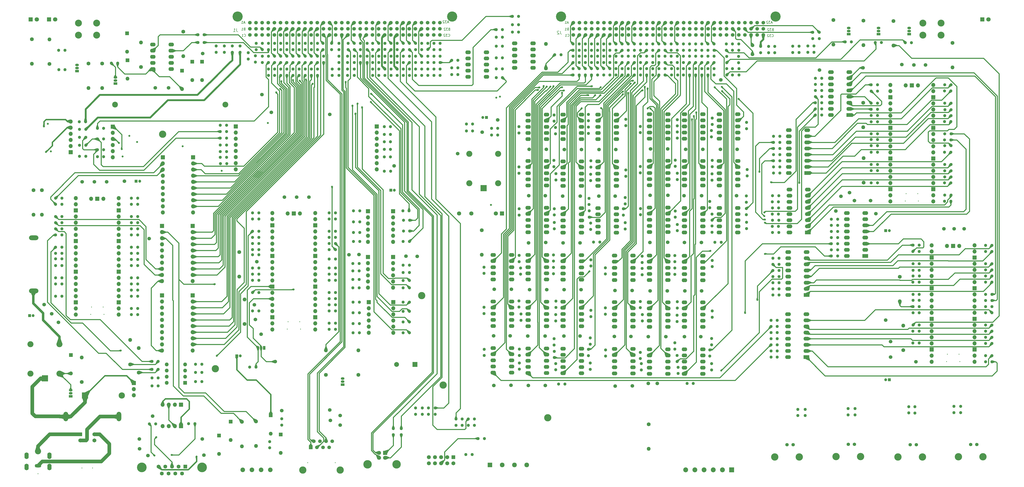
<source format=gbl>
%TF.GenerationSoftware,KiCad,Pcbnew,7.0.5*%
%TF.CreationDate,2023-08-08T11:05:51-04:00*%
%TF.ProjectId,Interconnect,496e7465-7263-46f6-9e6e-6563742e6b69,1.0*%
%TF.SameCoordinates,Original*%
%TF.FileFunction,Copper,L4,Bot*%
%TF.FilePolarity,Positive*%
%FSLAX46Y46*%
G04 Gerber Fmt 4.6, Leading zero omitted, Abs format (unit mm)*
G04 Created by KiCad (PCBNEW 7.0.5) date 2023-08-08 11:05:51*
%MOMM*%
%LPD*%
G01*
G04 APERTURE LIST*
%ADD10C,0.150000*%
%TA.AperFunction,NonConductor*%
%ADD11C,0.150000*%
%TD*%
%TA.AperFunction,ComponentPad*%
%ADD12R,1.800000X1.800000*%
%TD*%
%TA.AperFunction,ComponentPad*%
%ADD13C,1.800000*%
%TD*%
%TA.AperFunction,ComponentPad*%
%ADD14C,1.500000*%
%TD*%
%TA.AperFunction,ComponentPad*%
%ADD15C,4.200000*%
%TD*%
%TA.AperFunction,ComponentPad*%
%ADD16C,1.300000*%
%TD*%
%TA.AperFunction,ComponentPad*%
%ADD17C,1.650000*%
%TD*%
%TA.AperFunction,ComponentPad*%
%ADD18R,1.650000X1.650000*%
%TD*%
%TA.AperFunction,ComponentPad*%
%ADD19O,2.400000X2.400000*%
%TD*%
%TA.AperFunction,ComponentPad*%
%ADD20C,2.400000*%
%TD*%
%TA.AperFunction,ComponentPad*%
%ADD21O,2.400000X1.600000*%
%TD*%
%TA.AperFunction,ComponentPad*%
%ADD22R,2.400000X1.600000*%
%TD*%
%TA.AperFunction,ComponentPad*%
%ADD23O,1.600000X1.600000*%
%TD*%
%TA.AperFunction,ComponentPad*%
%ADD24C,1.600000*%
%TD*%
%TA.AperFunction,ComponentPad*%
%ADD25O,2.300000X1.600000*%
%TD*%
%TA.AperFunction,ComponentPad*%
%ADD26O,1.700000X1.700000*%
%TD*%
%TA.AperFunction,ComponentPad*%
%ADD27R,1.700000X1.700000*%
%TD*%
%TA.AperFunction,ComponentPad*%
%ADD28O,1.500000X1.050000*%
%TD*%
%TA.AperFunction,ComponentPad*%
%ADD29R,1.500000X1.050000*%
%TD*%
%TA.AperFunction,ComponentPad*%
%ADD30C,2.025000*%
%TD*%
%TA.AperFunction,ComponentPad*%
%ADD31R,2.025000X2.025000*%
%TD*%
%TA.AperFunction,ComponentPad*%
%ADD32R,1.600000X1.600000*%
%TD*%
%TA.AperFunction,ComponentPad*%
%ADD33C,3.000000*%
%TD*%
%TA.AperFunction,ComponentPad*%
%ADD34C,1.200000*%
%TD*%
%TA.AperFunction,ComponentPad*%
%ADD35R,1.200000X1.200000*%
%TD*%
%TA.AperFunction,ComponentPad*%
%ADD36R,1.500000X1.500000*%
%TD*%
%TA.AperFunction,ComponentPad*%
%ADD37O,2.500000X2.500000*%
%TD*%
%TA.AperFunction,ComponentPad*%
%ADD38R,2.500000X2.500000*%
%TD*%
%TA.AperFunction,ComponentPad*%
%ADD39C,4.000000*%
%TD*%
%TA.AperFunction,ComponentPad*%
%ADD40C,1.905000*%
%TD*%
%TA.AperFunction,ComponentPad*%
%ADD41C,3.500000*%
%TD*%
%TA.AperFunction,ComponentPad*%
%ADD42C,1.700000*%
%TD*%
%TA.AperFunction,ComponentPad*%
%ADD43O,3.900000X1.950000*%
%TD*%
%TA.AperFunction,ComponentPad*%
%ADD44C,3.015000*%
%TD*%
%TA.AperFunction,ComponentPad*%
%ADD45C,1.398000*%
%TD*%
%TA.AperFunction,ComponentPad*%
%ADD46O,2.600000X2.600000*%
%TD*%
%TA.AperFunction,ComponentPad*%
%ADD47R,2.600000X2.600000*%
%TD*%
%TA.AperFunction,ComponentPad*%
%ADD48C,2.850000*%
%TD*%
%TA.AperFunction,ComponentPad*%
%ADD49O,1.750000X2.750000*%
%TD*%
%TA.AperFunction,ComponentPad*%
%ADD50O,2.700002X1.400000*%
%TD*%
%TA.AperFunction,ComponentPad*%
%ADD51C,2.550000*%
%TD*%
%TA.AperFunction,ComponentPad*%
%ADD52C,1.950000*%
%TD*%
%TA.AperFunction,ComponentPad*%
%ADD53R,1.950000X1.950000*%
%TD*%
%TA.AperFunction,ComponentPad*%
%ADD54C,1.725000*%
%TD*%
%TA.AperFunction,ComponentPad*%
%ADD55R,1.725000X1.725000*%
%TD*%
%TA.AperFunction,ComponentPad*%
%ADD56O,1.950000X3.900000*%
%TD*%
%TA.AperFunction,ComponentPad*%
%ADD57C,2.000000*%
%TD*%
%TA.AperFunction,ComponentPad*%
%ADD58R,2.000000X2.000000*%
%TD*%
%TA.AperFunction,ComponentPad*%
%ADD59O,1.050000X1.500000*%
%TD*%
%TA.AperFunction,ComponentPad*%
%ADD60R,1.050000X1.500000*%
%TD*%
%TA.AperFunction,ViaPad*%
%ADD61C,0.800000*%
%TD*%
%TA.AperFunction,Conductor*%
%ADD62C,0.600000*%
%TD*%
%TA.AperFunction,Conductor*%
%ADD63C,0.400000*%
%TD*%
%TA.AperFunction,Conductor*%
%ADD64C,1.500000*%
%TD*%
%TA.AperFunction,Conductor*%
%ADD65C,0.800000*%
%TD*%
%TA.AperFunction,Conductor*%
%ADD66C,0.762000*%
%TD*%
%TA.AperFunction,Conductor*%
%ADD67C,1.000000*%
%TD*%
%ADD68C,0.350000*%
%ADD69O,1.000000X2.000000*%
%ADD70O,2.005555X0.800000*%
G04 APERTURE END LIST*
D10*
D11*
X226884285Y188260896D02*
X226408095Y188260896D01*
X226979523Y187975181D02*
X226646190Y188975181D01*
X226646190Y188975181D02*
X226312857Y187975181D01*
X225455714Y187975181D02*
X226027142Y187975181D01*
X225741428Y187975181D02*
X225741428Y188975181D01*
X225741428Y188975181D02*
X225836666Y188832324D01*
X225836666Y188832324D02*
X225931904Y188737086D01*
X225931904Y188737086D02*
X226027142Y188689467D01*
D10*
D11*
X311358275Y188317961D02*
X310882085Y188317961D01*
X311453513Y188032246D02*
X311120180Y189032246D01*
X311120180Y189032246D02*
X310786847Y188032246D01*
X310548751Y189032246D02*
X309929704Y189032246D01*
X309929704Y189032246D02*
X310263037Y188651294D01*
X310263037Y188651294D02*
X310120180Y188651294D01*
X310120180Y188651294D02*
X310024942Y188603675D01*
X310024942Y188603675D02*
X309977323Y188556056D01*
X309977323Y188556056D02*
X309929704Y188460818D01*
X309929704Y188460818D02*
X309929704Y188222723D01*
X309929704Y188222723D02*
X309977323Y188127485D01*
X309977323Y188127485D02*
X310024942Y188079865D01*
X310024942Y188079865D02*
X310120180Y188032246D01*
X310120180Y188032246D02*
X310405894Y188032246D01*
X310405894Y188032246D02*
X310501132Y188079865D01*
X310501132Y188079865D02*
X310548751Y188127485D01*
X309548751Y188937008D02*
X309501132Y188984627D01*
X309501132Y188984627D02*
X309405894Y189032246D01*
X309405894Y189032246D02*
X309167799Y189032246D01*
X309167799Y189032246D02*
X309072561Y188984627D01*
X309072561Y188984627D02*
X309024942Y188937008D01*
X309024942Y188937008D02*
X308977323Y188841770D01*
X308977323Y188841770D02*
X308977323Y188746532D01*
X308977323Y188746532D02*
X309024942Y188603675D01*
X309024942Y188603675D02*
X309596370Y188032246D01*
X309596370Y188032246D02*
X308977323Y188032246D01*
D10*
D11*
X226676361Y185730391D02*
X226533504Y185682772D01*
X226533504Y185682772D02*
X226485885Y185635153D01*
X226485885Y185635153D02*
X226438266Y185539915D01*
X226438266Y185539915D02*
X226438266Y185397058D01*
X226438266Y185397058D02*
X226485885Y185301820D01*
X226485885Y185301820D02*
X226533504Y185254200D01*
X226533504Y185254200D02*
X226628742Y185206581D01*
X226628742Y185206581D02*
X227009694Y185206581D01*
X227009694Y185206581D02*
X227009694Y186206581D01*
X227009694Y186206581D02*
X226676361Y186206581D01*
X226676361Y186206581D02*
X226581123Y186158962D01*
X226581123Y186158962D02*
X226533504Y186111343D01*
X226533504Y186111343D02*
X226485885Y186016105D01*
X226485885Y186016105D02*
X226485885Y185920867D01*
X226485885Y185920867D02*
X226533504Y185825629D01*
X226533504Y185825629D02*
X226581123Y185778010D01*
X226581123Y185778010D02*
X226676361Y185730391D01*
X226676361Y185730391D02*
X227009694Y185730391D01*
X225485885Y185206581D02*
X226057313Y185206581D01*
X225771599Y185206581D02*
X225771599Y186206581D01*
X225771599Y186206581D02*
X225866837Y186063724D01*
X225866837Y186063724D02*
X225962075Y185968486D01*
X225962075Y185968486D02*
X226057313Y185920867D01*
D10*
D11*
X92848485Y188292561D02*
X92372295Y188292561D01*
X92943723Y188006846D02*
X92610390Y189006846D01*
X92610390Y189006846D02*
X92277057Y188006846D01*
X91419914Y188006846D02*
X91991342Y188006846D01*
X91705628Y188006846D02*
X91705628Y189006846D01*
X91705628Y189006846D02*
X91800866Y188863989D01*
X91800866Y188863989D02*
X91896104Y188768751D01*
X91896104Y188768751D02*
X91991342Y188721132D01*
D10*
D11*
X311217057Y182564885D02*
X311264676Y182517265D01*
X311264676Y182517265D02*
X311407533Y182469646D01*
X311407533Y182469646D02*
X311502771Y182469646D01*
X311502771Y182469646D02*
X311645628Y182517265D01*
X311645628Y182517265D02*
X311740866Y182612504D01*
X311740866Y182612504D02*
X311788485Y182707742D01*
X311788485Y182707742D02*
X311836104Y182898218D01*
X311836104Y182898218D02*
X311836104Y183041075D01*
X311836104Y183041075D02*
X311788485Y183231551D01*
X311788485Y183231551D02*
X311740866Y183326789D01*
X311740866Y183326789D02*
X311645628Y183422027D01*
X311645628Y183422027D02*
X311502771Y183469646D01*
X311502771Y183469646D02*
X311407533Y183469646D01*
X311407533Y183469646D02*
X311264676Y183422027D01*
X311264676Y183422027D02*
X311217057Y183374408D01*
X310883723Y183469646D02*
X310264676Y183469646D01*
X310264676Y183469646D02*
X310598009Y183088694D01*
X310598009Y183088694D02*
X310455152Y183088694D01*
X310455152Y183088694D02*
X310359914Y183041075D01*
X310359914Y183041075D02*
X310312295Y182993456D01*
X310312295Y182993456D02*
X310264676Y182898218D01*
X310264676Y182898218D02*
X310264676Y182660123D01*
X310264676Y182660123D02*
X310312295Y182564885D01*
X310312295Y182564885D02*
X310359914Y182517265D01*
X310359914Y182517265D02*
X310455152Y182469646D01*
X310455152Y182469646D02*
X310740866Y182469646D01*
X310740866Y182469646D02*
X310836104Y182517265D01*
X310836104Y182517265D02*
X310883723Y182564885D01*
X309883723Y183374408D02*
X309836104Y183422027D01*
X309836104Y183422027D02*
X309740866Y183469646D01*
X309740866Y183469646D02*
X309502771Y183469646D01*
X309502771Y183469646D02*
X309407533Y183422027D01*
X309407533Y183422027D02*
X309359914Y183374408D01*
X309359914Y183374408D02*
X309312295Y183279170D01*
X309312295Y183279170D02*
X309312295Y183183932D01*
X309312295Y183183932D02*
X309359914Y183041075D01*
X309359914Y183041075D02*
X309931342Y182469646D01*
X309931342Y182469646D02*
X309312295Y182469646D01*
D10*
D11*
X226539866Y182685620D02*
X226587485Y182638000D01*
X226587485Y182638000D02*
X226730342Y182590381D01*
X226730342Y182590381D02*
X226825580Y182590381D01*
X226825580Y182590381D02*
X226968437Y182638000D01*
X226968437Y182638000D02*
X227063675Y182733239D01*
X227063675Y182733239D02*
X227111294Y182828477D01*
X227111294Y182828477D02*
X227158913Y183018953D01*
X227158913Y183018953D02*
X227158913Y183161810D01*
X227158913Y183161810D02*
X227111294Y183352286D01*
X227111294Y183352286D02*
X227063675Y183447524D01*
X227063675Y183447524D02*
X226968437Y183542762D01*
X226968437Y183542762D02*
X226825580Y183590381D01*
X226825580Y183590381D02*
X226730342Y183590381D01*
X226730342Y183590381D02*
X226587485Y183542762D01*
X226587485Y183542762D02*
X226539866Y183495143D01*
X225587485Y182590381D02*
X226158913Y182590381D01*
X225873199Y182590381D02*
X225873199Y183590381D01*
X225873199Y183590381D02*
X225968437Y183447524D01*
X225968437Y183447524D02*
X226063675Y183352286D01*
X226063675Y183352286D02*
X226158913Y183304667D01*
D10*
D11*
X92640561Y185762056D02*
X92497704Y185714437D01*
X92497704Y185714437D02*
X92450085Y185666818D01*
X92450085Y185666818D02*
X92402466Y185571580D01*
X92402466Y185571580D02*
X92402466Y185428723D01*
X92402466Y185428723D02*
X92450085Y185333485D01*
X92450085Y185333485D02*
X92497704Y185285865D01*
X92497704Y185285865D02*
X92592942Y185238246D01*
X92592942Y185238246D02*
X92973894Y185238246D01*
X92973894Y185238246D02*
X92973894Y186238246D01*
X92973894Y186238246D02*
X92640561Y186238246D01*
X92640561Y186238246D02*
X92545323Y186190627D01*
X92545323Y186190627D02*
X92497704Y186143008D01*
X92497704Y186143008D02*
X92450085Y186047770D01*
X92450085Y186047770D02*
X92450085Y185952532D01*
X92450085Y185952532D02*
X92497704Y185857294D01*
X92497704Y185857294D02*
X92545323Y185809675D01*
X92545323Y185809675D02*
X92640561Y185762056D01*
X92640561Y185762056D02*
X92973894Y185762056D01*
X91450085Y185238246D02*
X92021513Y185238246D01*
X91735799Y185238246D02*
X91735799Y186238246D01*
X91735799Y186238246D02*
X91831037Y186095389D01*
X91831037Y186095389D02*
X91926275Y186000151D01*
X91926275Y186000151D02*
X92021513Y185952532D01*
D10*
D11*
X92504066Y182717285D02*
X92551685Y182669665D01*
X92551685Y182669665D02*
X92694542Y182622046D01*
X92694542Y182622046D02*
X92789780Y182622046D01*
X92789780Y182622046D02*
X92932637Y182669665D01*
X92932637Y182669665D02*
X93027875Y182764904D01*
X93027875Y182764904D02*
X93075494Y182860142D01*
X93075494Y182860142D02*
X93123113Y183050618D01*
X93123113Y183050618D02*
X93123113Y183193475D01*
X93123113Y183193475D02*
X93075494Y183383951D01*
X93075494Y183383951D02*
X93027875Y183479189D01*
X93027875Y183479189D02*
X92932637Y183574427D01*
X92932637Y183574427D02*
X92789780Y183622046D01*
X92789780Y183622046D02*
X92694542Y183622046D01*
X92694542Y183622046D02*
X92551685Y183574427D01*
X92551685Y183574427D02*
X92504066Y183526808D01*
X91551685Y182622046D02*
X92123113Y182622046D01*
X91837399Y182622046D02*
X91837399Y183622046D01*
X91837399Y183622046D02*
X91932637Y183479189D01*
X91932637Y183479189D02*
X92027875Y183383951D01*
X92027875Y183383951D02*
X92123113Y183336332D01*
D10*
D11*
X223555332Y184900861D02*
X223555332Y183972289D01*
X223555332Y183972289D02*
X223617237Y183786575D01*
X223617237Y183786575D02*
X223741046Y183662765D01*
X223741046Y183662765D02*
X223926761Y183600861D01*
X223926761Y183600861D02*
X224050570Y183600861D01*
X222998189Y184777051D02*
X222936285Y184838956D01*
X222936285Y184838956D02*
X222812475Y184900861D01*
X222812475Y184900861D02*
X222502951Y184900861D01*
X222502951Y184900861D02*
X222379142Y184838956D01*
X222379142Y184838956D02*
X222317237Y184777051D01*
X222317237Y184777051D02*
X222255332Y184653242D01*
X222255332Y184653242D02*
X222255332Y184529432D01*
X222255332Y184529432D02*
X222317237Y184343718D01*
X222317237Y184343718D02*
X223060094Y183600861D01*
X223060094Y183600861D02*
X222255332Y183600861D01*
D10*
D11*
X177271675Y188495761D02*
X176795485Y188495761D01*
X177366913Y188210046D02*
X177033580Y189210046D01*
X177033580Y189210046D02*
X176700247Y188210046D01*
X176462151Y189210046D02*
X175843104Y189210046D01*
X175843104Y189210046D02*
X176176437Y188829094D01*
X176176437Y188829094D02*
X176033580Y188829094D01*
X176033580Y188829094D02*
X175938342Y188781475D01*
X175938342Y188781475D02*
X175890723Y188733856D01*
X175890723Y188733856D02*
X175843104Y188638618D01*
X175843104Y188638618D02*
X175843104Y188400523D01*
X175843104Y188400523D02*
X175890723Y188305285D01*
X175890723Y188305285D02*
X175938342Y188257665D01*
X175938342Y188257665D02*
X176033580Y188210046D01*
X176033580Y188210046D02*
X176319294Y188210046D01*
X176319294Y188210046D02*
X176414532Y188257665D01*
X176414532Y188257665D02*
X176462151Y188305285D01*
X175462151Y189114808D02*
X175414532Y189162427D01*
X175414532Y189162427D02*
X175319294Y189210046D01*
X175319294Y189210046D02*
X175081199Y189210046D01*
X175081199Y189210046D02*
X174985961Y189162427D01*
X174985961Y189162427D02*
X174938342Y189114808D01*
X174938342Y189114808D02*
X174890723Y189019570D01*
X174890723Y189019570D02*
X174890723Y188924332D01*
X174890723Y188924332D02*
X174938342Y188781475D01*
X174938342Y188781475D02*
X175509770Y188210046D01*
X175509770Y188210046D02*
X174890723Y188210046D01*
D10*
D11*
X177130457Y182742685D02*
X177178076Y182695065D01*
X177178076Y182695065D02*
X177320933Y182647446D01*
X177320933Y182647446D02*
X177416171Y182647446D01*
X177416171Y182647446D02*
X177559028Y182695065D01*
X177559028Y182695065D02*
X177654266Y182790304D01*
X177654266Y182790304D02*
X177701885Y182885542D01*
X177701885Y182885542D02*
X177749504Y183076018D01*
X177749504Y183076018D02*
X177749504Y183218875D01*
X177749504Y183218875D02*
X177701885Y183409351D01*
X177701885Y183409351D02*
X177654266Y183504589D01*
X177654266Y183504589D02*
X177559028Y183599827D01*
X177559028Y183599827D02*
X177416171Y183647446D01*
X177416171Y183647446D02*
X177320933Y183647446D01*
X177320933Y183647446D02*
X177178076Y183599827D01*
X177178076Y183599827D02*
X177130457Y183552208D01*
X176797123Y183647446D02*
X176178076Y183647446D01*
X176178076Y183647446D02*
X176511409Y183266494D01*
X176511409Y183266494D02*
X176368552Y183266494D01*
X176368552Y183266494D02*
X176273314Y183218875D01*
X176273314Y183218875D02*
X176225695Y183171256D01*
X176225695Y183171256D02*
X176178076Y183076018D01*
X176178076Y183076018D02*
X176178076Y182837923D01*
X176178076Y182837923D02*
X176225695Y182742685D01*
X176225695Y182742685D02*
X176273314Y182695065D01*
X176273314Y182695065D02*
X176368552Y182647446D01*
X176368552Y182647446D02*
X176654266Y182647446D01*
X176654266Y182647446D02*
X176749504Y182695065D01*
X176749504Y182695065D02*
X176797123Y182742685D01*
X175797123Y183552208D02*
X175749504Y183599827D01*
X175749504Y183599827D02*
X175654266Y183647446D01*
X175654266Y183647446D02*
X175416171Y183647446D01*
X175416171Y183647446D02*
X175320933Y183599827D01*
X175320933Y183599827D02*
X175273314Y183552208D01*
X175273314Y183552208D02*
X175225695Y183456970D01*
X175225695Y183456970D02*
X175225695Y183361732D01*
X175225695Y183361732D02*
X175273314Y183218875D01*
X175273314Y183218875D02*
X175844742Y182647446D01*
X175844742Y182647446D02*
X175225695Y182647446D01*
D10*
D11*
X177470152Y185685856D02*
X177327295Y185638237D01*
X177327295Y185638237D02*
X177279676Y185590618D01*
X177279676Y185590618D02*
X177232057Y185495380D01*
X177232057Y185495380D02*
X177232057Y185352523D01*
X177232057Y185352523D02*
X177279676Y185257285D01*
X177279676Y185257285D02*
X177327295Y185209665D01*
X177327295Y185209665D02*
X177422533Y185162046D01*
X177422533Y185162046D02*
X177803485Y185162046D01*
X177803485Y185162046D02*
X177803485Y186162046D01*
X177803485Y186162046D02*
X177470152Y186162046D01*
X177470152Y186162046D02*
X177374914Y186114427D01*
X177374914Y186114427D02*
X177327295Y186066808D01*
X177327295Y186066808D02*
X177279676Y185971570D01*
X177279676Y185971570D02*
X177279676Y185876332D01*
X177279676Y185876332D02*
X177327295Y185781094D01*
X177327295Y185781094D02*
X177374914Y185733475D01*
X177374914Y185733475D02*
X177470152Y185685856D01*
X177470152Y185685856D02*
X177803485Y185685856D01*
X176898723Y186162046D02*
X176279676Y186162046D01*
X176279676Y186162046D02*
X176613009Y185781094D01*
X176613009Y185781094D02*
X176470152Y185781094D01*
X176470152Y185781094D02*
X176374914Y185733475D01*
X176374914Y185733475D02*
X176327295Y185685856D01*
X176327295Y185685856D02*
X176279676Y185590618D01*
X176279676Y185590618D02*
X176279676Y185352523D01*
X176279676Y185352523D02*
X176327295Y185257285D01*
X176327295Y185257285D02*
X176374914Y185209665D01*
X176374914Y185209665D02*
X176470152Y185162046D01*
X176470152Y185162046D02*
X176755866Y185162046D01*
X176755866Y185162046D02*
X176851104Y185209665D01*
X176851104Y185209665D02*
X176898723Y185257285D01*
X175898723Y186066808D02*
X175851104Y186114427D01*
X175851104Y186114427D02*
X175755866Y186162046D01*
X175755866Y186162046D02*
X175517771Y186162046D01*
X175517771Y186162046D02*
X175422533Y186114427D01*
X175422533Y186114427D02*
X175374914Y186066808D01*
X175374914Y186066808D02*
X175327295Y185971570D01*
X175327295Y185971570D02*
X175327295Y185876332D01*
X175327295Y185876332D02*
X175374914Y185733475D01*
X175374914Y185733475D02*
X175946342Y185162046D01*
X175946342Y185162046D02*
X175327295Y185162046D01*
D10*
D11*
X311556752Y185508056D02*
X311413895Y185460437D01*
X311413895Y185460437D02*
X311366276Y185412818D01*
X311366276Y185412818D02*
X311318657Y185317580D01*
X311318657Y185317580D02*
X311318657Y185174723D01*
X311318657Y185174723D02*
X311366276Y185079485D01*
X311366276Y185079485D02*
X311413895Y185031865D01*
X311413895Y185031865D02*
X311509133Y184984246D01*
X311509133Y184984246D02*
X311890085Y184984246D01*
X311890085Y184984246D02*
X311890085Y185984246D01*
X311890085Y185984246D02*
X311556752Y185984246D01*
X311556752Y185984246D02*
X311461514Y185936627D01*
X311461514Y185936627D02*
X311413895Y185889008D01*
X311413895Y185889008D02*
X311366276Y185793770D01*
X311366276Y185793770D02*
X311366276Y185698532D01*
X311366276Y185698532D02*
X311413895Y185603294D01*
X311413895Y185603294D02*
X311461514Y185555675D01*
X311461514Y185555675D02*
X311556752Y185508056D01*
X311556752Y185508056D02*
X311890085Y185508056D01*
X310985323Y185984246D02*
X310366276Y185984246D01*
X310366276Y185984246D02*
X310699609Y185603294D01*
X310699609Y185603294D02*
X310556752Y185603294D01*
X310556752Y185603294D02*
X310461514Y185555675D01*
X310461514Y185555675D02*
X310413895Y185508056D01*
X310413895Y185508056D02*
X310366276Y185412818D01*
X310366276Y185412818D02*
X310366276Y185174723D01*
X310366276Y185174723D02*
X310413895Y185079485D01*
X310413895Y185079485D02*
X310461514Y185031865D01*
X310461514Y185031865D02*
X310556752Y184984246D01*
X310556752Y184984246D02*
X310842466Y184984246D01*
X310842466Y184984246D02*
X310937704Y185031865D01*
X310937704Y185031865D02*
X310985323Y185079485D01*
X309985323Y185889008D02*
X309937704Y185936627D01*
X309937704Y185936627D02*
X309842466Y185984246D01*
X309842466Y185984246D02*
X309604371Y185984246D01*
X309604371Y185984246D02*
X309509133Y185936627D01*
X309509133Y185936627D02*
X309461514Y185889008D01*
X309461514Y185889008D02*
X309413895Y185793770D01*
X309413895Y185793770D02*
X309413895Y185698532D01*
X309413895Y185698532D02*
X309461514Y185555675D01*
X309461514Y185555675D02*
X310032942Y184984246D01*
X310032942Y184984246D02*
X309413895Y184984246D01*
D10*
D11*
X89363332Y185946396D02*
X89363332Y185017824D01*
X89363332Y185017824D02*
X89425237Y184832110D01*
X89425237Y184832110D02*
X89549046Y184708300D01*
X89549046Y184708300D02*
X89734761Y184646396D01*
X89734761Y184646396D02*
X89858570Y184646396D01*
X88063332Y184646396D02*
X88806189Y184646396D01*
X88434761Y184646396D02*
X88434761Y185946396D01*
X88434761Y185946396D02*
X88558570Y185760681D01*
X88558570Y185760681D02*
X88682380Y185636872D01*
X88682380Y185636872D02*
X88806189Y185574967D01*
D12*
%TO.P,D37,1,K*%
%TO.N,GND*%
X398383000Y189680865D03*
D13*
%TO.P,D37,2,A*%
%TO.N,Net-(D37-A)*%
X400923000Y189680865D03*
%TD*%
D12*
%TO.P,D35,1,K*%
%TO.N,GND*%
X4042000Y189680865D03*
D13*
%TO.P,D35,2,A*%
%TO.N,Net-(D35-A)*%
X6582000Y189680865D03*
%TD*%
D14*
%TO.P,J2,A1,A1*%
%TO.N,Net-(J2-PadA1)*%
X228887800Y188334665D03*
%TO.P,J2,A2,A2*%
%TO.N,Net-(J2-PadA2)*%
X231427800Y188334665D03*
%TO.P,J2,A3,A3*%
%TO.N,Net-(J2-PadA3)*%
X233967800Y188334665D03*
%TO.P,J2,A4,A4*%
%TO.N,Net-(J2-PadA4)*%
X236507800Y188334665D03*
%TO.P,J2,A5,A5*%
%TO.N,Net-(J2-PadA5)*%
X239047800Y188334665D03*
%TO.P,J2,A6,A6*%
%TO.N,Net-(J2-PadA6)*%
X241587800Y188334665D03*
%TO.P,J2,A7,A7*%
%TO.N,Net-(J2-PadA7)*%
X244127800Y188334665D03*
%TO.P,J2,A8,A8*%
%TO.N,Net-(J2-PadA8)*%
X246667800Y188334665D03*
%TO.P,J2,A9,A9*%
%TO.N,Net-(J2-PadA9)*%
X249207800Y188334665D03*
%TO.P,J2,A10,A10*%
%TO.N,Net-(J2-PadA10)*%
X251747800Y188334665D03*
%TO.P,J2,A11,A11*%
%TO.N,Net-(J2-PadA11)*%
X254287800Y188334665D03*
%TO.P,J2,A12,A12*%
%TO.N,Net-(J2-PadA12)*%
X256827800Y188334665D03*
%TO.P,J2,A13,A13*%
%TO.N,Net-(J2-PadA13)*%
X259367800Y188334665D03*
%TO.P,J2,A14,A14*%
%TO.N,Net-(J2-PadA14)*%
X261907800Y188334665D03*
%TO.P,J2,A15,A15*%
%TO.N,Net-(J2-PadA15)*%
X264447800Y188334665D03*
%TO.P,J2,A16,A16*%
%TO.N,Net-(J2-PadA16)*%
X266987800Y188334665D03*
%TO.P,J2,A17,A17*%
%TO.N,Net-(J2-PadA17)*%
X269527800Y188334665D03*
%TO.P,J2,A18,A18*%
%TO.N,Net-(J2-PadA18)*%
X272067800Y188334665D03*
%TO.P,J2,A19,A19*%
%TO.N,Net-(J2-PadA19)*%
X274607800Y188334665D03*
%TO.P,J2,A20,A20*%
%TO.N,Net-(J2-PadA20)*%
X277147800Y188334665D03*
%TO.P,J2,A21,A21*%
%TO.N,Net-(J2-PadA21)*%
X279687800Y188334665D03*
%TO.P,J2,A22,A22*%
%TO.N,Net-(J2-PadA22)*%
X282227800Y188334665D03*
%TO.P,J2,A23,A23*%
%TO.N,Net-(J2-PadA23)*%
X284767800Y188334665D03*
%TO.P,J2,A24,A24*%
%TO.N,Net-(J2-PadA24)*%
X287307800Y188334665D03*
%TO.P,J2,A25,A25*%
%TO.N,Earth*%
X289847800Y188334665D03*
%TO.P,J2,A26,A26*%
%TO.N,Net-(J2-PadA26)*%
X292387800Y188334665D03*
%TO.P,J2,A27,A27*%
%TO.N,Net-(J2-PadA27)*%
X294927800Y188334665D03*
%TO.P,J2,A28,A28*%
%TO.N,Net-(J2-PadA28)*%
X297467800Y188334665D03*
%TO.P,J2,A29,A29*%
%TO.N,/Front_connector/SH1+*%
X300007800Y188334665D03*
%TO.P,J2,A30,A30*%
%TO.N,/Front_connector/SH1-*%
X302547800Y188334665D03*
%TO.P,J2,A31,A31*%
%TO.N,/Front_connector/SH2+*%
X305087800Y188334665D03*
%TO.P,J2,A32,A32*%
%TO.N,/Front_connector/SH2-*%
X307627800Y188334665D03*
%TO.P,J2,B1,B1*%
%TO.N,Net-(J2-PadB1)*%
X228887800Y185794665D03*
%TO.P,J2,B2,B2*%
%TO.N,Net-(J2-PadB2)*%
X231427800Y185794665D03*
%TO.P,J2,B3,B3*%
%TO.N,Net-(J2-PadB3)*%
X233967800Y185794665D03*
%TO.P,J2,B4,B4*%
%TO.N,Net-(J2-PadB4)*%
X236507800Y185794665D03*
%TO.P,J2,B5,B5*%
%TO.N,Net-(J2-PadB5)*%
X239047800Y185794665D03*
%TO.P,J2,B6,B6*%
%TO.N,Net-(J2-PadB6)*%
X241587800Y185794665D03*
%TO.P,J2,B7,B7*%
%TO.N,Net-(J2-PadB7)*%
X244127800Y185794665D03*
%TO.P,J2,B8,B8*%
%TO.N,Net-(J2-PadB8)*%
X246667800Y185794665D03*
%TO.P,J2,B9,B9*%
%TO.N,Net-(J2-PadB9)*%
X249207800Y185794665D03*
%TO.P,J2,B10,B10*%
%TO.N,Net-(J2-PadB10)*%
X251747800Y185794665D03*
%TO.P,J2,B11,B11*%
%TO.N,Net-(J2-PadB11)*%
X254287800Y185794665D03*
%TO.P,J2,B12,B12*%
%TO.N,Net-(J2-PadB12)*%
X256827800Y185794665D03*
%TO.P,J2,B13,B13*%
%TO.N,Net-(J2-PadB13)*%
X259367800Y185794665D03*
%TO.P,J2,B14,B14*%
%TO.N,Net-(J2-PadB14)*%
X261907800Y185794665D03*
%TO.P,J2,B15,B15*%
%TO.N,Net-(J2-PadB15)*%
X264447800Y185794665D03*
%TO.P,J2,B16,B16*%
%TO.N,Net-(J2-PadB16)*%
X266987800Y185794665D03*
%TO.P,J2,B17,B17*%
%TO.N,Net-(J2-PadB17)*%
X269527800Y185794665D03*
%TO.P,J2,B18,B18*%
%TO.N,Net-(J2-PadB18)*%
X272067800Y185794665D03*
%TO.P,J2,B19,B19*%
%TO.N,Net-(J2-PadB19)*%
X274607800Y185794665D03*
%TO.P,J2,B20,B20*%
%TO.N,Net-(J2-PadB20)*%
X277147800Y185794665D03*
%TO.P,J2,B21,B21*%
%TO.N,Net-(J2-PadB21)*%
X279687800Y185794665D03*
%TO.P,J2,B22,B22*%
%TO.N,Net-(J2-PadB22)*%
X282227800Y185794665D03*
%TO.P,J2,B23,B23*%
%TO.N,Net-(J2-PadB23)*%
X284767800Y185794665D03*
%TO.P,J2,B24,B24*%
%TO.N,Net-(J2-PadB24)*%
X287307800Y185794665D03*
%TO.P,J2,B25,B25*%
%TO.N,/Front_connector/1W_J2*%
X289847800Y185794665D03*
%TO.P,J2,B26,B26*%
%TO.N,Net-(J2-PadB26)*%
X292387800Y185794665D03*
%TO.P,J2,B27,B27*%
%TO.N,Net-(J2-PadB27)*%
X294927800Y185794665D03*
%TO.P,J2,B28,B28*%
%TO.N,Net-(J2-PadB28)*%
X297467800Y185794665D03*
%TO.P,J2,B29,B29*%
%TO.N,/Front_connector/IT+*%
X300007800Y185794665D03*
%TO.P,J2,B30,B30*%
%TO.N,/Front_connector/IT-*%
X302547800Y185794665D03*
%TO.P,J2,B31,B31*%
%TO.N,/Front_connector/W+*%
X305087800Y185794665D03*
%TO.P,J2,B32,B32*%
%TO.N,/Front_connector/W-*%
X307627800Y185794665D03*
%TO.P,J2,C1,C1*%
%TO.N,Net-(J2-PadC1)*%
X228887800Y183254665D03*
%TO.P,J2,C2,C2*%
%TO.N,Net-(J2-PadC2)*%
X231427800Y183254665D03*
%TO.P,J2,C3,C3*%
%TO.N,Net-(J2-PadC3)*%
X233967800Y183254665D03*
%TO.P,J2,C4,C4*%
%TO.N,Net-(J2-PadC4)*%
X236507800Y183254665D03*
%TO.P,J2,C5,C5*%
%TO.N,Net-(J2-PadC5)*%
X239047800Y183254665D03*
%TO.P,J2,C6,C6*%
%TO.N,Net-(J2-PadC6)*%
X241587800Y183254665D03*
%TO.P,J2,C7,C7*%
%TO.N,Net-(J2-PadC7)*%
X244127800Y183254665D03*
%TO.P,J2,C8,C8*%
%TO.N,Net-(J2-PadC8)*%
X246667800Y183254665D03*
%TO.P,J2,C9,C9*%
%TO.N,Net-(J2-PadC9)*%
X249207800Y183254665D03*
%TO.P,J2,C10,C10*%
%TO.N,Net-(J2-PadC10)*%
X251747800Y183254665D03*
%TO.P,J2,C11,C11*%
%TO.N,Net-(J2-PadC11)*%
X254287800Y183254665D03*
%TO.P,J2,C12,C12*%
%TO.N,Net-(J2-PadC12)*%
X256827800Y183254665D03*
%TO.P,J2,C13,C13*%
%TO.N,Net-(J2-PadC13)*%
X259367800Y183254665D03*
%TO.P,J2,C14,C14*%
%TO.N,Net-(J2-PadC14)*%
X261907800Y183254665D03*
%TO.P,J2,C15,C15*%
%TO.N,Net-(J2-PadC15)*%
X264447800Y183254665D03*
%TO.P,J2,C16,C16*%
%TO.N,Net-(J2-PadC16)*%
X266987800Y183254665D03*
%TO.P,J2,C17,C17*%
%TO.N,Net-(J2-PadC17)*%
X269527800Y183254665D03*
%TO.P,J2,C18,C18*%
%TO.N,Net-(J2-PadC18)*%
X272067800Y183254665D03*
%TO.P,J2,C19,C19*%
%TO.N,Net-(J2-PadC19)*%
X274607800Y183254665D03*
%TO.P,J2,C20,C20*%
%TO.N,Net-(J2-PadC20)*%
X277147800Y183254665D03*
%TO.P,J2,C21,C21*%
%TO.N,Net-(J2-PadC21)*%
X279687800Y183254665D03*
%TO.P,J2,C22,C22*%
%TO.N,Net-(J2-PadC22)*%
X282227800Y183254665D03*
%TO.P,J2,C23,C23*%
%TO.N,Net-(J2-PadC23)*%
X284767800Y183254665D03*
%TO.P,J2,C24,C24*%
%TO.N,Net-(J2-PadC24)*%
X287307800Y183254665D03*
%TO.P,J2,C25,C25*%
%TO.N,Net-(J2-PadC25)*%
X289847800Y183254665D03*
%TO.P,J2,C26,C26*%
%TO.N,Net-(J2-PadC26)*%
X292387800Y183254665D03*
%TO.P,J2,C27,C27*%
%TO.N,Net-(J2-PadC27)*%
X294927800Y183254665D03*
%TO.P,J2,C28,C28*%
%TO.N,Net-(J2-PadC28)*%
X297467800Y183254665D03*
%TO.P,J2,C29,C29*%
%TO.N,GND*%
X300007800Y183254665D03*
%TO.P,J2,C30,C30*%
%TO.N,Net-(J2-PadC30)*%
X302547800Y183254665D03*
%TO.P,J2,C31,C31*%
%TO.N,GND*%
X305087800Y183254665D03*
%TO.P,J2,C32,C32*%
%TO.N,Net-(J2-PadC32)*%
X307627800Y183254665D03*
D15*
%TO.P,J2,MH1,MH1*%
%TO.N,Earth*%
X223807800Y190874665D03*
%TO.P,J2,MH2,MH2*%
X312707800Y190874665D03*
%TD*%
D14*
%TO.P,J1,A1,A1*%
%TO.N,Net-(J1-PadA1)*%
X94852000Y188334665D03*
%TO.P,J1,A2,A2*%
%TO.N,Net-(J1-PadA2)*%
X97392000Y188334665D03*
%TO.P,J1,A3,A3*%
%TO.N,Net-(J1-PadA3)*%
X99932000Y188334665D03*
%TO.P,J1,A4,A4*%
%TO.N,Net-(J1-PadA4)*%
X102472000Y188334665D03*
%TO.P,J1,A5,A5*%
%TO.N,Net-(J1-PadA5)*%
X105012000Y188334665D03*
%TO.P,J1,A6,A6*%
%TO.N,Net-(J1-PadA6)*%
X107552000Y188334665D03*
%TO.P,J1,A7,A7*%
%TO.N,Net-(J1-PadA7)*%
X110092000Y188334665D03*
%TO.P,J1,A8,A8*%
%TO.N,Net-(J1-PadA8)*%
X112632000Y188334665D03*
%TO.P,J1,A9,A9*%
%TO.N,Net-(J1-PadA9)*%
X115172000Y188334665D03*
%TO.P,J1,A10,A10*%
%TO.N,Net-(J1-PadA10)*%
X117712000Y188334665D03*
%TO.P,J1,A11,A11*%
%TO.N,Net-(J1-PadA11)*%
X120252000Y188334665D03*
%TO.P,J1,A12,A12*%
%TO.N,Net-(J1-PadA12)*%
X122792000Y188334665D03*
%TO.P,J1,A13,A13*%
%TO.N,Net-(J1-PadA13)*%
X125332000Y188334665D03*
%TO.P,J1,A14,A14*%
%TO.N,Net-(J1-PadA14)*%
X127872000Y188334665D03*
%TO.P,J1,A15,A15*%
%TO.N,Net-(J1-PadA15)*%
X130412000Y188334665D03*
%TO.P,J1,A16,A16*%
%TO.N,Net-(J1-PadA16)*%
X132952000Y188334665D03*
%TO.P,J1,A17,A17*%
%TO.N,Net-(J1-PadA17)*%
X135492000Y188334665D03*
%TO.P,J1,A18,A18*%
%TO.N,Net-(J1-PadA18)*%
X138032000Y188334665D03*
%TO.P,J1,A19,A19*%
%TO.N,Net-(J1-PadA19)*%
X140572000Y188334665D03*
%TO.P,J1,A20,A20*%
%TO.N,Net-(J1-PadA20)*%
X143112000Y188334665D03*
%TO.P,J1,A21,A21*%
%TO.N,Net-(J1-PadA21)*%
X145652000Y188334665D03*
%TO.P,J1,A22,A22*%
%TO.N,Net-(J1-PadA22)*%
X148192000Y188334665D03*
%TO.P,J1,A23,A23*%
%TO.N,Net-(J1-PadA23)*%
X150732000Y188334665D03*
%TO.P,J1,A24,A24*%
%TO.N,Net-(J1-PadA24)*%
X153272000Y188334665D03*
%TO.P,J1,A25,A25*%
%TO.N,Net-(J1-PadA25)*%
X155812000Y188334665D03*
%TO.P,J1,A26,A26*%
%TO.N,Net-(J1-PadA26)*%
X158352000Y188334665D03*
%TO.P,J1,A27,A27*%
%TO.N,Net-(J1-PadA27)*%
X160892000Y188334665D03*
%TO.P,J1,A28,A28*%
%TO.N,Net-(J1-PadA28)*%
X163432000Y188334665D03*
%TO.P,J1,A29,A29*%
%TO.N,Net-(J1-PadA29)*%
X165972000Y188334665D03*
%TO.P,J1,A30,A30*%
%TO.N,Net-(J1-PadA30)*%
X168512000Y188334665D03*
%TO.P,J1,A31,A31*%
%TO.N,Net-(J1-PadA31)*%
X171052000Y188334665D03*
%TO.P,J1,A32,A32*%
%TO.N,Net-(J1-PadA32)*%
X173592000Y188334665D03*
%TO.P,J1,B1,B1*%
%TO.N,Net-(J1-PadB1)*%
X94852000Y185794665D03*
%TO.P,J1,B2,B2*%
%TO.N,Net-(J1-PadB2)*%
X97392000Y185794665D03*
%TO.P,J1,B3,B3*%
%TO.N,Net-(J1-PadB3)*%
X99932000Y185794665D03*
%TO.P,J1,B4,B4*%
%TO.N,Net-(J1-PadB4)*%
X102472000Y185794665D03*
%TO.P,J1,B5,B5*%
%TO.N,Net-(J1-PadB5)*%
X105012000Y185794665D03*
%TO.P,J1,B6,B6*%
%TO.N,Net-(J1-PadB6)*%
X107552000Y185794665D03*
%TO.P,J1,B7,B7*%
%TO.N,Net-(J1-PadB7)*%
X110092000Y185794665D03*
%TO.P,J1,B8,B8*%
%TO.N,Net-(J1-PadB8)*%
X112632000Y185794665D03*
%TO.P,J1,B9,B9*%
%TO.N,Net-(J1-PadB9)*%
X115172000Y185794665D03*
%TO.P,J1,B10,B10*%
%TO.N,Net-(J1-PadB10)*%
X117712000Y185794665D03*
%TO.P,J1,B11,B11*%
%TO.N,Net-(J1-PadB11)*%
X120252000Y185794665D03*
%TO.P,J1,B12,B12*%
%TO.N,Net-(J1-PadB12)*%
X122792000Y185794665D03*
%TO.P,J1,B13,B13*%
%TO.N,Net-(J1-PadB13)*%
X125332000Y185794665D03*
%TO.P,J1,B14,B14*%
%TO.N,Net-(J1-PadB14)*%
X127872000Y185794665D03*
%TO.P,J1,B15,B15*%
%TO.N,Net-(J1-PadB15)*%
X130412000Y185794665D03*
%TO.P,J1,B16,B16*%
%TO.N,Net-(J1-PadB16)*%
X132952000Y185794665D03*
%TO.P,J1,B17,B17*%
%TO.N,Net-(J1-PadB17)*%
X135492000Y185794665D03*
%TO.P,J1,B18,B18*%
%TO.N,Net-(J1-PadB18)*%
X138032000Y185794665D03*
%TO.P,J1,B19,B19*%
%TO.N,Net-(J1-PadB19)*%
X140572000Y185794665D03*
%TO.P,J1,B20,B20*%
%TO.N,Net-(J1-PadB20)*%
X143112000Y185794665D03*
%TO.P,J1,B21,B21*%
%TO.N,Net-(J1-PadB21)*%
X145652000Y185794665D03*
%TO.P,J1,B22,B22*%
%TO.N,Net-(J1-PadB22)*%
X148192000Y185794665D03*
%TO.P,J1,B23,B23*%
%TO.N,Net-(J1-PadB23)*%
X150732000Y185794665D03*
%TO.P,J1,B24,B24*%
%TO.N,Net-(J1-PadB24)*%
X153272000Y185794665D03*
%TO.P,J1,B25,B25*%
%TO.N,Net-(J1-PadB25)*%
X155812000Y185794665D03*
%TO.P,J1,B26,B26*%
%TO.N,Net-(J1-PadB26)*%
X158352000Y185794665D03*
%TO.P,J1,B27,B27*%
%TO.N,Net-(J1-PadB27)*%
X160892000Y185794665D03*
%TO.P,J1,B28,B28*%
%TO.N,Net-(J1-PadB28)*%
X163432000Y185794665D03*
%TO.P,J1,B29,B29*%
%TO.N,Net-(J1-PadB29)*%
X165972000Y185794665D03*
%TO.P,J1,B30,B30*%
%TO.N,Net-(J1-PadB30)*%
X168512000Y185794665D03*
%TO.P,J1,B31,B31*%
%TO.N,Net-(J1-PadB31)*%
X171052000Y185794665D03*
%TO.P,J1,B32,B32*%
%TO.N,Net-(J1-PadB32)*%
X173592000Y185794665D03*
%TO.P,J1,C1,C1*%
%TO.N,Net-(J1-PadC1)*%
X94852000Y183254665D03*
%TO.P,J1,C2,C2*%
%TO.N,Net-(J1-PadC2)*%
X97392000Y183254665D03*
%TO.P,J1,C3,C3*%
%TO.N,Net-(J1-PadC3)*%
X99932000Y183254665D03*
%TO.P,J1,C4,C4*%
%TO.N,Net-(J1-PadC4)*%
X102472000Y183254665D03*
%TO.P,J1,C5,C5*%
%TO.N,Net-(J1-PadC5)*%
X105012000Y183254665D03*
%TO.P,J1,C6,C6*%
%TO.N,Net-(J1-PadC6)*%
X107552000Y183254665D03*
%TO.P,J1,C7,C7*%
%TO.N,Net-(J1-PadC7)*%
X110092000Y183254665D03*
%TO.P,J1,C8,C8*%
%TO.N,Net-(J1-PadC8)*%
X112632000Y183254665D03*
%TO.P,J1,C9,C9*%
%TO.N,Net-(J1-PadC9)*%
X115172000Y183254665D03*
%TO.P,J1,C10,C10*%
%TO.N,Net-(J1-PadC10)*%
X117712000Y183254665D03*
%TO.P,J1,C11,C11*%
%TO.N,Net-(J1-PadC11)*%
X120252000Y183254665D03*
%TO.P,J1,C12,C12*%
%TO.N,Net-(J1-PadC12)*%
X122792000Y183254665D03*
%TO.P,J1,C13,C13*%
%TO.N,ETH_TX+*%
X125332000Y183254665D03*
%TO.P,J1,C14,C14*%
%TO.N,ETH_TX-*%
X127872000Y183254665D03*
%TO.P,J1,C15,C15*%
%TO.N,GND*%
X130412000Y183254665D03*
%TO.P,J1,C16,C16*%
%TO.N,ETH_RX+*%
X132952000Y183254665D03*
%TO.P,J1,C17,C17*%
%TO.N,ETH_RX-*%
X135492000Y183254665D03*
%TO.P,J1,C18,C18*%
%TO.N,/Front_connector/1W_J1*%
X138032000Y183254665D03*
%TO.P,J1,C19,C19*%
%TO.N,USB_D+*%
X140572000Y183254665D03*
%TO.P,J1,C20,C20*%
%TO.N,USB_D-*%
X143112000Y183254665D03*
%TO.P,J1,C21,C21*%
%TO.N,Net-(J1-PadC21)*%
X145652000Y183254665D03*
%TO.P,J1,C22,C22*%
%TO.N,Net-(J1-PadC22)*%
X148192000Y183254665D03*
%TO.P,J1,C23,C23*%
%TO.N,Net-(J1-PadC23)*%
X150732000Y183254665D03*
%TO.P,J1,C24,C24*%
%TO.N,Net-(J1-PadC24)*%
X153272000Y183254665D03*
%TO.P,J1,C25,C25*%
%TO.N,Net-(J1-PadC25)*%
X155812000Y183254665D03*
%TO.P,J1,C26,C26*%
%TO.N,Net-(J1-PadC26)*%
X158352000Y183254665D03*
%TO.P,J1,C27,C27*%
%TO.N,Net-(J1-PadC27)*%
X160892000Y183254665D03*
%TO.P,J1,C28,C28*%
%TO.N,Net-(J1-PadC28)*%
X163432000Y183254665D03*
%TO.P,J1,C29,C29*%
%TO.N,Net-(J1-PadC29)*%
X165972000Y183254665D03*
%TO.P,J1,C30,C30*%
%TO.N,Net-(J1-PadC30)*%
X168512000Y183254665D03*
%TO.P,J1,C31,C31*%
%TO.N,Net-(J1-PadC31)*%
X171052000Y183254665D03*
%TO.P,J1,C32,C32*%
%TO.N,Net-(J1-PadC32)*%
X173592000Y183254665D03*
D15*
%TO.P,J1,MH1,MH1*%
%TO.N,Earth*%
X89772000Y190874665D03*
%TO.P,J1,MH2,MH2*%
X178672000Y190874665D03*
%TD*%
D16*
%TO.P,NT150,2,2*%
%TO.N,Net-(J1-PadC12)*%
X122919000Y169136865D03*
%TO.P,NT150,1,1*%
%TO.N,PR0_2*%
X122919000Y166536865D03*
%TD*%
D17*
%TO.P,J26,10,10*%
%TO.N,Net-(J26-Pad10)*%
X169080000Y5742500D03*
%TO.P,J26,9,9*%
%TO.N,Net-(J26-Pad9)*%
X169080000Y8282500D03*
%TO.P,J26,8,8*%
%TO.N,Net-(J26-Pad8)*%
X171620000Y5742500D03*
%TO.P,J26,7,7*%
%TO.N,Net-(J26-Pad7)*%
X171620000Y8282500D03*
%TO.P,J26,6,6*%
%TO.N,Net-(J26-Pad6)*%
X174160000Y5742500D03*
%TO.P,J26,5,5*%
%TO.N,Net-(J26-Pad5)*%
X174160000Y8282500D03*
%TO.P,J26,4,4*%
%TO.N,Net-(J26-Pad4)*%
X176700000Y5742500D03*
%TO.P,J26,3,3*%
%TO.N,Net-(J26-Pad3)*%
X176700000Y8282500D03*
%TO.P,J26,2,2*%
%TO.N,Net-(J26-Pad2)*%
X179240000Y5742500D03*
D18*
%TO.P,J26,1,1*%
%TO.N,Net-(J26-Pad1)*%
X179240000Y8282500D03*
%TD*%
D16*
%TO.P,NT125,2,2*%
%TO.N,B40_L*%
X277097000Y176950865D03*
%TO.P,NT125,1,1*%
%TO.N,Net-(J2-PadA20)*%
X277097000Y179550865D03*
%TD*%
%TO.P,NT346,2,2*%
%TO.N,Net-(U3-GPIO16)*%
X372280000Y96160200D03*
%TO.P,NT346,1,1*%
%TO.N,B36_D*%
X369680000Y96160200D03*
%TD*%
%TO.P,NT523,2,2*%
%TO.N,B44_R*%
X311880000Y136213865D03*
%TO.P,NT523,1,1*%
%TO.N,Net-(U18-O5)*%
X314480000Y136213865D03*
%TD*%
%TO.P,NT144,2,2*%
%TO.N,B25_H*%
X249157000Y166663865D03*
%TO.P,NT144,1,1*%
%TO.N,Net-(J2-PadC9)*%
X249157000Y169263865D03*
%TD*%
%TO.P,NT208,2,2*%
%TO.N,Net-(J1-PadC27)*%
X161019000Y169136865D03*
%TO.P,NT208,1,1*%
%TO.N,SSR1_POS*%
X161019000Y166536865D03*
%TD*%
D14*
%TO.P,TP41,1,1*%
%TO.N,Net-(U3-VBUS)*%
X370929200Y47824000D03*
%TD*%
D16*
%TO.P,NT75,2,2*%
%TO.N,Net-(J1-PadB25)*%
X155939000Y174470865D03*
%TO.P,NT75,1,1*%
%TO.N,JTAG_TDI*%
X155939000Y171870865D03*
%TD*%
%TO.P,NT237,2,2*%
%TO.N,Net-(U1-GPIO2)*%
X127730744Y68874121D03*
%TO.P,NT237,1,1*%
%TO.N,SPI0_CLK*%
X130330744Y68874121D03*
%TD*%
%TO.P,NT246,2,2*%
%TO.N,Net-(NT246-Pad2)*%
X14401000Y80088865D03*
%TO.P,NT246,1,1*%
%TO.N,Net-(U2-ADC_VREF)*%
X17001000Y80088865D03*
%TD*%
D19*
%TO.P,R29,2*%
%TO.N,PWR_RES_L*%
X84710000Y154360000D03*
D20*
%TO.P,R29,1*%
%TO.N,PWR_RES_H*%
X38990000Y154360000D03*
%TD*%
D16*
%TO.P,NT331,2,2*%
%TO.N,Net-(U4-GPIO11)*%
X382832600Y149830400D03*
%TO.P,NT331,1,1*%
%TO.N,B41_D*%
X385432600Y149830400D03*
%TD*%
D14*
%TO.P,TP28,1,1*%
%TO.N,Net-(NT238-Pad2)*%
X97153744Y65318121D03*
%TD*%
D21*
%TO.P,U14,16,O1*%
%TO.N,Net-(U14-O1)*%
X335659000Y150071865D03*
%TO.P,U14,15,O2*%
%TO.N,Net-(U14-O2)*%
X335659000Y152611865D03*
%TO.P,U14,14,O3*%
%TO.N,Net-(U14-O3)*%
X335659000Y155151865D03*
%TO.P,U14,13,O4*%
%TO.N,Net-(U14-O4)*%
X335659000Y157691865D03*
%TO.P,U14,12,O5*%
%TO.N,Net-(U14-O5)*%
X335659000Y160231865D03*
%TO.P,U14,11,O6*%
%TO.N,Net-(U14-O6)*%
X335659000Y162771865D03*
%TO.P,U14,10,O7*%
%TO.N,Net-(U14-O7)*%
X335659000Y165311865D03*
%TO.P,U14,9,COM*%
%TO.N,VCC*%
X335659000Y167851865D03*
%TO.P,U14,8,GND*%
%TO.N,GND*%
X343279000Y167851865D03*
%TO.P,U14,7,I7*%
%TO.N,Net-(U14-I7)*%
X343279000Y165311865D03*
%TO.P,U14,6,I6*%
%TO.N,LPR1*%
X343279000Y162771865D03*
%TO.P,U14,5,I5*%
%TO.N,LPR2*%
X343279000Y160231865D03*
%TO.P,U14,4,I4*%
%TO.N,B4S_D*%
X343279000Y157691865D03*
%TO.P,U14,3,I3*%
%TO.N,B47_D*%
X343279000Y155151865D03*
%TO.P,U14,2,I2*%
%TO.N,B2S_D*%
X343279000Y152611865D03*
D22*
%TO.P,U14,1,I1*%
%TO.N,B27_D*%
X343279000Y150071865D03*
%TD*%
D16*
%TO.P,NT353,2,2*%
%TO.N,/Relay_Bank2/B23_CL*%
X235187000Y147710865D03*
%TO.P,NT353,1,1*%
%TO.N,/Relay_Bank2/BANK2_BUS_H*%
X235187000Y150310865D03*
%TD*%
%TO.P,NT147,2,2*%
%TO.N,B25_L*%
X251697000Y166663865D03*
%TO.P,NT147,1,1*%
%TO.N,Net-(J2-PadC10)*%
X251697000Y169263865D03*
%TD*%
%TO.P,NT157,2,2*%
%TO.N,Net-(J1-PadA29)*%
X166099000Y179804865D03*
%TO.P,NT157,1,1*%
%TO.N,K1_LP_NC1*%
X166099000Y177204865D03*
%TD*%
D23*
%TO.P,R35,2*%
%TO.N,S2_IO28*%
X361552000Y178885865D03*
D24*
%TO.P,R35,1*%
%TO.N,Net-(Q22-B)*%
X361552000Y189045865D03*
%TD*%
D16*
%TO.P,NT117,2,2*%
%TO.N,B36_L*%
X272015587Y176950865D03*
%TO.P,NT117,1,1*%
%TO.N,Net-(J2-PadA18)*%
X272015587Y179550865D03*
%TD*%
D25*
%TO.P,K25,10*%
%TO.N,B21_R*%
X210168000Y120835105D03*
%TO.P,K25,9*%
%TO.N,Net-(K25-Pad9)*%
X210168000Y123375105D03*
%TO.P,K25,8*%
%TO.N,/Relay_Bank2/B21_CH*%
X210168000Y125915105D03*
%TO.P,K25,7*%
%TO.N,B21_H*%
X210168000Y128455105D03*
%TO.P,K25,6*%
%TO.N,N/C*%
X210168000Y130995105D03*
%TO.P,K25,5*%
X217788000Y130995105D03*
%TO.P,K25,4*%
%TO.N,B21_L*%
X217788000Y128455105D03*
%TO.P,K25,3*%
%TO.N,/Relay_Bank2/B21_CL*%
X217788000Y125915105D03*
%TO.P,K25,2*%
%TO.N,Net-(K25-Pad2)*%
X217788000Y123375105D03*
%TO.P,K25,1*%
%TO.N,VCC*%
X217788000Y120835105D03*
%TD*%
D16*
%TO.P,NT406,2,2*%
%TO.N,K1_LP_NO2*%
X203661000Y190950865D03*
%TO.P,NT406,1,1*%
%TO.N,Net-(K20-Pad4)*%
X206261000Y190950865D03*
%TD*%
D25*
%TO.P,K38,10*%
%TO.N,B35_R*%
X260483300Y42830105D03*
%TO.P,K38,9*%
%TO.N,Net-(K38-Pad9)*%
X260483300Y45370105D03*
%TO.P,K38,8*%
%TO.N,/Relay_Bank3/B35_CH*%
X260483300Y47910105D03*
%TO.P,K38,7*%
%TO.N,B35_H*%
X260483300Y50450105D03*
%TO.P,K38,6*%
%TO.N,N/C*%
X260483300Y52990105D03*
%TO.P,K38,5*%
X268103300Y52990105D03*
%TO.P,K38,4*%
%TO.N,B35_L*%
X268103300Y50450105D03*
%TO.P,K38,3*%
%TO.N,/Relay_Bank3/B35_CL*%
X268103300Y47910105D03*
%TO.P,K38,2*%
%TO.N,Net-(K38-Pad2)*%
X268103300Y45370105D03*
%TO.P,K38,1*%
%TO.N,VCC*%
X268103300Y42830105D03*
%TD*%
D26*
%TO.P,J31,6,Pin_6*%
%TO.N,GND*%
X38083000Y132530865D03*
%TO.P,J31,5,Pin_5*%
%TO.N,/i2c_device/DAC_VCC*%
X38083000Y135070865D03*
%TO.P,J31,4,Pin_4*%
%TO.N,/i2c_device/DAC_SDA*%
X38083000Y137610865D03*
%TO.P,J31,3,Pin_3*%
%TO.N,/i2c_device/DAC_SCL*%
X38083000Y140150865D03*
%TO.P,J31,2,Pin_2*%
%TO.N,GND*%
X38083000Y142690865D03*
D27*
%TO.P,J31,1,Pin_1*%
%TO.N,/i2c_device/DAC_V*%
X38083000Y145230865D03*
%TD*%
D26*
%TO.P,J32,8,Pin_8*%
%TO.N,GND*%
X89010000Y127580000D03*
%TO.P,J32,7,Pin_7*%
%TO.N,Net-(J32-Pin_7)*%
X89010000Y130120000D03*
%TO.P,J32,6,Pin_6*%
%TO.N,Net-(J32-Pin_6)*%
X89010000Y132660000D03*
%TO.P,J32,5,Pin_5*%
%TO.N,Net-(J32-Pin_5)*%
X89010000Y135200000D03*
%TO.P,J32,4,Pin_4*%
%TO.N,Net-(J32-Pin_4)*%
X89010000Y137740000D03*
%TO.P,J32,3,Pin_3*%
%TO.N,Net-(J32-Pin_3)*%
X89010000Y140280000D03*
%TO.P,J32,2,Pin_2*%
%TO.N,Net-(J32-Pin_2)*%
X89010000Y142820000D03*
D27*
%TO.P,J32,1,Pin_1*%
%TO.N,Net-(J32-Pin_1)*%
X89010000Y145360000D03*
%TD*%
D16*
%TO.P,NT182,2,2*%
%TO.N,B14_H*%
X233940190Y171840865D03*
%TO.P,NT182,1,1*%
%TO.N,Net-(J2-PadB3)*%
X233940190Y174440865D03*
%TD*%
D25*
%TO.P,K29,10*%
%TO.N,B25_R*%
X224646000Y101350385D03*
%TO.P,K29,9*%
%TO.N,Net-(K29-Pad9)*%
X224646000Y103890385D03*
%TO.P,K29,8*%
%TO.N,/Relay_Bank2/B25_CH*%
X224646000Y106430385D03*
%TO.P,K29,7*%
%TO.N,B25_H*%
X224646000Y108970385D03*
%TO.P,K29,6*%
%TO.N,N/C*%
X224646000Y111510385D03*
%TO.P,K29,5*%
X232266000Y111510385D03*
%TO.P,K29,4*%
%TO.N,B25_L*%
X232266000Y108970385D03*
%TO.P,K29,3*%
%TO.N,/Relay_Bank2/B25_CL*%
X232266000Y106430385D03*
%TO.P,K29,2*%
%TO.N,Net-(K29-Pad2)*%
X232266000Y103890385D03*
%TO.P,K29,1*%
%TO.N,VCC*%
X232266000Y101350385D03*
%TD*%
D16*
%TO.P,NT273,2,2*%
%TO.N,Net-(U2-GPIO11)*%
X45770000Y102948865D03*
%TO.P,NT273,1,1*%
%TO.N,P1_1*%
X48370000Y102948865D03*
%TD*%
%TO.P,NT269,2,2*%
%TO.N,Net-(U2-GPIO10)*%
X45770000Y100399865D03*
%TO.P,NT269,1,1*%
%TO.N,P1_0*%
X48370000Y100399865D03*
%TD*%
%TO.P,NT14,2,2*%
%TO.N,/Relay_Bank1/B15_CL*%
X221598000Y47084865D03*
%TO.P,NT14,1,1*%
%TO.N,/Relay_Bank1/BANK1_BUS_H*%
X221598000Y44484865D03*
%TD*%
%TO.P,NT193,2,2*%
%TO.N,Net-(J1-PadC23)*%
X150859000Y169136865D03*
%TO.P,NT193,1,1*%
%TO.N,PS1_OUT_HI1*%
X150859000Y166536865D03*
%TD*%
%TO.P,NT450,2,2*%
%TO.N,Net-(J21-In)*%
X321941000Y25511000D03*
%TO.P,NT450,1,1*%
%TO.N,AWG+*%
X321941000Y28111000D03*
%TD*%
%TO.P,NT283,2,2*%
%TO.N,Net-(U1-GPIO14)*%
X127730744Y106974121D03*
%TO.P,NT283,1,1*%
%TO.N,UART1-CTS*%
X130330744Y106974121D03*
%TD*%
%TO.P,NT424,2,2*%
%TO.N,/Communication/M3_LV1*%
X140147278Y88491120D03*
%TO.P,NT424,1,1*%
%TO.N,Net-(NT424-Pad1)*%
X137547278Y88491120D03*
%TD*%
%TO.P,NT291,2,2*%
%TO.N,Net-(U3-GPIO0)*%
X399779000Y47824000D03*
%TO.P,NT291,1,1*%
%TO.N,B10_D*%
X402379000Y47824000D03*
%TD*%
D14*
%TO.P,TP119,1,1*%
%TO.N,Net-(K37-Pad9)*%
X260028200Y58185065D03*
%TD*%
D23*
%TO.P,R1,2*%
%TO.N,/Pico_master/S2_I2C_ID1*%
X365646000Y62810000D03*
D24*
%TO.P,R1,1*%
%TO.N,GND*%
X365646000Y52650000D03*
%TD*%
D14*
%TO.P,TP72,1,1*%
%TO.N,Net-(K19-Pad2)*%
X61210000Y161380000D03*
%TD*%
D16*
%TO.P,NT440,2,2*%
%TO.N,/Communication/M2_LV2*%
X140401278Y105827609D03*
%TO.P,NT440,1,1*%
%TO.N,UART1-CTS*%
X137801278Y105827609D03*
%TD*%
%TO.P,NT58,2,2*%
%TO.N,B13_H*%
X233894422Y176950865D03*
%TO.P,NT58,1,1*%
%TO.N,Net-(J2-PadA3)*%
X233894422Y179550865D03*
%TD*%
%TO.P,NT80,2,2*%
%TO.N,B20_L*%
X246601477Y176950865D03*
%TO.P,NT80,1,1*%
%TO.N,Net-(J2-PadA8)*%
X246601477Y179550865D03*
%TD*%
D28*
%TO.P,Q1,3,C*%
%TO.N,Net-(Q1-C)*%
X23220000Y170820000D03*
%TO.P,Q1,2,B*%
%TO.N,Net-(Q1-B)*%
X23220000Y169550000D03*
D29*
%TO.P,Q1,1,E*%
%TO.N,GND*%
X23220000Y168280000D03*
%TD*%
D16*
%TO.P,NT7,2,2*%
%TO.N,/Relay_Bank1/B12_CL*%
X206597000Y44738865D03*
%TO.P,NT7,1,1*%
%TO.N,/Relay_Bank1/BANK1_BUS_H*%
X206597000Y47338865D03*
%TD*%
D30*
%TO.P,J20,6,6*%
%TO.N,DVM_SENSE_L*%
X275460000Y3000000D03*
%TO.P,J20,5,5*%
%TO.N,DVM_SENSE_H*%
X279270000Y3000000D03*
%TO.P,J20,4,4*%
%TO.N,DVM_TRIG*%
X283080000Y3000000D03*
%TO.P,J20,3,3*%
%TO.N,DVM_L*%
X286890000Y3000000D03*
%TO.P,J20,2,2*%
%TO.N,DVM_H*%
X290700000Y3000000D03*
D31*
%TO.P,J20,1,1*%
%TO.N,DVM_I*%
X294510000Y3000000D03*
%TD*%
D16*
%TO.P,NT405,2,2*%
%TO.N,Net-(K21-Pad1)*%
X187211000Y146373865D03*
%TO.P,NT405,1,1*%
%TO.N,K3_HP_C2*%
X184611000Y146373865D03*
%TD*%
D23*
%TO.P,R15,2*%
%TO.N,MSR_3V3*%
X217560000Y179560000D03*
D24*
%TO.P,R15,1*%
%TO.N,1WIRE*%
X217560000Y169400000D03*
%TD*%
D16*
%TO.P,NT180,2,2*%
%TO.N,Net-(J1-PadB3)*%
X100059000Y174470865D03*
%TO.P,NT180,1,1*%
%TO.N,GND*%
X100059000Y171870865D03*
%TD*%
D14*
%TO.P,TP116,1,1*%
%TO.N,Net-(K34-Pad2)*%
X252789200Y58317545D03*
%TD*%
D16*
%TO.P,NT184,2,2*%
%TO.N,Net-(J1-PadB4)*%
X102599000Y174470865D03*
%TO.P,NT184,1,1*%
%TO.N,DAC_VOUT*%
X102599000Y171870865D03*
%TD*%
%TO.P,NT59,2,2*%
%TO.N,B41_L*%
X277101405Y171840865D03*
%TO.P,NT59,1,1*%
%TO.N,Net-(J2-PadB20)*%
X277101405Y174440865D03*
%TD*%
%TO.P,NT98,2,2*%
%TO.N,Net-(J1-PadA14)*%
X128761000Y179804865D03*
%TO.P,NT98,1,1*%
%TO.N,CMOD_6*%
X128761000Y177204865D03*
%TD*%
%TO.P,NT476,2,2*%
%TO.N,/i2c_device/DAC_V*%
X34303000Y144611865D03*
%TO.P,NT476,1,1*%
%TO.N,DAC_VOUT*%
X31703000Y144611865D03*
%TD*%
D23*
%TO.P,R2,2*%
%TO.N,ERROR_LED*%
X27960000Y161230000D03*
D24*
%TO.P,R2,1*%
%TO.N,Net-(Q1-B)*%
X27960000Y171390000D03*
%TD*%
D14*
%TO.P,TP2,1,1*%
%TO.N,Net-(K2-Pad9)*%
X195918600Y58596945D03*
%TD*%
D16*
%TO.P,NT115,2,2*%
%TO.N,Net-(J1-PadC3)*%
X97138000Y174597865D03*
%TO.P,NT115,1,1*%
%TO.N,Net-(NT115-Pad1)*%
X97138000Y171997865D03*
%TD*%
%TO.P,NT302,2,2*%
%TO.N,Net-(NT302-Pad2)*%
X369629200Y60524000D03*
%TO.P,NT302,1,1*%
%TO.N,Net-(U3-ADC_VREF)*%
X372229200Y60524000D03*
%TD*%
%TO.P,NT535,2,2*%
%TO.N,MSR_3V3*%
X54309000Y37788865D03*
%TO.P,NT535,1,1*%
%TO.N,Net-(U12-VCC)*%
X56909000Y37788865D03*
%TD*%
D23*
%TO.P,D23,2,A*%
%TO.N,Net-(D23-A)*%
X66785000Y160854000D03*
D32*
%TO.P,D23,1,K*%
%TO.N,VCC*%
X66785000Y168474000D03*
%TD*%
D16*
%TO.P,NT525,2,2*%
%TO.N,B46_R*%
X311880000Y141293865D03*
%TO.P,NT525,1,1*%
%TO.N,Net-(U18-O7)*%
X314480000Y141293865D03*
%TD*%
%TO.P,NT317,2,2*%
%TO.N,Net-(U3-GPIO8)*%
X399779000Y73224000D03*
%TO.P,NT317,1,1*%
%TO.N,LPR1*%
X402379000Y73224000D03*
%TD*%
D28*
%TO.P,Q24,3,C*%
%TO.N,Net-(Q24-C)*%
X355435000Y186124865D03*
%TO.P,Q24,2,B*%
%TO.N,Net-(Q24-B)*%
X355435000Y184854865D03*
D29*
%TO.P,Q24,1,E*%
%TO.N,GND*%
X355435000Y183584865D03*
%TD*%
D16*
%TO.P,NT91,2,2*%
%TO.N,Net-(J1-PadB29)*%
X166099000Y174470865D03*
%TO.P,NT91,1,1*%
%TO.N,K2_LP_NO2*%
X166099000Y171870865D03*
%TD*%
%TO.P,NT313,2,2*%
%TO.N,Net-(U3-GPIO7)*%
X399779000Y70684000D03*
%TO.P,NT313,1,1*%
%TO.N,B17_D*%
X402379000Y70684000D03*
%TD*%
%TO.P,NT176,2,2*%
%TO.N,Net-(J1-PadB2)*%
X94217000Y175867865D03*
%TO.P,NT176,1,1*%
%TO.N,Net-(NT176-Pad1)*%
X94217000Y173267865D03*
%TD*%
%TO.P,NT390,2,2*%
%TO.N,B10_R*%
X310849000Y49726865D03*
%TO.P,NT390,1,1*%
%TO.N,Net-(U13-O1)*%
X313449000Y49726865D03*
%TD*%
%TO.P,NT235,2,2*%
%TO.N,Net-(U1-GPIO1)*%
X127730744Y63794121D03*
%TO.P,NT235,1,1*%
%TO.N,UART0_RX*%
X130330744Y63794121D03*
%TD*%
%TO.P,NT348,2,2*%
%TO.N,Net-(U4-GPIO16)*%
X354952600Y162632000D03*
%TO.P,NT348,1,1*%
%TO.N,B46_D*%
X352352600Y162632000D03*
%TD*%
%TO.P,NT76,2,2*%
%TO.N,B20_H*%
X244060066Y176950865D03*
%TO.P,NT76,1,1*%
%TO.N,Net-(J2-PadA7)*%
X244060066Y179550865D03*
%TD*%
D14*
%TO.P,TP39,1,1*%
%TO.N,Net-(TP39-Pad1)*%
X114283000Y116020865D03*
%TD*%
%TO.P,TP106,1,1*%
%TO.N,Net-(K31-Pad9)*%
X239505000Y116503465D03*
%TD*%
D16*
%TO.P,NT398,2,2*%
%TO.N,Net-(Q3-C)*%
X37490000Y171550000D03*
%TO.P,NT398,1,1*%
%TO.N,Net-(D23-A)*%
X40090000Y171550000D03*
%TD*%
%TO.P,NT250,2,2*%
%TO.N,Net-(U2-GPIO28_ADC2)*%
X17001000Y82619865D03*
%TO.P,NT250,1,1*%
%TO.N,S1_IO28*%
X14401000Y82619865D03*
%TD*%
D14*
%TO.P,TP62,1,1*%
%TO.N,Net-(K13-Pad2)*%
X282608800Y135878585D03*
%TD*%
D23*
%TO.P,R16,2*%
%TO.N,/Pico_master/S3_I2C_ID0*%
X349040000Y145000000D03*
D24*
%TO.P,R16,1*%
%TO.N,GND*%
X349040000Y155160000D03*
%TD*%
D14*
%TO.P,TP49,1,1*%
%TO.N,Net-(U3-SWDIO)*%
X382507000Y102942000D03*
%TD*%
D16*
%TO.P,NT429,2,2*%
%TO.N,/Communication/M3_HV2*%
X158405278Y84808120D03*
%TO.P,NT429,1,1*%
%TO.N,Net-(NT429-Pad1)*%
X161005278Y84808120D03*
%TD*%
D33*
%TO.P,TP86,1,1*%
%TO.N,VCC*%
X174963600Y38146600D03*
%TD*%
D16*
%TO.P,NT153,2,2*%
%TO.N,Net-(J1-PadA28)*%
X163559000Y179804865D03*
%TO.P,NT153,1,1*%
%TO.N,K1_LP_C1*%
X163559000Y177204865D03*
%TD*%
D14*
%TO.P,TP29,1,1*%
%TO.N,Net-(NT240-Pad2)*%
X12759200Y67686800D03*
%TD*%
D16*
%TO.P,NT47,2,2*%
%TO.N,/Relay_Bank2/B22_CH*%
X206485000Y108594865D03*
%TO.P,NT47,1,1*%
%TO.N,/Relay_Bank2/BANK2_BUS_L*%
X206485000Y111194865D03*
%TD*%
D23*
%TO.P,R8,2*%
%TO.N,MSR_3V3*%
X45270000Y56890000D03*
D24*
%TO.P,R8,1*%
%TO.N,Net-(U12-SDA)*%
X45270000Y46730000D03*
%TD*%
D16*
%TO.P,NT207,2,2*%
%TO.N,Net-(J1-PadB10)*%
X117839000Y174470865D03*
%TO.P,NT207,1,1*%
%TO.N,PFLAG*%
X117839000Y171870865D03*
%TD*%
D14*
%TO.P,TP10,1,1*%
%TO.N,Net-(K6-Pad9)*%
X210295000Y37968105D03*
%TD*%
D16*
%TO.P,NT529,2,2*%
%TO.N,Net-(J26-Pad2)*%
X187943000Y21502865D03*
%TO.P,NT529,1,1*%
%TO.N,GND*%
X187943000Y24102865D03*
%TD*%
%TO.P,NT503,2,2*%
%TO.N,B22_R*%
X311469000Y106480865D03*
%TO.P,NT503,1,1*%
%TO.N,Net-(U16-O3)*%
X314069000Y106480865D03*
%TD*%
%TO.P,NT89,2,2*%
%TO.N,B26_H*%
X254225710Y176950865D03*
%TO.P,NT89,1,1*%
%TO.N,Net-(J2-PadA11)*%
X254225710Y179550865D03*
%TD*%
%TO.P,NT299,2,2*%
%TO.N,Net-(U3-GPIO3)*%
X399779000Y57984000D03*
%TO.P,NT299,1,1*%
%TO.N,B13_D*%
X402379000Y57984000D03*
%TD*%
D25*
%TO.P,K14,10*%
%TO.N,B44_R*%
X274946300Y120841385D03*
%TO.P,K14,9*%
%TO.N,Net-(K14-Pad9)*%
X274946300Y123381385D03*
%TO.P,K14,8*%
%TO.N,/Relay_Bank4/B44_CH*%
X274946300Y125921385D03*
%TO.P,K14,7*%
%TO.N,B44_H*%
X274946300Y128461385D03*
%TO.P,K14,6*%
%TO.N,N/C*%
X274946300Y131001385D03*
%TO.P,K14,5*%
X282566300Y131001385D03*
%TO.P,K14,4*%
%TO.N,B44_L*%
X282566300Y128461385D03*
%TO.P,K14,3*%
%TO.N,/Relay_Bank4/B44_CL*%
X282566300Y125921385D03*
%TO.P,K14,2*%
%TO.N,Net-(K14-Pad2)*%
X282566300Y123381385D03*
%TO.P,K14,1*%
%TO.N,VCC*%
X282566300Y120841385D03*
%TD*%
D14*
%TO.P,TP75,1,1*%
%TO.N,Net-(K21-Pad4)*%
X180958000Y134054865D03*
%TD*%
D34*
%TO.P,C19,2*%
%TO.N,GND*%
X90930401Y50234865D03*
D35*
%TO.P,C19,1*%
%TO.N,MSR_3V3*%
X89430401Y50234865D03*
%TD*%
D14*
%TO.P,TP57,1,1*%
%TO.N,Net-(K12-Pad9)*%
X260637800Y97230345D03*
%TD*%
D16*
%TO.P,NT255,2,2*%
%TO.N,Net-(U1-GPIO7)*%
X127730744Y84114121D03*
%TO.P,NT255,1,1*%
%TO.N,I2C1_SCL*%
X130330744Y84114121D03*
%TD*%
D23*
%TO.P,R28,2*%
%TO.N,Net-(K19-Pad3)*%
X67290000Y174490000D03*
D24*
%TO.P,R28,1*%
%TO.N,ADC1*%
X67290000Y184650000D03*
%TD*%
D14*
%TO.P,TP102,1,1*%
%TO.N,Net-(K27-Pad2)*%
X232316800Y135739825D03*
%TD*%
D16*
%TO.P,NT430,2,2*%
%TO.N,/Communication/M1_LV3*%
X140271278Y63662120D03*
%TO.P,NT430,1,1*%
%TO.N,SPI0_TX*%
X137671278Y63662120D03*
%TD*%
%TO.P,NT92,2,2*%
%TO.N,DVM_TRIG*%
X297417000Y171743865D03*
%TO.P,NT92,1,1*%
%TO.N,Net-(J2-PadB28)*%
X297417000Y174343865D03*
%TD*%
%TO.P,NT109,2,2*%
%TO.N,B33_L*%
X266932765Y176950865D03*
%TO.P,NT109,1,1*%
%TO.N,Net-(J2-PadA16)*%
X266932765Y179550865D03*
%TD*%
%TO.P,NT389,2,2*%
%TO.N,/Relay_Bank3/BANK3_BUS_L*%
X286256000Y44425585D03*
%TO.P,NT389,1,1*%
%TO.N,Net-(K41-Pad2)*%
X286256000Y47025585D03*
%TD*%
D14*
%TO.P,TP34,1,1*%
%TO.N,Net-(NT260-Pad2)*%
X97743000Y89290865D03*
%TD*%
D16*
%TO.P,NT31,2,2*%
%TO.N,/Relay_Bank4/B44_CH*%
X271128000Y128799625D03*
%TO.P,NT31,1,1*%
%TO.N,/Relay_Bank4/BANK4_BUS_L*%
X271128000Y131399625D03*
%TD*%
%TO.P,NT15,2,2*%
%TO.N,/Relay_Bank1/B16_CL*%
X236203000Y87473585D03*
%TO.P,NT15,1,1*%
%TO.N,/Relay_Bank1/BANK1_BUS_H*%
X236203000Y90073585D03*
%TD*%
%TO.P,NT170,2,2*%
%TO.N,/Front_connector/SH2+*%
X326097830Y178661865D03*
%TO.P,NT170,1,1*%
%TO.N,SCOPE_CH2+*%
X326097830Y176061865D03*
%TD*%
D14*
%TO.P,TP50,1,1*%
%TO.N,Net-(U4-SWDIO)*%
X365082600Y170988600D03*
%TD*%
D16*
%TO.P,NT300,2,2*%
%TO.N,Net-(U4-GPIO3)*%
X382832600Y124430400D03*
%TO.P,NT300,1,1*%
%TO.N,B23_D*%
X385432600Y124430400D03*
%TD*%
D23*
%TO.P,D33,2,A*%
%TO.N,GND*%
X107660000Y10060000D03*
D32*
%TO.P,D33,1,K*%
%TO.N,M1_IO8*%
X107660000Y17680000D03*
%TD*%
D16*
%TO.P,NT444,2,2*%
%TO.N,/Communication/M2_LV4*%
X140401278Y97699609D03*
%TO.P,NT444,1,1*%
%TO.N,UART1-TX*%
X137801278Y97699609D03*
%TD*%
%TO.P,NT113,2,2*%
%TO.N,B36_H*%
X269474176Y176950865D03*
%TO.P,NT113,1,1*%
%TO.N,Net-(J2-PadA17)*%
X269474176Y179550865D03*
%TD*%
D14*
%TO.P,TP32,1,1*%
%TO.N,Net-(U1-ADC_VREF)*%
X105390000Y47860000D03*
%TD*%
D16*
%TO.P,NT168,2,2*%
%TO.N,Net-(J1-PadA32)*%
X173719000Y179804865D03*
%TO.P,NT168,1,1*%
%TO.N,K1_LP_NC2*%
X173719000Y177204865D03*
%TD*%
%TO.P,NT363,2,2*%
%TO.N,Net-(K32-Pad8)*%
X235553000Y110370145D03*
%TO.P,NT363,1,1*%
%TO.N,B2_COM_H*%
X235553000Y107770145D03*
%TD*%
%TO.P,NT42,2,2*%
%TO.N,/Relay_Bank4/BANK4_BUS_H*%
X300592000Y116558865D03*
%TO.P,NT42,1,1*%
%TO.N,Net-(K18-Pad4)*%
X300592000Y113958865D03*
%TD*%
%TO.P,NT426,2,2*%
%TO.N,/Communication/M1_LV2*%
X140271278Y68107120D03*
%TO.P,NT426,1,1*%
%TO.N,SPI0_RX*%
X137671278Y68107120D03*
%TD*%
%TO.P,NT463,2,2*%
%TO.N,Net-(J26-Pad6)*%
X189450000Y16000000D03*
%TO.P,NT463,1,1*%
%TO.N,GND*%
X192050000Y16000000D03*
%TD*%
%TO.P,NT66,2,2*%
%TO.N,B16_H*%
X238977244Y176950865D03*
%TO.P,NT66,1,1*%
%TO.N,Net-(J2-PadA5)*%
X238977244Y179550865D03*
%TD*%
%TO.P,NT90,2,2*%
%TO.N,Net-(J1-PadA12)*%
X122919000Y179804865D03*
%TO.P,NT90,1,1*%
%TO.N,PR0_4*%
X122919000Y177204865D03*
%TD*%
%TO.P,NT312,2,2*%
%TO.N,/Pico_master/S3_I2C_ID1*%
X352352600Y134692000D03*
%TO.P,NT312,1,1*%
%TO.N,Net-(U4-GPIO27_ADC1)*%
X354952600Y134692000D03*
%TD*%
%TO.P,NT410,2,2*%
%TO.N,B13_R*%
X310849000Y57346865D03*
%TO.P,NT410,1,1*%
%TO.N,Net-(U13-O4)*%
X313449000Y57346865D03*
%TD*%
D25*
%TO.P,K9,10*%
%TO.N,B1S_R*%
X224661000Y43028585D03*
%TO.P,K9,9*%
%TO.N,Net-(K9-Pad9)*%
X224661000Y45568585D03*
%TO.P,K9,8*%
%TO.N,Net-(K9-Pad8)*%
X224661000Y48108585D03*
%TO.P,K9,7*%
%TO.N,Net-(K9-Pad7)*%
X224661000Y50648585D03*
%TO.P,K9,6*%
%TO.N,N/C*%
X224661000Y53188585D03*
%TO.P,K9,5*%
X232281000Y53188585D03*
%TO.P,K9,4*%
%TO.N,Net-(K9-Pad4)*%
X232281000Y50648585D03*
%TO.P,K9,3*%
%TO.N,Net-(K9-Pad3)*%
X232281000Y48108585D03*
%TO.P,K9,2*%
%TO.N,Net-(K9-Pad2)*%
X232281000Y45568585D03*
%TO.P,K9,1*%
%TO.N,VCC*%
X232281000Y43028585D03*
%TD*%
D16*
%TO.P,NT391,2,2*%
%TO.N,B27_R*%
X329264000Y150056865D03*
%TO.P,NT391,1,1*%
%TO.N,Net-(U14-O1)*%
X331864000Y150056865D03*
%TD*%
D26*
%TO.P,J12,6,Pin_6*%
%TO.N,/Communication/M1_HV4*%
X154308278Y59852120D03*
%TO.P,J12,5,Pin_5*%
%TO.N,/Communication/M1_HV3*%
X154308278Y62392120D03*
%TO.P,J12,4,Pin_4*%
%TO.N,GND*%
X154308278Y64932120D03*
%TO.P,J12,3,Pin_3*%
%TO.N,DIG_PWR_IN*%
X154308278Y67472120D03*
%TO.P,J12,2,Pin_2*%
%TO.N,/Communication/M1_HV2*%
X154308278Y70012120D03*
D27*
%TO.P,J12,1,Pin_1*%
%TO.N,/Communication/M1_HV1*%
X154308278Y72552120D03*
%TD*%
D16*
%TO.P,NT196,2,2*%
%TO.N,Net-(J1-PadC24)*%
X153399000Y169136865D03*
%TO.P,NT196,1,1*%
%TO.N,PS1_OUT_HI2*%
X153399000Y166536865D03*
%TD*%
%TO.P,NT251,2,2*%
%TO.N,Net-(U1-GPIO6)*%
X127730744Y81574121D03*
%TO.P,NT251,1,1*%
%TO.N,I2C1_SDA*%
X130330744Y81574121D03*
%TD*%
%TO.P,NT138,2,2*%
%TO.N,Net-(J1-PadC9)*%
X115299000Y169136865D03*
%TO.P,NT138,1,1*%
%TO.N,PS1_IO9*%
X115299000Y166536865D03*
%TD*%
%TO.P,NT502,2,2*%
%TO.N,B37_R*%
X335853000Y96731865D03*
%TO.P,NT502,1,1*%
%TO.N,Net-(U15-O3)*%
X338453000Y96731865D03*
%TD*%
%TO.P,NT81,2,2*%
%TO.N,B23_H*%
X249142888Y176950865D03*
%TO.P,NT81,1,1*%
%TO.N,Net-(J2-PadA9)*%
X249142888Y179550865D03*
%TD*%
D14*
%TO.P,TP84,1,1*%
%TO.N,Net-(J28-Pad7)*%
X75823482Y9142000D03*
%TD*%
D16*
%TO.P,NT469,2,2*%
%TO.N,UART0_TX*%
X55830000Y22080000D03*
%TO.P,NT469,1,1*%
%TO.N,Net-(U9-T1IN)*%
X53230000Y22080000D03*
%TD*%
%TO.P,NT449,2,2*%
%TO.N,Net-(J19-Ext)*%
X370442000Y26582865D03*
%TO.P,NT449,1,1*%
%TO.N,SCOPE_CH2-*%
X370442000Y29182865D03*
%TD*%
%TO.P,NT202,2,2*%
%TO.N,B21_H*%
X244095770Y171840865D03*
%TO.P,NT202,1,1*%
%TO.N,Net-(J2-PadB7)*%
X244095770Y174440865D03*
%TD*%
D14*
%TO.P,TP40,1,1*%
%TO.N,Net-(U1-SWCLK)*%
X119363000Y116020865D03*
%TD*%
D16*
%TO.P,NT433,2,2*%
%TO.N,/Communication/M3_HV3*%
X158405278Y81506120D03*
%TO.P,NT433,1,1*%
%TO.N,I2C_SCL*%
X161005278Y81506120D03*
%TD*%
D14*
%TO.P,TP9,1,1*%
%TO.N,Net-(K5-Pad9)*%
X210015600Y58464465D03*
%TD*%
D23*
%TO.P,D32,2,A*%
%TO.N,M1_IO8*%
X103536000Y17990000D03*
D32*
%TO.P,D32,1,K*%
%TO.N,MSR_3V3*%
X103536000Y25610000D03*
%TD*%
D16*
%TO.P,NT224,2,2*%
%TO.N,Net-(J1-PadC31)*%
X171179000Y169136865D03*
%TO.P,NT224,1,1*%
%TO.N,K3_HP_NO1*%
X171179000Y166536865D03*
%TD*%
%TO.P,NT490,2,2*%
%TO.N,Net-(J32-Pin_4)*%
X85220000Y137620000D03*
%TO.P,NT490,1,1*%
%TO.N,EXT_17*%
X82620000Y137620000D03*
%TD*%
D25*
%TO.P,K32,10*%
%TO.N,B2S_R*%
X239140600Y101284385D03*
%TO.P,K32,9*%
%TO.N,Net-(K32-Pad9)*%
X239140600Y103824385D03*
%TO.P,K32,8*%
%TO.N,Net-(K32-Pad8)*%
X239140600Y106364385D03*
%TO.P,K32,7*%
%TO.N,Net-(K32-Pad7)*%
X239140600Y108904385D03*
%TO.P,K32,6*%
%TO.N,N/C*%
X239140600Y111444385D03*
%TO.P,K32,5*%
X246760600Y111444385D03*
%TO.P,K32,4*%
%TO.N,Net-(K32-Pad4)*%
X246760600Y108904385D03*
%TO.P,K32,3*%
%TO.N,Net-(K32-Pad3)*%
X246760600Y106364385D03*
%TO.P,K32,2*%
%TO.N,Net-(K32-Pad2)*%
X246760600Y103824385D03*
%TO.P,K32,1*%
%TO.N,VCC*%
X246760600Y101284385D03*
%TD*%
D16*
%TO.P,NT277,2,2*%
%TO.N,Net-(U2-GPIO12)*%
X45770000Y105488865D03*
%TO.P,NT277,1,1*%
%TO.N,P1_2*%
X48370000Y105488865D03*
%TD*%
%TO.P,NT94,2,2*%
%TO.N,Net-(J1-PadA13)*%
X125205000Y179804865D03*
%TO.P,NT94,1,1*%
%TO.N,PR0_1*%
X125205000Y177204865D03*
%TD*%
D33*
%TO.P,TP88,1,1*%
%TO.N,SLV1_3V3*%
X58733200Y142083400D03*
%TD*%
D23*
%TO.P,R6,2*%
%TO.N,PWR_5V*%
X4510000Y171310000D03*
D24*
%TO.P,R6,1*%
%TO.N,Net-(D35-A)*%
X4510000Y181470000D03*
%TD*%
D23*
%TO.P,R14,2*%
%TO.N,/Pico_master/S2_I2C_ID0*%
X364240000Y72870000D03*
D24*
%TO.P,R14,1*%
%TO.N,GND*%
X364240000Y83030000D03*
%TD*%
D16*
%TO.P,NT77,2,2*%
%TO.N,B47_L*%
X287257000Y171840865D03*
%TO.P,NT77,1,1*%
%TO.N,Net-(J2-PadB24)*%
X287257000Y174440865D03*
%TD*%
%TO.P,NT189,2,2*%
%TO.N,Net-(J1-PadC22)*%
X148319000Y169136865D03*
%TO.P,NT189,1,1*%
%TO.N,CMOD_4*%
X148319000Y166536865D03*
%TD*%
%TO.P,NT510,2,2*%
%TO.N,Net-(NT510-Pad2)*%
X335868000Y106891865D03*
%TO.P,NT510,1,1*%
%TO.N,Net-(U15-O7)*%
X338468000Y106891865D03*
%TD*%
%TO.P,NT245,2,2*%
%TO.N,Net-(U2-GPIO4)*%
X45770000Y80079865D03*
%TO.P,NT245,1,1*%
%TO.N,P0_4*%
X48370000Y80079865D03*
%TD*%
%TO.P,NT259,2,2*%
%TO.N,Net-(U1-GPIO8)*%
X127730744Y86654121D03*
%TO.P,NT259,1,1*%
%TO.N,M1_IO8*%
X130330744Y86654121D03*
%TD*%
%TO.P,NT220,2,2*%
%TO.N,Net-(J1-PadC30)*%
X168639000Y169136865D03*
%TO.P,NT220,1,1*%
%TO.N,K3_HP_C2*%
X168639000Y166536865D03*
%TD*%
%TO.P,NT226,2,2*%
%TO.N,B34_H*%
X264406930Y171840865D03*
%TO.P,NT226,1,1*%
%TO.N,Net-(J2-PadB15)*%
X264406930Y174440865D03*
%TD*%
%TO.P,NT28,2,2*%
%TO.N,/Relay_Bank4/B41_CL*%
X272017000Y125938625D03*
%TO.P,NT28,1,1*%
%TO.N,/Relay_Bank4/BANK4_BUS_H*%
X272017000Y123338625D03*
%TD*%
%TO.P,NT442,2,2*%
%TO.N,/Communication/M2_LV3*%
X140401278Y101382609D03*
%TO.P,NT442,1,1*%
%TO.N,UART1-RX*%
X137801278Y101382609D03*
%TD*%
%TO.P,NT336,2,2*%
%TO.N,Net-(U4-GPIO19)*%
X354952600Y152472000D03*
%TO.P,NT336,1,1*%
%TO.N,B2S_D*%
X352352600Y152472000D03*
%TD*%
%TO.P,NT451,2,2*%
%TO.N,Net-(J21-Ext)*%
X324989000Y25511000D03*
%TO.P,NT451,1,1*%
%TO.N,AWG-*%
X324989000Y28111000D03*
%TD*%
%TO.P,NT178,2,2*%
%TO.N,B11_L*%
X231401295Y171840865D03*
%TO.P,NT178,1,1*%
%TO.N,Net-(J2-PadB2)*%
X231401295Y174440865D03*
%TD*%
%TO.P,NT301,2,2*%
%TO.N,Net-(U3-GPIO4)*%
X399779000Y60524000D03*
%TO.P,NT301,1,1*%
%TO.N,B14_D*%
X402379000Y60524000D03*
%TD*%
%TO.P,NT211,2,2*%
%TO.N,Net-(J1-PadB11)*%
X120379000Y174470865D03*
%TO.P,NT211,1,1*%
%TO.N,PR0_6*%
X120379000Y171870865D03*
%TD*%
%TO.P,NT435,2,2*%
%TO.N,/Communication/M1_HV4*%
X158402278Y59852120D03*
%TO.P,NT435,1,1*%
%TO.N,USPI0_CLK*%
X161002278Y59852120D03*
%TD*%
%TO.P,NT134,2,2*%
%TO.N,Net-(J1-PadC8)*%
X112759000Y169136865D03*
%TO.P,NT134,1,1*%
%TO.N,PM1_IO9*%
X112759000Y166536865D03*
%TD*%
%TO.P,NT379,2,2*%
%TO.N,/Relay_Bank3/B37_CH*%
X272032000Y70079585D03*
%TO.P,NT379,1,1*%
%TO.N,/Relay_Bank3/BANK3_BUS_L*%
X272032000Y72679585D03*
%TD*%
D33*
%TO.P,J24,SH*%
%TO.N,N/C*%
X132340000Y2939000D03*
X116800000Y2939000D03*
D14*
%TO.P,J24,8*%
%TO.N,Net-(J24-Pad8)*%
X129015000Y14879000D03*
%TO.P,J24,7*%
%TO.N,Net-(J24-Pad7)*%
X127745000Y12339000D03*
%TO.P,J24,6*%
%TO.N,ETH_RX-*%
X126475000Y14879000D03*
%TO.P,J24,5*%
%TO.N,Net-(J24-Pad5)*%
X125205000Y12339000D03*
%TO.P,J24,4*%
%TO.N,Net-(J24-Pad4)*%
X123935000Y14879000D03*
%TO.P,J24,3*%
%TO.N,ETH_RX+*%
X122665000Y12339000D03*
%TO.P,J24,2*%
%TO.N,ETH_TX-*%
X121395000Y14879000D03*
D36*
%TO.P,J24,1*%
%TO.N,ETH_TX+*%
X120125000Y12339000D03*
%TD*%
D16*
%TO.P,NT143,2,2*%
%TO.N,B46_L*%
X287257000Y176950865D03*
%TO.P,NT143,1,1*%
%TO.N,Net-(J2-PadA24)*%
X287257000Y179550865D03*
%TD*%
%TO.P,NT222,2,2*%
%TO.N,B31_H*%
X259317000Y171840865D03*
%TO.P,NT222,1,1*%
%TO.N,Net-(J2-PadB13)*%
X259317000Y174440865D03*
%TD*%
%TO.P,NT50,2,2*%
%TO.N,B10_H*%
X228811600Y176950865D03*
%TO.P,NT50,1,1*%
%TO.N,Net-(J2-PadA1)*%
X228811600Y179550865D03*
%TD*%
%TO.P,NT257,2,2*%
%TO.N,Net-(U2-GPIO7)*%
X45770000Y90239865D03*
%TO.P,NT257,1,1*%
%TO.N,P0_7*%
X48370000Y90239865D03*
%TD*%
%TO.P,NT386,2,2*%
%TO.N,/Relay_Bank3/BANK3_BUS_H*%
X276043000Y38790865D03*
%TO.P,NT386,1,1*%
%TO.N,Net-(K41-Pad9)*%
X278643000Y38790865D03*
%TD*%
D34*
%TO.P,C18,2*%
%TO.N,GND*%
X49259000Y122624865D03*
D35*
%TO.P,C18,1*%
%TO.N,SLV1_3V3*%
X47759000Y122624865D03*
%TD*%
D16*
%TO.P,NT417,2,2*%
%TO.N,/OtherRessource/K2C2*%
X196960000Y169233865D03*
%TO.P,NT417,1,1*%
%TO.N,K2_LP_C2*%
X199560000Y169233865D03*
%TD*%
%TO.P,NT461,2,2*%
%TO.N,Net-(J26-Pad4)*%
X182863000Y21502865D03*
%TO.P,NT461,1,1*%
%TO.N,GND*%
X182863000Y24102865D03*
%TD*%
%TO.P,NT366,2,2*%
%TO.N,Net-(K32-Pad3)*%
X249665000Y108589385D03*
%TO.P,NT366,1,1*%
%TO.N,B2_COM_L*%
X249665000Y111189385D03*
%TD*%
%TO.P,NT35,2,2*%
%TO.N,/Relay_Bank4/B44_CL*%
X286368000Y125684625D03*
%TO.P,NT35,1,1*%
%TO.N,/Relay_Bank4/BANK4_BUS_H*%
X286368000Y123084625D03*
%TD*%
%TO.P,NT324,2,2*%
%TO.N,/Pico_master/SYNC*%
X352352600Y142312000D03*
%TO.P,NT324,1,1*%
%TO.N,Net-(U4-GPIO22)*%
X354952600Y142312000D03*
%TD*%
D14*
%TO.P,TP19,1,1*%
%TO.N,Net-(NT428-Pad1)*%
X135960000Y92130000D03*
%TD*%
D16*
%TO.P,NT378,2,2*%
%TO.N,/Relay_Bank3/B36_CH*%
X271016000Y86644105D03*
%TO.P,NT378,1,1*%
%TO.N,/Relay_Bank3/BANK3_BUS_L*%
X271016000Y84044105D03*
%TD*%
%TO.P,NT455,2,2*%
%TO.N,CMOD_5*%
X82700000Y129910000D03*
%TO.P,NT455,1,1*%
%TO.N,Net-(J32-Pin_7)*%
X85300000Y129910000D03*
%TD*%
%TO.P,NT123,2,2*%
%TO.N,Net-(J1-PadC5)*%
X105139000Y169136865D03*
%TO.P,NT123,1,1*%
%TO.N,DIG_PWR_IN*%
X105139000Y166536865D03*
%TD*%
%TO.P,NT295,2,2*%
%TO.N,Net-(U3-GPIO2)*%
X399779000Y55444000D03*
%TO.P,NT295,1,1*%
%TO.N,B12_D*%
X402379000Y55444000D03*
%TD*%
%TO.P,NT376,2,2*%
%TO.N,/Relay_Bank3/B34_CH*%
X256665000Y70206585D03*
%TO.P,NT376,1,1*%
%TO.N,/Relay_Bank3/BANK3_BUS_L*%
X256665000Y72806585D03*
%TD*%
%TO.P,NT383,2,2*%
%TO.N,/Relay_Bank3/B37_CL*%
X286510000Y68869585D03*
%TO.P,NT383,1,1*%
%TO.N,/Relay_Bank3/BANK3_BUS_H*%
X286510000Y66269585D03*
%TD*%
%TO.P,NT38,2,2*%
%TO.N,/Relay_Bank4/B47_CL*%
X300973000Y127462625D03*
%TO.P,NT38,1,1*%
%TO.N,/Relay_Bank4/BANK4_BUS_H*%
X300973000Y124862625D03*
%TD*%
%TO.P,NT213,2,2*%
%TO.N,B24_L*%
X251712455Y171840865D03*
%TO.P,NT213,1,1*%
%TO.N,Net-(J2-PadB10)*%
X251712455Y174440865D03*
%TD*%
%TO.P,NT112,2,2*%
%TO.N,B12_H*%
X228837000Y166663865D03*
%TO.P,NT112,1,1*%
%TO.N,Net-(J2-PadC1)*%
X228837000Y169263865D03*
%TD*%
D34*
%TO.P,C20,2*%
%TO.N,GND*%
X154777401Y118920000D03*
D35*
%TO.P,C20,1*%
%TO.N,DIG_PWR_IN*%
X153277401Y118920000D03*
%TD*%
D14*
%TO.P,TP93,1,1*%
%TO.N,Net-(K27-Pad9)*%
X225204800Y135739825D03*
%TD*%
D16*
%TO.P,NT215,2,2*%
%TO.N,Net-(J1-PadB12)*%
X122919000Y174470865D03*
%TO.P,NT215,1,1*%
%TO.N,PR0_3*%
X122919000Y171870865D03*
%TD*%
%TO.P,NT401,2,2*%
%TO.N,Net-(K21-Pad1)*%
X187211000Y143452865D03*
%TO.P,NT401,1,1*%
%TO.N,K3_HP_C1*%
X184611000Y143452865D03*
%TD*%
%TO.P,NT82,2,2*%
%TO.N,Net-(J1-PadA10)*%
X117839000Y179804865D03*
%TO.P,NT82,1,1*%
%TO.N,PS1_IO8*%
X117839000Y177204865D03*
%TD*%
D14*
%TO.P,TP127,1,1*%
%TO.N,Net-(J2-PadB27)*%
X303132000Y175202865D03*
%TD*%
D37*
%TO.P,K21,5*%
%TO.N,VCC*%
X185783000Y121800865D03*
%TO.P,K21,4*%
%TO.N,Net-(K21-Pad4)*%
X185783000Y134000865D03*
%TO.P,K21,3*%
%TO.N,Net-(K21-Pad3)*%
X197783000Y134000865D03*
%TO.P,K21,2*%
%TO.N,HPR1_R*%
X197783000Y121800865D03*
D38*
%TO.P,K21,1*%
%TO.N,Net-(K21-Pad1)*%
X191783000Y119800865D03*
%TD*%
D25*
%TO.P,K40,10*%
%TO.N,B37_R*%
X274969600Y62248345D03*
%TO.P,K40,9*%
%TO.N,Net-(K40-Pad9)*%
X274969600Y64788345D03*
%TO.P,K40,8*%
%TO.N,/Relay_Bank3/B37_CH*%
X274969600Y67328345D03*
%TO.P,K40,7*%
%TO.N,B37_H*%
X274969600Y69868345D03*
%TO.P,K40,6*%
%TO.N,N/C*%
X274969600Y72408345D03*
%TO.P,K40,5*%
X282589600Y72408345D03*
%TO.P,K40,4*%
%TO.N,B37_L*%
X282589600Y69868345D03*
%TO.P,K40,3*%
%TO.N,/Relay_Bank3/B37_CL*%
X282589600Y67328345D03*
%TO.P,K40,2*%
%TO.N,Net-(K40-Pad2)*%
X282589600Y64788345D03*
%TO.P,K40,1*%
%TO.N,VCC*%
X282589600Y62248345D03*
%TD*%
D16*
%TO.P,NT297,2,2*%
%TO.N,Net-(U4-GPIO2)*%
X382751800Y121966600D03*
%TO.P,NT297,1,1*%
%TO.N,B22_D*%
X385351800Y121966600D03*
%TD*%
%TO.P,NT361,2,2*%
%TO.N,/Relay_Bank2/B27_CL*%
X250681000Y127323865D03*
%TO.P,NT361,1,1*%
%TO.N,/Relay_Bank2/BANK2_BUS_H*%
X250681000Y124723865D03*
%TD*%
%TO.P,NT261,2,2*%
%TO.N,Net-(U2-GPIO8)*%
X45770000Y92788865D03*
%TO.P,NT261,1,1*%
%TO.N,S1_IO8*%
X48370000Y92788865D03*
%TD*%
D23*
%TO.P,D31,2,A*%
%TO.N,GND*%
X82073000Y9608000D03*
D32*
%TO.P,D31,1,K*%
%TO.N,M1_IO9*%
X82073000Y17228000D03*
%TD*%
D14*
%TO.P,TP130,1,1*%
%TO.N,Net-(U15-I7)*%
X354313000Y109162865D03*
%TD*%
D25*
%TO.P,K36,10*%
%TO.N,B33_R*%
X260483300Y81666585D03*
%TO.P,K36,9*%
%TO.N,Net-(K36-Pad9)*%
X260483300Y84206585D03*
%TO.P,K36,8*%
%TO.N,/Relay_Bank3/B33_CH*%
X260483300Y86746585D03*
%TO.P,K36,7*%
%TO.N,B33_H*%
X260483300Y89286585D03*
%TO.P,K36,6*%
%TO.N,N/C*%
X260483300Y91826585D03*
%TO.P,K36,5*%
X268103300Y91826585D03*
%TO.P,K36,4*%
%TO.N,B33_L*%
X268103300Y89286585D03*
%TO.P,K36,3*%
%TO.N,/Relay_Bank3/B33_CL*%
X268103300Y86746585D03*
%TO.P,K36,2*%
%TO.N,Net-(K36-Pad2)*%
X268103300Y84206585D03*
%TO.P,K36,1*%
%TO.N,VCC*%
X268103300Y81666585D03*
%TD*%
D16*
%TO.P,NT172,2,2*%
%TO.N,Net-(J1-PadB1)*%
X84311000Y178661865D03*
%TO.P,NT172,1,1*%
%TO.N,PWR_RES_L*%
X84311000Y176061865D03*
%TD*%
%TO.P,NT36,2,2*%
%TO.N,/Relay_Bank4/B45_CL*%
X286368000Y104094625D03*
%TO.P,NT36,1,1*%
%TO.N,/Relay_Bank4/BANK4_BUS_H*%
X286368000Y101494625D03*
%TD*%
%TO.P,NT272,2,2*%
%TO.N,Net-(U1-GPIO20)*%
X98580744Y96814121D03*
%TO.P,NT272,1,1*%
%TO.N,I2C0_SDA*%
X95980744Y96814121D03*
%TD*%
%TO.P,NT141,2,2*%
%TO.N,Net-(J1-PadA25)*%
X155939000Y179804865D03*
%TO.P,NT141,1,1*%
%TO.N,GND*%
X155939000Y177204865D03*
%TD*%
D23*
%TO.P,D1,2,A*%
%TO.N,Net-(D1-A)*%
X20760200Y42947200D03*
D32*
%TO.P,D1,1,K*%
%TO.N,VCC*%
X20760200Y50567200D03*
%TD*%
D16*
%TO.P,NT46,2,2*%
%TO.N,/Relay_Bank2/B21_CH*%
X206358000Y125993865D03*
%TO.P,NT46,1,1*%
%TO.N,/Relay_Bank2/BANK2_BUS_L*%
X206358000Y128593865D03*
%TD*%
D14*
%TO.P,TP30,1,1*%
%TO.N,MSR_3V3*%
X96757000Y71443865D03*
%TD*%
D16*
%TO.P,NT74,2,2*%
%TO.N,Net-(J1-PadA8)*%
X112759000Y179804865D03*
%TO.P,NT74,1,1*%
%TO.N,Net-(NT74-Pad1)*%
X112759000Y177204865D03*
%TD*%
%TO.P,NT287,2,2*%
%TO.N,Net-(U1-GPIO15)*%
X127730744Y109514121D03*
%TO.P,NT287,1,1*%
%TO.N,UART1-RTS*%
X130330744Y109514121D03*
%TD*%
%TO.P,NT399,2,2*%
%TO.N,K3_HP_NO1*%
X195025000Y141801865D03*
%TO.P,NT399,1,1*%
%TO.N,Net-(K21-Pad3)*%
X197625000Y141801865D03*
%TD*%
%TO.P,NT354,2,2*%
%TO.N,/Relay_Bank2/B24_CH*%
X220836000Y128660865D03*
%TO.P,NT354,1,1*%
%TO.N,/Relay_Bank2/BANK2_BUS_L*%
X220836000Y131260865D03*
%TD*%
%TO.P,NT13,2,2*%
%TO.N,/Relay_Bank1/B14_CL*%
X221598000Y67340585D03*
%TO.P,NT13,1,1*%
%TO.N,/Relay_Bank1/BANK1_BUS_H*%
X221598000Y64740585D03*
%TD*%
%TO.P,NT370,2,2*%
%TO.N,/Relay_Bank3/B32_CH*%
X242314000Y50140585D03*
%TO.P,NT370,1,1*%
%TO.N,/Relay_Bank3/BANK3_BUS_L*%
X242314000Y52740585D03*
%TD*%
D14*
%TO.P,TP76,1,1*%
%TO.N,Net-(NT424-Pad1)*%
X140110000Y92280000D03*
%TD*%
D16*
%TO.P,NT101,2,2*%
%TO.N,B30_L*%
X261849943Y176950865D03*
%TO.P,NT101,1,1*%
%TO.N,Net-(J2-PadA14)*%
X261849943Y179550865D03*
%TD*%
%TO.P,NT289,2,2*%
%TO.N,Net-(U2-GPIO15)*%
X45770000Y115639865D03*
%TO.P,NT289,1,1*%
%TO.N,P1_5*%
X48370000Y115639865D03*
%TD*%
D23*
%TO.P,D19,2,A*%
%TO.N,ADC0*%
X44179000Y165169865D03*
D32*
%TO.P,D19,1,K*%
%TO.N,MSR_3V3*%
X44179000Y172789865D03*
%TD*%
D16*
%TO.P,NT458,2,2*%
%TO.N,/Front_connector/1W_J2*%
X223810000Y175080000D03*
%TO.P,NT458,1,1*%
%TO.N,1WIRE*%
X221210000Y175080000D03*
%TD*%
%TO.P,NT408,2,2*%
%TO.N,K1_LP_NC2*%
X203661000Y184473865D03*
%TO.P,NT408,1,1*%
%TO.N,Net-(K20-Pad2)*%
X206261000Y184473865D03*
%TD*%
D14*
%TO.P,TP25,1,1*%
%TO.N,Net-(NT429-Pad1)*%
X164260000Y91530000D03*
%TD*%
D16*
%TO.P,NT51,2,2*%
%TO.N,B37_L*%
X272023615Y171840865D03*
%TO.P,NT51,1,1*%
%TO.N,Net-(J2-PadB18)*%
X272023615Y174440865D03*
%TD*%
%TO.P,NT483,2,2*%
%TO.N,Net-(U12-SCL)*%
X56909000Y44646865D03*
%TO.P,NT483,1,1*%
%TO.N,I2C0_SCL*%
X54309000Y44646865D03*
%TD*%
D14*
%TO.P,TP27,1,1*%
%TO.N,Net-(U2-VBUS)*%
X15527800Y64156200D03*
%TD*%
D16*
%TO.P,NT288,2,2*%
%TO.N,Net-(U1-GPIO16)*%
X98580744Y109514121D03*
%TO.P,NT288,1,1*%
%TO.N,EXT_16*%
X95980744Y109514121D03*
%TD*%
%TO.P,NT470,2,2*%
%TO.N,ERR_LED*%
X18301000Y168852865D03*
%TO.P,NT470,1,1*%
%TO.N,Net-(NT470-Pad1)*%
X15701000Y168852865D03*
%TD*%
D26*
%TO.P,J14,6,Pin_6*%
%TO.N,/Communication/M3_HV4*%
X154275778Y78521120D03*
%TO.P,J14,5,Pin_5*%
%TO.N,/Communication/M3_HV3*%
X154275778Y81061120D03*
%TO.P,J14,4,Pin_4*%
%TO.N,GND*%
X154275778Y83601120D03*
%TO.P,J14,3,Pin_3*%
%TO.N,DIG_PWR_IN*%
X154275778Y86141120D03*
%TO.P,J14,2,Pin_2*%
%TO.N,/Communication/M3_HV2*%
X154275778Y88681120D03*
D27*
%TO.P,J14,1,Pin_1*%
%TO.N,/Communication/M3_HV1*%
X154275778Y91221120D03*
%TD*%
D16*
%TO.P,NT495,2,2*%
%TO.N,LPR1_R*%
X329264000Y162756865D03*
%TO.P,NT495,1,1*%
%TO.N,Net-(U14-O6)*%
X331864000Y162756865D03*
%TD*%
D14*
%TO.P,TP91,1,1*%
%TO.N,Net-(K26-Pad9)*%
X210345800Y97091585D03*
%TD*%
D16*
%TO.P,NT96,2,2*%
%TO.N,/Front_connector/IT+*%
X328151000Y184376865D03*
%TO.P,NT96,1,1*%
%TO.N,INST+*%
X328151000Y181776865D03*
%TD*%
%TO.P,NT453,2,2*%
%TO.N,Net-(J22-Ext)*%
X389450000Y26750000D03*
%TO.P,NT453,1,1*%
%TO.N,INST-*%
X389450000Y29350000D03*
%TD*%
%TO.P,NT146,2,2*%
%TO.N,Net-(J1-PadC11)*%
X120379000Y169136865D03*
%TO.P,NT146,1,1*%
%TO.N,PR0_5*%
X120379000Y166536865D03*
%TD*%
%TO.P,NT335,2,2*%
%TO.N,Net-(U4-GPIO12)*%
X382883400Y152319600D03*
%TO.P,NT335,1,1*%
%TO.N,B42_D*%
X385483400Y152319600D03*
%TD*%
D14*
%TO.P,TP43,1,1*%
%TO.N,Net-(NT296-Pad2)*%
X360409000Y49729000D03*
%TD*%
D26*
%TO.P,J6,10,Pin_10*%
%TO.N,GND*%
X71149000Y52437365D03*
%TO.P,J6,9,Pin_9*%
%TO.N,PR0_0*%
X71149000Y54977365D03*
%TO.P,J6,8,Pin_8*%
%TO.N,PR0_1*%
X71149000Y57517365D03*
%TO.P,J6,7,Pin_7*%
%TO.N,PR0_2*%
X71149000Y60057365D03*
%TO.P,J6,6,Pin_6*%
%TO.N,PR0_3*%
X71149000Y62597365D03*
%TO.P,J6,5,Pin_5*%
%TO.N,PR0_4*%
X71149000Y65137365D03*
%TO.P,J6,4,Pin_4*%
%TO.N,PR0_5*%
X71149000Y67677365D03*
%TO.P,J6,3,Pin_3*%
%TO.N,PR0_6*%
X71149000Y70217365D03*
%TO.P,J6,2,Pin_2*%
%TO.N,PR0_7*%
X71149000Y72757365D03*
D27*
%TO.P,J6,1,Pin_1*%
%TO.N,DIG_PWR_IN*%
X71149000Y75297365D03*
%TD*%
D16*
%TO.P,NT6,2,2*%
%TO.N,/Relay_Bank1/B11_CL*%
X207247000Y67594585D03*
%TO.P,NT6,1,1*%
%TO.N,/Relay_Bank1/BANK1_BUS_H*%
X207247000Y64994585D03*
%TD*%
%TO.P,NT477,2,2*%
%TO.N,/i2c_device/VIN-*%
X24297400Y144151465D03*
%TO.P,NT477,1,1*%
%TO.N,CUR_SENS_L*%
X26897400Y144151465D03*
%TD*%
D28*
%TO.P,Q22,3,C*%
%TO.N,Net-(Q22-C)*%
X368135000Y186124865D03*
%TO.P,Q22,2,B*%
%TO.N,Net-(Q22-B)*%
X368135000Y184854865D03*
D29*
%TO.P,Q22,1,E*%
%TO.N,GND*%
X368135000Y183584865D03*
%TD*%
D16*
%TO.P,NT23,2,2*%
%TO.N,/Relay_Bank4/B40_CH*%
X256650000Y145369625D03*
%TO.P,NT23,1,1*%
%TO.N,/Relay_Bank4/BANK4_BUS_L*%
X256650000Y142769625D03*
%TD*%
D25*
%TO.P,K4,10*%
%TO.N,B13_R*%
X210176300Y81915585D03*
%TO.P,K4,9*%
%TO.N,Net-(K4-Pad9)*%
X210176300Y84455585D03*
%TO.P,K4,8*%
%TO.N,/Relay_Bank1/B13_CH*%
X210176300Y86995585D03*
%TO.P,K4,7*%
%TO.N,B13_H*%
X210176300Y89535585D03*
%TO.P,K4,6*%
%TO.N,N/C*%
X210176300Y92075585D03*
%TO.P,K4,5*%
X217796300Y92075585D03*
%TO.P,K4,4*%
%TO.N,B13_L*%
X217796300Y89535585D03*
%TO.P,K4,3*%
%TO.N,/Relay_Bank1/B13_CL*%
X217796300Y86995585D03*
%TO.P,K4,2*%
%TO.N,Net-(K4-Pad2)*%
X217796300Y84455585D03*
%TO.P,K4,1*%
%TO.N,VCC*%
X217796300Y81915585D03*
%TD*%
D16*
%TO.P,NT248,2,2*%
%TO.N,Net-(U1-GPIO28_ADC2)*%
X98580744Y76494121D03*
%TO.P,NT248,1,1*%
%TO.N,OE*%
X95980744Y76494121D03*
%TD*%
%TO.P,NT12,2,2*%
%TO.N,/Relay_Bank1/B17_CH*%
X221725000Y70328585D03*
%TO.P,NT12,1,1*%
%TO.N,/Relay_Bank1/BANK1_BUS_L*%
X221725000Y72928585D03*
%TD*%
%TO.P,NT337,2,2*%
%TO.N,Net-(U3-GPIO13)*%
X399779000Y88464000D03*
%TO.P,NT337,1,1*%
%TO.N,B33_D*%
X402379000Y88464000D03*
%TD*%
D24*
%TO.P,J28,9,9*%
%TO.N,unconnected-(J28-Pad9)*%
X58436000Y1512331D03*
%TO.P,J28,8,8*%
%TO.N,Net-(J28-Pad8)*%
X61206000Y1512331D03*
%TO.P,J28,7,7*%
%TO.N,Net-(J28-Pad7)*%
X63976000Y1512331D03*
%TO.P,J28,6,6*%
%TO.N,unconnected-(J28-Pad6)*%
X66746000Y1512331D03*
%TO.P,J28,5,5*%
%TO.N,GND*%
X57051000Y4352331D03*
%TO.P,J28,4,4*%
%TO.N,unconnected-(J28-Pad4)*%
X59821000Y4352331D03*
%TO.P,J28,3,3*%
%TO.N,/MainInput/TXD*%
X62591000Y4352331D03*
%TO.P,J28,2,2*%
%TO.N,/MainInput/RXD*%
X65361000Y4352331D03*
D32*
%TO.P,J28,1,1*%
%TO.N,unconnected-(J28-Pad1)*%
X68131000Y4352331D03*
D39*
%TO.P,J28,0,PAD*%
%TO.N,Earth*%
X75091000Y4052331D03*
X50091000Y4052331D03*
%TD*%
D16*
%TO.P,NT311,2,2*%
%TO.N,Net-(U4-GPIO6)*%
X382781800Y134666600D03*
%TO.P,NT311,1,1*%
%TO.N,B26_D*%
X385381800Y134666600D03*
%TD*%
D14*
%TO.P,TP118,1,1*%
%TO.N,Net-(K36-Pad2)*%
X267902200Y77209665D03*
%TD*%
%TO.P,TP58,1,1*%
%TO.N,Net-(K13-Pad9)*%
X275496800Y135878585D03*
%TD*%
D16*
%TO.P,NT181,2,2*%
%TO.N,CMOD_6*%
X82630000Y132520000D03*
%TO.P,NT181,1,1*%
%TO.N,Net-(J32-Pin_6)*%
X85230000Y132520000D03*
%TD*%
%TO.P,NT465,2,2*%
%TO.N,Net-(J26-Pad7)*%
X171687000Y26074865D03*
%TO.P,NT465,1,1*%
%TO.N,JTAG_TMS*%
X171687000Y28674865D03*
%TD*%
%TO.P,NT448,2,2*%
%TO.N,Net-(J19-In)*%
X367930000Y26600000D03*
%TO.P,NT448,1,1*%
%TO.N,SCOPE_CH2+*%
X367930000Y29200000D03*
%TD*%
%TO.P,NT351,2,2*%
%TO.N,/Relay_Bank2/B21_CL*%
X221725000Y125799865D03*
%TO.P,NT351,1,1*%
%TO.N,/Relay_Bank2/BANK2_BUS_H*%
X221725000Y123199865D03*
%TD*%
%TO.P,NT100,2,2*%
%TO.N,/Front_connector/IT-*%
X330818000Y184376865D03*
%TO.P,NT100,1,1*%
%TO.N,INST-*%
X330818000Y181776865D03*
%TD*%
D23*
%TO.P,R4,2*%
%TO.N,Earth*%
X260143000Y11770865D03*
D24*
%TO.P,R4,1*%
%TO.N,GND*%
X260143000Y21930865D03*
%TD*%
D16*
%TO.P,NT352,2,2*%
%TO.N,/Relay_Bank2/B22_CL*%
X221075000Y102944145D03*
%TO.P,NT352,1,1*%
%TO.N,/Relay_Bank2/BANK2_BUS_H*%
X221075000Y105544145D03*
%TD*%
%TO.P,NT296,2,2*%
%TO.N,Net-(NT296-Pad2)*%
X369650000Y55571000D03*
%TO.P,NT296,1,1*%
%TO.N,Net-(U3-3V3_EN)*%
X372250000Y55571000D03*
%TD*%
%TO.P,NT148,2,2*%
%TO.N,Net-(J2-PadA26)*%
X292337000Y179550865D03*
%TO.P,NT148,1,1*%
%TO.N,OC1_OUT*%
X292337000Y176950865D03*
%TD*%
%TO.P,NT387,2,2*%
%TO.N,/Relay_Bank3/BANK3_BUS_H*%
X286256000Y57434105D03*
%TO.P,NT387,1,1*%
%TO.N,Net-(K41-Pad4)*%
X286256000Y54834105D03*
%TD*%
%TO.P,NT407,2,2*%
%TO.N,/OtherRessource/K1C2*%
X206260000Y187480000D03*
%TO.P,NT407,1,1*%
%TO.N,K1_LP_C2*%
X203660000Y187480000D03*
%TD*%
%TO.P,NT519,2,2*%
%TO.N,B40_R*%
X311880000Y126068865D03*
%TO.P,NT519,1,1*%
%TO.N,Net-(U18-O1)*%
X314480000Y126068865D03*
%TD*%
D23*
%TO.P,R10,2*%
%TO.N,MSR_3V3*%
X92693000Y73602865D03*
D24*
%TO.P,R10,1*%
%TO.N,I2C0_SCL*%
X92693000Y63442865D03*
%TD*%
D16*
%TO.P,NT203,2,2*%
%TO.N,Net-(J1-PadB9)*%
X115299000Y174470865D03*
%TO.P,NT203,1,1*%
%TO.N,PERR_LED*%
X115299000Y171870865D03*
%TD*%
D26*
%TO.P,J34,4,Pin_4*%
%TO.N,/MainInput/SVCC*%
X58733000Y30035000D03*
%TO.P,J34,3,Pin_3*%
%TO.N,UART0_RX*%
X61273000Y30035000D03*
%TO.P,J34,2,Pin_2*%
%TO.N,UART0_TX*%
X63813000Y30035000D03*
D27*
%TO.P,J34,1,Pin_1*%
%TO.N,GND*%
X66353000Y30035000D03*
%TD*%
D16*
%TO.P,NT231,2,2*%
%TO.N,Net-(J1-PadB17)*%
X135365000Y174470865D03*
%TO.P,NT231,1,1*%
%TO.N,I2C_SCL*%
X135365000Y171870865D03*
%TD*%
%TO.P,NT437,2,2*%
%TO.N,/Communication/M3_HV4*%
X158405278Y78458120D03*
%TO.P,NT437,1,1*%
%TO.N,I2C_SDA*%
X161005278Y78458120D03*
%TD*%
D23*
%TO.P,R18,2*%
%TO.N,VCC*%
X386037600Y169794800D03*
D24*
%TO.P,R18,1*%
%TO.N,Net-(D37-A)*%
X386037600Y179954800D03*
%TD*%
D16*
%TO.P,NT240,2,2*%
%TO.N,Net-(NT240-Pad2)*%
X14401000Y75008865D03*
%TO.P,NT240,1,1*%
%TO.N,Net-(U2-3V3_EN)*%
X17001000Y75008865D03*
%TD*%
D25*
%TO.P,K6,10*%
%TO.N,B15_R*%
X210168000Y43145105D03*
%TO.P,K6,9*%
%TO.N,Net-(K6-Pad9)*%
X210168000Y45685105D03*
%TO.P,K6,8*%
%TO.N,/Relay_Bank1/B15_CH*%
X210168000Y48225105D03*
%TO.P,K6,7*%
%TO.N,B15_H*%
X210168000Y50765105D03*
%TO.P,K6,6*%
%TO.N,N/C*%
X210168000Y53305105D03*
%TO.P,K6,5*%
X217788000Y53305105D03*
%TO.P,K6,4*%
%TO.N,B15_L*%
X217788000Y50765105D03*
%TO.P,K6,3*%
%TO.N,/Relay_Bank1/B15_CL*%
X217788000Y48225105D03*
%TO.P,K6,2*%
%TO.N,Net-(K6-Pad2)*%
X217788000Y45685105D03*
%TO.P,K6,1*%
%TO.N,VCC*%
X217788000Y43145105D03*
%TD*%
D14*
%TO.P,TP128,1,1*%
%TO.N,Net-(U14-I7)*%
X348979000Y169617000D03*
%TD*%
D25*
%TO.P,K7,10*%
%TO.N,B16_R*%
X224646000Y81857865D03*
%TO.P,K7,9*%
%TO.N,Net-(K7-Pad9)*%
X224646000Y84397865D03*
%TO.P,K7,8*%
%TO.N,/Relay_Bank1/B16_CH*%
X224646000Y86937865D03*
%TO.P,K7,7*%
%TO.N,B16_H*%
X224646000Y89477865D03*
%TO.P,K7,6*%
%TO.N,N/C*%
X224646000Y92017865D03*
%TO.P,K7,5*%
X232266000Y92017865D03*
%TO.P,K7,4*%
%TO.N,B16_L*%
X232266000Y89477865D03*
%TO.P,K7,3*%
%TO.N,/Relay_Bank1/B16_CL*%
X232266000Y86937865D03*
%TO.P,K7,2*%
%TO.N,Net-(K7-Pad2)*%
X232266000Y84397865D03*
%TO.P,K7,1*%
%TO.N,VCC*%
X232266000Y81857865D03*
%TD*%
D16*
%TO.P,NT104,2,2*%
%TO.N,AWG+*%
X309863000Y175934865D03*
%TO.P,NT104,1,1*%
%TO.N,/Front_connector/W+*%
X309863000Y178534865D03*
%TD*%
%TO.P,NT21,2,2*%
%TO.N,Net-(K9-Pad3)*%
X235187000Y50384105D03*
%TO.P,NT21,1,1*%
%TO.N,B1_COM_L*%
X235187000Y52984105D03*
%TD*%
%TO.P,NT328,2,2*%
%TO.N,I2C0_SCL*%
X352352600Y147315800D03*
%TO.P,NT328,1,1*%
%TO.N,Net-(U4-GPIO21)*%
X354952600Y147315800D03*
%TD*%
%TO.P,NT501,2,2*%
%TO.N,B21_R*%
X311357000Y103955865D03*
%TO.P,NT501,1,1*%
%TO.N,Net-(U16-O2)*%
X313957000Y103955865D03*
%TD*%
D14*
%TO.P,TP94,1,1*%
%TO.N,Net-(U9-R1IN)*%
X75154000Y15790000D03*
%TD*%
D16*
%TO.P,NT218,2,2*%
%TO.N,DVM_SENSE_H*%
X297544000Y166663865D03*
%TO.P,NT218,1,1*%
%TO.N,Net-(J2-PadC28)*%
X297544000Y169263865D03*
%TD*%
D25*
%TO.P,K20,10*%
%TO.N,LPR1_R*%
X204644500Y169619865D03*
%TO.P,K20,9*%
%TO.N,Net-(K20-Pad9)*%
X204644500Y172159865D03*
%TO.P,K20,8*%
%TO.N,/OtherRessource/K1C1*%
X204644500Y174699865D03*
%TO.P,K20,7*%
%TO.N,Net-(K20-Pad7)*%
X204644500Y177239865D03*
%TO.P,K20,6*%
%TO.N,N/C*%
X204644500Y179779865D03*
%TO.P,K20,5*%
X212264500Y179779865D03*
%TO.P,K20,4*%
%TO.N,Net-(K20-Pad4)*%
X212264500Y177239865D03*
%TO.P,K20,3*%
%TO.N,/OtherRessource/K1C2*%
X212264500Y174699865D03*
%TO.P,K20,2*%
%TO.N,Net-(K20-Pad2)*%
X212264500Y172159865D03*
%TO.P,K20,1*%
%TO.N,VCC*%
X212264500Y169619865D03*
%TD*%
D16*
%TO.P,NT512,2,2*%
%TO.N,B30_R*%
X311611000Y75507865D03*
%TO.P,NT512,1,1*%
%TO.N,Net-(U17-O1)*%
X314211000Y75507865D03*
%TD*%
%TO.P,NT409,2,2*%
%TO.N,OC1_OUT*%
X341583000Y180409865D03*
%TO.P,NT409,1,1*%
%TO.N,Net-(Q19-C)*%
X344183000Y180409865D03*
%TD*%
D26*
%TO.P,U2,43,SWDIO*%
%TO.N,Net-(U2-SWDIO)*%
X29137200Y115368865D03*
D27*
%TO.P,U2,42,GND*%
%TO.N,Net-(TP36-Pad1)*%
X31677200Y115368865D03*
D26*
%TO.P,U2,41,SWCLK*%
%TO.N,Net-(U2-SWCLK)*%
X34217200Y115368865D03*
%TO.P,U2,40,VBUS*%
%TO.N,Net-(U2-VBUS)*%
X22787200Y67338865D03*
%TO.P,U2,39,VSYS*%
%TO.N,VCC*%
X22787200Y69878865D03*
D27*
%TO.P,U2,38,GND*%
%TO.N,GND*%
X22787200Y72418865D03*
D26*
%TO.P,U2,37,3V3_EN*%
%TO.N,Net-(U2-3V3_EN)*%
X22787200Y74958865D03*
%TO.P,U2,36,3V3*%
%TO.N,SLV1_3V3*%
X22787200Y77498865D03*
%TO.P,U2,35,ADC_VREF*%
%TO.N,Net-(U2-ADC_VREF)*%
X22787200Y80038865D03*
%TO.P,U2,34,GPIO28_ADC2*%
%TO.N,Net-(U2-GPIO28_ADC2)*%
X22787200Y82578865D03*
D27*
%TO.P,U2,33,AGND*%
%TO.N,GND*%
X22787200Y85118865D03*
D26*
%TO.P,U2,32,GPIO27_ADC1*%
%TO.N,Net-(U2-GPIO27_ADC1)*%
X22787200Y87658865D03*
%TO.P,U2,31,GPIO26_ADC0*%
%TO.N,Net-(U2-GPIO26_ADC0)*%
X22787200Y90198865D03*
%TO.P,U2,30,RUN*%
%TO.N,Net-(U2-RUN)*%
X22787200Y92738865D03*
%TO.P,U2,29,GPIO22*%
%TO.N,Net-(U2-GPIO22)*%
X22787200Y95278865D03*
D27*
%TO.P,U2,28,GND*%
%TO.N,GND*%
X22787200Y97818865D03*
D26*
%TO.P,U2,27,GPIO21*%
%TO.N,Net-(U2-GPIO21)*%
X22787200Y100358865D03*
%TO.P,U2,26,GPIO20*%
%TO.N,Net-(U2-GPIO20)*%
X22787200Y102898865D03*
%TO.P,U2,25,GPIO19*%
%TO.N,Net-(U2-GPIO19)*%
X22787200Y105438865D03*
%TO.P,U2,24,GPIO18*%
%TO.N,Net-(U2-GPIO18)*%
X22787200Y107978865D03*
D27*
%TO.P,U2,23,GND*%
%TO.N,GND*%
X22787200Y110518865D03*
D26*
%TO.P,U2,22,GPIO17*%
%TO.N,Net-(U2-GPIO17)*%
X22787200Y113058865D03*
%TO.P,U2,21,GPIO16*%
%TO.N,Net-(U2-GPIO16)*%
X22787200Y115598865D03*
%TO.P,U2,20,GPIO15*%
%TO.N,Net-(U2-GPIO15)*%
X40567200Y115598865D03*
%TO.P,U2,19,GPIO14*%
%TO.N,Net-(U2-GPIO14)*%
X40567200Y113058865D03*
D27*
%TO.P,U2,18,GND*%
%TO.N,GND*%
X40567200Y110518865D03*
D26*
%TO.P,U2,17,GPIO13*%
%TO.N,Net-(U2-GPIO13)*%
X40567200Y107978865D03*
%TO.P,U2,16,GPIO12*%
%TO.N,Net-(U2-GPIO12)*%
X40567200Y105438865D03*
%TO.P,U2,15,GPIO11*%
%TO.N,Net-(U2-GPIO11)*%
X40567200Y102898865D03*
%TO.P,U2,14,GPIO10*%
%TO.N,Net-(U2-GPIO10)*%
X40567200Y100358865D03*
D27*
%TO.P,U2,13,GND*%
%TO.N,GND*%
X40567200Y97818865D03*
D26*
%TO.P,U2,12,GPIO9*%
%TO.N,Net-(U2-GPIO9)*%
X40567200Y95278865D03*
%TO.P,U2,11,GPIO8*%
%TO.N,Net-(U2-GPIO8)*%
X40567200Y92738865D03*
%TO.P,U2,10,GPIO7*%
%TO.N,Net-(U2-GPIO7)*%
X40567200Y90198865D03*
%TO.P,U2,9,GPIO6*%
%TO.N,Net-(U2-GPIO6)*%
X40567200Y87658865D03*
D27*
%TO.P,U2,8,GND*%
%TO.N,GND*%
X40567200Y85118865D03*
D26*
%TO.P,U2,7,GPIO5*%
%TO.N,Net-(U2-GPIO5)*%
X40567200Y82578865D03*
%TO.P,U2,6,GPIO4*%
%TO.N,Net-(U2-GPIO4)*%
X40567200Y80038865D03*
%TO.P,U2,5,GPIO3*%
%TO.N,Net-(U2-GPIO3)*%
X40567200Y77498865D03*
%TO.P,U2,4,GPIO2*%
%TO.N,Net-(U2-GPIO2)*%
X40567200Y74958865D03*
D27*
%TO.P,U2,3,GND*%
%TO.N,GND*%
X40567200Y72418865D03*
D26*
%TO.P,U2,2,GPIO1*%
%TO.N,Net-(U2-GPIO1)*%
X40567200Y69878865D03*
%TO.P,U2,1,GPIO0*%
%TO.N,Net-(U2-GPIO0)*%
X40567200Y67338865D03*
%TD*%
D16*
%TO.P,NT229,2,2*%
%TO.N,B34_L*%
X266945825Y171840865D03*
%TO.P,NT229,1,1*%
%TO.N,Net-(J2-PadB16)*%
X266945825Y174440865D03*
%TD*%
%TO.P,NT164,2,2*%
%TO.N,Net-(J1-PadA31)*%
X171179000Y179804865D03*
%TO.P,NT164,1,1*%
%TO.N,K1_LP_C2*%
X171179000Y177204865D03*
%TD*%
%TO.P,NT73,2,2*%
%TO.N,B47_H*%
X284718090Y171840865D03*
%TO.P,NT73,1,1*%
%TO.N,Net-(J2-PadB23)*%
X284718090Y174440865D03*
%TD*%
D23*
%TO.P,R31,2*%
%TO.N,S1_IO28*%
X336660000Y179266865D03*
D24*
%TO.P,R31,1*%
%TO.N,Net-(Q19-B)*%
X336660000Y189426865D03*
%TD*%
D16*
%TO.P,NT327,2,2*%
%TO.N,Net-(U4-GPIO10)*%
X382781800Y147366600D03*
%TO.P,NT327,1,1*%
%TO.N,B40_D*%
X385381800Y147366600D03*
%TD*%
%TO.P,NT107,2,2*%
%TO.N,Net-(J1-PadC1)*%
X87613000Y178661865D03*
%TO.P,NT107,1,1*%
%TO.N,CUR_SENS_H*%
X87613000Y176061865D03*
%TD*%
%TO.P,NT460,2,2*%
%TO.N,Net-(J26-Pad1)*%
X185403000Y21502865D03*
%TO.P,NT460,1,1*%
%TO.N,JTAG_TRST*%
X185403000Y24102865D03*
%TD*%
D14*
%TO.P,TP13,1,1*%
%TO.N,Net-(K5-Pad2)*%
X217254600Y58464465D03*
%TD*%
D16*
%TO.P,NT34,2,2*%
%TO.N,/Relay_Bank4/B47_CH*%
X286495000Y128672625D03*
%TO.P,NT34,1,1*%
%TO.N,/Relay_Bank4/BANK4_BUS_L*%
X286495000Y131272625D03*
%TD*%
D25*
%TO.P,K28,10*%
%TO.N,B24_R*%
X224654300Y120702625D03*
%TO.P,K28,9*%
%TO.N,Net-(K28-Pad9)*%
X224654300Y123242625D03*
%TO.P,K28,8*%
%TO.N,/Relay_Bank2/B24_CH*%
X224654300Y125782625D03*
%TO.P,K28,7*%
%TO.N,B24_H*%
X224654300Y128322625D03*
%TO.P,K28,6*%
%TO.N,N/C*%
X224654300Y130862625D03*
%TO.P,K28,5*%
X232274300Y130862625D03*
%TO.P,K28,4*%
%TO.N,B24_L*%
X232274300Y128322625D03*
%TO.P,K28,3*%
%TO.N,/Relay_Bank2/B24_CL*%
X232274300Y125782625D03*
%TO.P,K28,2*%
%TO.N,Net-(K28-Pad2)*%
X232274300Y123242625D03*
%TO.P,K28,1*%
%TO.N,VCC*%
X232274300Y120702625D03*
%TD*%
%TO.P,K2,10*%
%TO.N,B11_R*%
X195690000Y62629825D03*
%TO.P,K2,9*%
%TO.N,Net-(K2-Pad9)*%
X195690000Y65169825D03*
%TO.P,K2,8*%
%TO.N,/Relay_Bank1/B11_CH*%
X195690000Y67709825D03*
%TO.P,K2,7*%
%TO.N,B11_H*%
X195690000Y70249825D03*
%TO.P,K2,6*%
%TO.N,N/C*%
X195690000Y72789825D03*
%TO.P,K2,5*%
X203310000Y72789825D03*
%TO.P,K2,4*%
%TO.N,B11_L*%
X203310000Y70249825D03*
%TO.P,K2,3*%
%TO.N,/Relay_Bank1/B11_CL*%
X203310000Y67709825D03*
%TO.P,K2,2*%
%TO.N,Net-(K2-Pad2)*%
X203310000Y65169825D03*
%TO.P,K2,1*%
%TO.N,VCC*%
X203310000Y62629825D03*
%TD*%
D16*
%TO.P,NT473,2,2*%
%TO.N,/i2c_device/I_SCL*%
X24297400Y137547465D03*
%TO.P,NT473,1,1*%
%TO.N,I2C0_SCL*%
X26897400Y137547465D03*
%TD*%
%TO.P,NT304,2,2*%
%TO.N,Net-(NT304-Pad2)*%
X352352600Y127072000D03*
%TO.P,NT304,1,1*%
%TO.N,Net-(U4-ADC_VREF)*%
X354952600Y127072000D03*
%TD*%
D23*
%TO.P,D20,2,A*%
%TO.N,GND*%
X44020000Y176330000D03*
D32*
%TO.P,D20,1,K*%
%TO.N,ADC0*%
X44020000Y183950000D03*
%TD*%
D14*
%TO.P,TP3,1,1*%
%TO.N,Net-(K3-Pad9)*%
X195944000Y37973585D03*
%TD*%
D16*
%TO.P,NT441,2,2*%
%TO.N,/Communication/M2_HV2*%
X158532278Y106462609D03*
%TO.P,NT441,1,1*%
%TO.N,SERIAL_CTS*%
X161132278Y106462609D03*
%TD*%
D14*
%TO.P,TP131,1,1*%
%TO.N,Net-(NT510-Pad2)*%
X337676000Y110305865D03*
%TD*%
D16*
%TO.P,NT397,2,2*%
%TO.N,Net-(K19-Pad4)*%
X73359000Y180155865D03*
%TO.P,NT397,1,1*%
%TO.N,PR_ADC1*%
X75959000Y180155865D03*
%TD*%
%TO.P,NT151,2,2*%
%TO.N,Net-(J2-PadC11)*%
X254237000Y169293865D03*
%TO.P,NT151,1,1*%
%TO.N,B2_COM_H*%
X254237000Y166693865D03*
%TD*%
%TO.P,NT156,2,2*%
%TO.N,DVM_H*%
X297459332Y176950865D03*
%TO.P,NT156,1,1*%
%TO.N,Net-(J2-PadA28)*%
X297459332Y179550865D03*
%TD*%
%TO.P,NT212,2,2*%
%TO.N,Net-(J1-PadC28)*%
X163559000Y169136865D03*
%TO.P,NT212,1,1*%
%TO.N,SSR1_NEG*%
X163559000Y166536865D03*
%TD*%
%TO.P,NT479,2,2*%
%TO.N,Net-(U12-SDA)*%
X56909000Y47948865D03*
%TO.P,NT479,1,1*%
%TO.N,I2C0_SDA*%
X54309000Y47948865D03*
%TD*%
D26*
%TO.P,J15,6,Pin_6*%
%TO.N,/Communication/M2_LV4*%
X143856022Y97542865D03*
%TO.P,J15,5,Pin_5*%
%TO.N,/Communication/M2_LV3*%
X143856022Y100082865D03*
%TO.P,J15,4,Pin_4*%
%TO.N,GND*%
X143856022Y102622865D03*
%TO.P,J15,3,Pin_3*%
%TO.N,MSR_3V3*%
X143856022Y105162865D03*
%TO.P,J15,2,Pin_2*%
%TO.N,/Communication/M2_LV2*%
X143856022Y107702865D03*
D27*
%TO.P,J15,1,Pin_1*%
%TO.N,/Communication/M2_LV1*%
X143856022Y110242865D03*
%TD*%
D16*
%TO.P,NT43,2,2*%
%TO.N,Net-(K18-Pad3)*%
X300592000Y108728145D03*
%TO.P,NT43,1,1*%
%TO.N,B4_COM_L*%
X300592000Y111328145D03*
%TD*%
%TO.P,NT275,2,2*%
%TO.N,Net-(U1-GPIO12)*%
X127730744Y99354121D03*
%TO.P,NT275,1,1*%
%TO.N,UART1-TX*%
X130330744Y99354121D03*
%TD*%
%TO.P,NT162,2,2*%
%TO.N,Net-(J32-Pin_3)*%
X85220000Y140510000D03*
%TO.P,NT162,1,1*%
%TO.N,I2C0_SDA*%
X82620000Y140510000D03*
%TD*%
D14*
%TO.P,TP99,1,1*%
%TO.N,Net-(K26-Pad2)*%
X217457800Y97218585D03*
%TD*%
D16*
%TO.P,NT11,2,2*%
%TO.N,/Relay_Bank1/B16_CH*%
X220709000Y86893105D03*
%TO.P,NT11,1,1*%
%TO.N,/Relay_Bank1/BANK1_BUS_L*%
X220709000Y84293105D03*
%TD*%
%TO.P,NT421,2,2*%
%TO.N,LPR2_R*%
X329264000Y160216865D03*
%TO.P,NT421,1,1*%
%TO.N,Net-(U14-O5)*%
X331864000Y160216865D03*
%TD*%
%TO.P,NT534,2,2*%
%TO.N,MSR_3V3*%
X31703000Y132784865D03*
%TO.P,NT534,1,1*%
%TO.N,/i2c_device/DAC_VCC*%
X34303000Y132784865D03*
%TD*%
%TO.P,NT365,2,2*%
%TO.N,/Relay_Bank2/BANK2_BUS_H*%
X250427000Y115888385D03*
%TO.P,NT365,1,1*%
%TO.N,Net-(K32-Pad4)*%
X250427000Y113288385D03*
%TD*%
%TO.P,NT78,2,2*%
%TO.N,Net-(J1-PadA9)*%
X115299000Y179804865D03*
%TO.P,NT78,1,1*%
%TO.N,DIG_SPARE*%
X115299000Y177204865D03*
%TD*%
%TO.P,NT528,2,2*%
%TO.N,Net-(NT470-Pad1)*%
X15640000Y176930000D03*
%TO.P,NT528,1,1*%
%TO.N,Net-(Q1-C)*%
X18240000Y176930000D03*
%TD*%
D23*
%TO.P,R7,2*%
%TO.N,OE*%
X25250000Y49580000D03*
D24*
%TO.P,R7,1*%
%TO.N,Net-(Q5-B)*%
X25250000Y39420000D03*
%TD*%
D14*
%TO.P,TP48,1,1*%
%TO.N,Net-(NT304-Pad2)*%
X339835000Y116401865D03*
%TD*%
%TO.P,TP15,1,1*%
%TO.N,Net-(K7-Pad2)*%
X232113600Y77692265D03*
%TD*%
%TO.P,TP80,1,1*%
%TO.N,Net-(J24-Pad7)*%
X132336480Y25533020D03*
%TD*%
D16*
%TO.P,NT506,2,2*%
%TO.N,SSR1_R*%
X335853000Y101811865D03*
%TO.P,NT506,1,1*%
%TO.N,Net-(U15-O5)*%
X338453000Y101811865D03*
%TD*%
%TO.P,NT32,2,2*%
%TO.N,/Relay_Bank4/B45_CH*%
X271128000Y107717625D03*
%TO.P,NT32,1,1*%
%TO.N,/Relay_Bank4/BANK4_BUS_L*%
X271128000Y110317625D03*
%TD*%
%TO.P,NT518,2,2*%
%TO.N,B36_R*%
X311611000Y90747865D03*
%TO.P,NT518,1,1*%
%TO.N,Net-(U17-O7)*%
X314211000Y90747865D03*
%TD*%
%TO.P,NT258,2,2*%
%TO.N,/Pico_master/S1_I2C_ID0*%
X14401000Y90493865D03*
%TO.P,NT258,1,1*%
%TO.N,Net-(U2-GPIO26_ADC0)*%
X17001000Y90493865D03*
%TD*%
%TO.P,NT22,2,2*%
%TO.N,/Relay_Bank1/BANK1_BUS_L*%
X235949000Y47274585D03*
%TO.P,NT22,1,1*%
%TO.N,Net-(K9-Pad2)*%
X235949000Y44674585D03*
%TD*%
%TO.P,NT40,2,2*%
%TO.N,Net-(K18-Pad8)*%
X286368000Y109047625D03*
%TO.P,NT40,1,1*%
%TO.N,B4_COM_H*%
X286368000Y106447625D03*
%TD*%
%TO.P,NT431,2,2*%
%TO.N,/Communication/M1_HV3*%
X158402278Y64297120D03*
%TO.P,NT431,1,1*%
%TO.N,USPI0_TX*%
X161002278Y64297120D03*
%TD*%
D14*
%TO.P,TP98,1,1*%
%TO.N,Net-(U9-T2IN)*%
X49139000Y11718331D03*
%TD*%
D16*
%TO.P,NT400,2,2*%
%TO.N,K1_LP_NO1*%
X196960000Y185489865D03*
%TO.P,NT400,1,1*%
%TO.N,Net-(K20-Pad7)*%
X199560000Y185489865D03*
%TD*%
D25*
%TO.P,K16,10*%
%TO.N,B46_R*%
X289432600Y140259625D03*
%TO.P,K16,9*%
%TO.N,Net-(K16-Pad9)*%
X289432600Y142799625D03*
%TO.P,K16,8*%
%TO.N,/Relay_Bank4/B46_CH*%
X289432600Y145339625D03*
%TO.P,K16,7*%
%TO.N,B46_H*%
X289432600Y147879625D03*
%TO.P,K16,6*%
%TO.N,N/C*%
X289432600Y150419625D03*
%TO.P,K16,5*%
X297052600Y150419625D03*
%TO.P,K16,4*%
%TO.N,B46_L*%
X297052600Y147879625D03*
%TO.P,K16,3*%
%TO.N,/Relay_Bank4/B46_CL*%
X297052600Y145339625D03*
%TO.P,K16,2*%
%TO.N,Net-(K16-Pad2)*%
X297052600Y142799625D03*
%TO.P,K16,1*%
%TO.N,VCC*%
X297052600Y140259625D03*
%TD*%
D16*
%TO.P,NT344,2,2*%
%TO.N,Net-(U4-GPIO17)*%
X354952600Y160015800D03*
%TO.P,NT344,1,1*%
%TO.N,B47_D*%
X352352600Y160015800D03*
%TD*%
%TO.P,NT270,2,2*%
%TO.N,I2C0_SCL*%
X14401000Y100399865D03*
%TO.P,NT270,1,1*%
%TO.N,Net-(U2-GPIO21)*%
X17001000Y100399865D03*
%TD*%
D14*
%TO.P,TP60,1,1*%
%TO.N,Net-(K11-Pad2)*%
X268080000Y116774705D03*
%TD*%
D25*
%TO.P,K5,10*%
%TO.N,B14_R*%
X210176300Y62497345D03*
%TO.P,K5,9*%
%TO.N,Net-(K5-Pad9)*%
X210176300Y65037345D03*
%TO.P,K5,8*%
%TO.N,/Relay_Bank1/B14_CH*%
X210176300Y67577345D03*
%TO.P,K5,7*%
%TO.N,B14_H*%
X210176300Y70117345D03*
%TO.P,K5,6*%
%TO.N,N/C*%
X210176300Y72657345D03*
%TO.P,K5,5*%
X217796300Y72657345D03*
%TO.P,K5,4*%
%TO.N,B14_L*%
X217796300Y70117345D03*
%TO.P,K5,3*%
%TO.N,/Relay_Bank1/B14_CL*%
X217796300Y67577345D03*
%TO.P,K5,2*%
%TO.N,Net-(K5-Pad2)*%
X217796300Y65037345D03*
%TO.P,K5,1*%
%TO.N,VCC*%
X217796300Y62497345D03*
%TD*%
D16*
%TO.P,NT308,2,2*%
%TO.N,Net-(U4-GPIO28_ADC2)*%
X354952600Y129612000D03*
%TO.P,NT308,1,1*%
%TO.N,S3_IO28*%
X352352600Y129612000D03*
%TD*%
D23*
%TO.P,R5,2*%
%TO.N,OE*%
X33700000Y161230000D03*
D24*
%TO.P,R5,1*%
%TO.N,Net-(Q3-B)*%
X33700000Y171390000D03*
%TD*%
D28*
%TO.P,Q19,3,C*%
%TO.N,Net-(Q19-C)*%
X343010000Y186124865D03*
%TO.P,Q19,2,B*%
%TO.N,Net-(Q19-B)*%
X343010000Y184854865D03*
D29*
%TO.P,Q19,1,E*%
%TO.N,GND*%
X343010000Y183584865D03*
%TD*%
D16*
%TO.P,NT121,2,2*%
%TO.N,B40_H*%
X274557000Y176950865D03*
%TO.P,NT121,1,1*%
%TO.N,Net-(J2-PadA19)*%
X274557000Y179550865D03*
%TD*%
D23*
%TO.P,R3,2*%
%TO.N,BEEPER*%
X126400000Y52560000D03*
D24*
%TO.P,R3,1*%
%TO.N,Net-(Q2-B)*%
X126400000Y42400000D03*
%TD*%
D25*
%TO.P,K12,10*%
%TO.N,B42_R*%
X260460000Y101555625D03*
%TO.P,K12,9*%
%TO.N,Net-(K12-Pad9)*%
X260460000Y104095625D03*
%TO.P,K12,8*%
%TO.N,/Relay_Bank4/B42_CH*%
X260460000Y106635625D03*
%TO.P,K12,7*%
%TO.N,B42_H*%
X260460000Y109175625D03*
%TO.P,K12,6*%
%TO.N,N/C*%
X260460000Y111715625D03*
%TO.P,K12,5*%
X268080000Y111715625D03*
%TO.P,K12,4*%
%TO.N,B42_L*%
X268080000Y109175625D03*
%TO.P,K12,3*%
%TO.N,/Relay_Bank4/B42_CL*%
X268080000Y106635625D03*
%TO.P,K12,2*%
%TO.N,Net-(K12-Pad2)*%
X268080000Y104095625D03*
%TO.P,K12,1*%
%TO.N,VCC*%
X268080000Y101555625D03*
%TD*%
D16*
%TO.P,NT342,2,2*%
%TO.N,Net-(U3-GPIO17)*%
X372229200Y93544000D03*
%TO.P,NT342,1,1*%
%TO.N,B37_D*%
X369629200Y93544000D03*
%TD*%
%TO.P,NT60,2,2*%
%TO.N,Net-(J1-PadA4)*%
X102599000Y179804865D03*
%TO.P,NT60,1,1*%
%TO.N,PR_ADC1*%
X102599000Y177204865D03*
%TD*%
D25*
%TO.P,K22,10*%
%TO.N,LPR2_R*%
X185340500Y165936865D03*
%TO.P,K22,9*%
%TO.N,Net-(K22-Pad9)*%
X185340500Y168476865D03*
%TO.P,K22,8*%
%TO.N,/OtherRessource/K2C1*%
X185340500Y171016865D03*
%TO.P,K22,7*%
%TO.N,Net-(K22-Pad7)*%
X185340500Y173556865D03*
%TO.P,K22,6*%
%TO.N,N/C*%
X185340500Y176096865D03*
%TO.P,K22,5*%
X192960500Y176096865D03*
%TO.P,K22,4*%
%TO.N,Net-(K22-Pad4)*%
X192960500Y173556865D03*
%TO.P,K22,3*%
%TO.N,/OtherRessource/K2C2*%
X192960500Y171016865D03*
%TO.P,K22,2*%
%TO.N,Net-(K22-Pad2)*%
X192960500Y168476865D03*
%TO.P,K22,1*%
%TO.N,VCC*%
X192960500Y165936865D03*
%TD*%
D14*
%TO.P,TP37,1,1*%
%TO.N,Net-(U1-SWDIO)*%
X109203000Y116020865D03*
%TD*%
D16*
%TO.P,NT49,2,2*%
%TO.N,Net-(J1-PadB18)*%
X138159000Y174470865D03*
%TO.P,NT49,1,1*%
%TO.N,SERIAL_RTS*%
X138159000Y171870865D03*
%TD*%
%TO.P,NT61,2,2*%
%TO.N,Net-(J1-PadB21)*%
X145779000Y174470865D03*
%TO.P,NT61,1,1*%
%TO.N,CMOD_2*%
X145779000Y171870865D03*
%TD*%
%TO.P,NT414,2,2*%
%TO.N,/OtherRessource/K2C1*%
X181115000Y169614865D03*
%TO.P,NT414,1,1*%
%TO.N,K2_LP_C1*%
X178515000Y169614865D03*
%TD*%
D14*
%TO.P,TP104,1,1*%
%TO.N,Net-(K29-Pad9)*%
X224696800Y97086105D03*
%TD*%
D16*
%TO.P,NT39,2,2*%
%TO.N,/Relay_Bank4/BANK4_BUS_L*%
X285479000Y114249145D03*
%TO.P,NT39,1,1*%
%TO.N,Net-(K18-Pad7)*%
X285479000Y111649145D03*
%TD*%
%TO.P,NT357,2,2*%
%TO.N,/Relay_Bank2/B27_CH*%
X236203000Y128533865D03*
%TO.P,NT357,1,1*%
%TO.N,/Relay_Bank2/BANK2_BUS_L*%
X236203000Y131133865D03*
%TD*%
D34*
%TO.P,C17,2*%
%TO.N,GND*%
X191410000Y149030000D03*
D35*
%TO.P,C17,1*%
%TO.N,VCC*%
X192910000Y149030000D03*
%TD*%
D16*
%TO.P,NT52,2,2*%
%TO.N,Net-(J1-PadA2)*%
X97519000Y179804865D03*
%TO.P,NT52,1,1*%
%TO.N,Net-(NT52-Pad1)*%
X97519000Y177204865D03*
%TD*%
%TO.P,NT384,2,2*%
%TO.N,/Relay_Bank3/BANK3_BUS_L*%
X271016000Y55656105D03*
%TO.P,NT384,1,1*%
%TO.N,Net-(K41-Pad7)*%
X271016000Y53056105D03*
%TD*%
%TO.P,NT360,2,2*%
%TO.N,/Relay_Bank2/B26_CL*%
X250681000Y145678865D03*
%TO.P,NT360,1,1*%
%TO.N,/Relay_Bank2/BANK2_BUS_H*%
X250681000Y148278865D03*
%TD*%
D14*
%TO.P,TP5,1,1*%
%TO.N,Net-(K1-Pad2)*%
X203284600Y77824745D03*
%TD*%
D16*
%TO.P,NT136,2,2*%
%TO.N,B22_H*%
X244077000Y166663865D03*
%TO.P,NT136,1,1*%
%TO.N,Net-(J2-PadC7)*%
X244077000Y169263865D03*
%TD*%
%TO.P,NT498,2,2*%
%TO.N,B17_R*%
X335868000Y91636865D03*
%TO.P,NT498,1,1*%
%TO.N,Net-(U15-O1)*%
X338468000Y91636865D03*
%TD*%
%TO.P,NT439,2,2*%
%TO.N,/Communication/M2_HV1*%
X158278278Y110399609D03*
%TO.P,NT439,1,1*%
%TO.N,SERIAL_RTS*%
X160878278Y110399609D03*
%TD*%
%TO.P,NT427,2,2*%
%TO.N,/Communication/M1_HV2*%
X158402278Y68742120D03*
%TO.P,NT427,1,1*%
%TO.N,USPI0_RX*%
X161002278Y68742120D03*
%TD*%
%TO.P,NT201,2,2*%
%TO.N,Net-(J2-PadC23)*%
X284717000Y169263865D03*
%TO.P,NT201,1,1*%
%TO.N,B4_COM_H*%
X284717000Y166663865D03*
%TD*%
%TO.P,NT321,2,2*%
%TO.N,Net-(U3-GPIO9)*%
X399779000Y75764000D03*
%TO.P,NT321,1,1*%
%TO.N,LPR2*%
X402379000Y75764000D03*
%TD*%
%TO.P,NT175,2,2*%
%TO.N,/Front_connector/SH2-*%
X328659000Y178661865D03*
%TO.P,NT175,1,1*%
%TO.N,SCOPE_CH2-*%
X328659000Y176061865D03*
%TD*%
D14*
%TO.P,TP65,1,1*%
%TO.N,Net-(K16-Pad9)*%
X289847800Y135883665D03*
%TD*%
D16*
%TO.P,NT356,2,2*%
%TO.N,/Relay_Bank2/B26_CH*%
X235187000Y145098385D03*
%TO.P,NT356,1,1*%
%TO.N,/Relay_Bank2/BANK2_BUS_L*%
X235187000Y142498385D03*
%TD*%
%TO.P,NT183,2,2*%
%TO.N,B3_COM_L*%
X272144000Y166663865D03*
%TO.P,NT183,1,1*%
%TO.N,Net-(J2-PadC18)*%
X272144000Y169263865D03*
%TD*%
D25*
%TO.P,K3,10*%
%TO.N,B12_R*%
X195690000Y43302105D03*
%TO.P,K3,9*%
%TO.N,Net-(K3-Pad9)*%
X195690000Y45842105D03*
%TO.P,K3,8*%
%TO.N,/Relay_Bank1/B12_CH*%
X195690000Y48382105D03*
%TO.P,K3,7*%
%TO.N,B12_H*%
X195690000Y50922105D03*
%TO.P,K3,6*%
%TO.N,N/C*%
X195690000Y53462105D03*
%TO.P,K3,5*%
X203310000Y53462105D03*
%TO.P,K3,4*%
%TO.N,B12_L*%
X203310000Y50922105D03*
%TO.P,K3,3*%
%TO.N,/Relay_Bank1/B12_CL*%
X203310000Y48382105D03*
%TO.P,K3,2*%
%TO.N,Net-(K3-Pad2)*%
X203310000Y45842105D03*
%TO.P,K3,1*%
%TO.N,VCC*%
X203310000Y43302105D03*
%TD*%
D16*
%TO.P,NT252,2,2*%
%TO.N,Net-(U1-GPIO27_ADC1)*%
X98580744Y81574121D03*
%TO.P,NT252,1,1*%
%TO.N,ADC1*%
X95980744Y81574121D03*
%TD*%
D14*
%TO.P,TP18,1,1*%
%TO.N,Net-(NT74-Pad1)*%
X127999000Y150310865D03*
%TD*%
D16*
%TO.P,NT263,2,2*%
%TO.N,Net-(U1-GPIO9)*%
X127730744Y90360865D03*
%TO.P,NT263,1,1*%
%TO.N,M1_IO9*%
X130330744Y90360865D03*
%TD*%
D14*
%TO.P,TP92,1,1*%
%TO.N,Net-(U9-R2OUT)*%
X49060000Y15780000D03*
%TD*%
D16*
%TO.P,NT318,2,2*%
%TO.N,RUN*%
X369680000Y73300200D03*
%TO.P,NT318,1,1*%
%TO.N,Net-(U3-RUN)*%
X372280000Y73300200D03*
%TD*%
D14*
%TO.P,TP100,1,1*%
%TO.N,Net-(J33-Pin_6)*%
X154690000Y129010000D03*
%TD*%
D16*
%TO.P,NT204,2,2*%
%TO.N,Net-(J1-PadC26)*%
X158479000Y169136865D03*
%TO.P,NT204,1,1*%
%TO.N,PS1_OUT_LO2*%
X158479000Y166536865D03*
%TD*%
%TO.P,NT230,2,2*%
%TO.N,Net-(J1-PadB16)*%
X131809000Y174470865D03*
%TO.P,NT230,1,1*%
%TO.N,I2C_SDA*%
X131809000Y171870865D03*
%TD*%
%TO.P,NT438,2,2*%
%TO.N,/Communication/M2_LV1*%
X140401278Y110399609D03*
%TO.P,NT438,1,1*%
%TO.N,UART1-RTS*%
X137801278Y110399609D03*
%TD*%
%TO.P,NT225,2,2*%
%TO.N,B31_L*%
X261868035Y171840865D03*
%TO.P,NT225,1,1*%
%TO.N,Net-(J2-PadB14)*%
X261868035Y174440865D03*
%TD*%
D14*
%TO.P,TP123,1,1*%
%TO.N,Net-(K37-Pad2)*%
X267267200Y58185065D03*
%TD*%
D21*
%TO.P,U15,16,O1*%
%TO.N,Net-(U15-O1)*%
X342263000Y91651865D03*
%TO.P,U15,15,O2*%
%TO.N,Net-(U15-O2)*%
X342263000Y94191865D03*
%TO.P,U15,14,O3*%
%TO.N,Net-(U15-O3)*%
X342263000Y96731865D03*
%TO.P,U15,13,O4*%
%TO.N,Net-(U15-O4)*%
X342263000Y99271865D03*
%TO.P,U15,12,O5*%
%TO.N,Net-(U15-O5)*%
X342263000Y101811865D03*
%TO.P,U15,11,O6*%
%TO.N,Net-(U15-O6)*%
X342263000Y104351865D03*
%TO.P,U15,10,O7*%
%TO.N,Net-(U15-O7)*%
X342263000Y106891865D03*
%TO.P,U15,9,COM*%
%TO.N,VCC*%
X342263000Y109431865D03*
%TO.P,U15,8,GND*%
%TO.N,GND*%
X349883000Y109431865D03*
%TO.P,U15,7,I7*%
%TO.N,Net-(U15-I7)*%
X349883000Y106891865D03*
%TO.P,U15,6,I6*%
%TO.N,HPR1*%
X349883000Y104351865D03*
%TO.P,U15,5,I5*%
%TO.N,SSR1*%
X349883000Y101811865D03*
%TO.P,U15,4,I4*%
%TO.N,B3S_D*%
X349883000Y99271865D03*
%TO.P,U15,3,I3*%
%TO.N,B37_D*%
X349883000Y96731865D03*
%TO.P,U15,2,I2*%
%TO.N,B1S_D*%
X349883000Y94191865D03*
D22*
%TO.P,U15,1,I1*%
%TO.N,B17_D*%
X349883000Y91651865D03*
%TD*%
D14*
%TO.P,TP129,1,1*%
%TO.N,Net-(NT497-Pad2)*%
X330945000Y168725865D03*
%TD*%
D16*
%TO.P,NT166,2,2*%
%TO.N,SCOPE_CH1-*%
X322436000Y176031865D03*
%TO.P,NT166,1,1*%
%TO.N,/Front_connector/SH1-*%
X322436000Y178631865D03*
%TD*%
%TO.P,NT234,2,2*%
%TO.N,Net-(U2-GPIO0)*%
X45770000Y67388865D03*
%TO.P,NT234,1,1*%
%TO.N,P0_0*%
X48370000Y67388865D03*
%TD*%
D14*
%TO.P,TP83,1,1*%
%TO.N,Net-(NT52-Pad1)*%
X75294000Y175586000D03*
%TD*%
D16*
%TO.P,NT185,2,2*%
%TO.N,Net-(J1-PadC21)*%
X145779000Y169136865D03*
%TO.P,NT185,1,1*%
%TO.N,CMOD_3*%
X145779000Y166536865D03*
%TD*%
D26*
%TO.P,J9,10,Pin_10*%
%TO.N,OE*%
X58784000Y109670865D03*
%TO.P,J9,9,Pin_9*%
%TO.N,P1_0*%
X58784000Y112210865D03*
%TO.P,J9,8,Pin_8*%
%TO.N,P1_1*%
X58784000Y114750865D03*
%TO.P,J9,7,Pin_7*%
%TO.N,P1_2*%
X58784000Y117290865D03*
%TO.P,J9,6,Pin_6*%
%TO.N,P1_3*%
X58784000Y119830865D03*
%TO.P,J9,5,Pin_5*%
%TO.N,P1_4*%
X58784000Y122370865D03*
%TO.P,J9,4,Pin_4*%
%TO.N,P1_5*%
X58784000Y124910865D03*
%TO.P,J9,3,Pin_3*%
%TO.N,P1_6*%
X58784000Y127450865D03*
%TO.P,J9,2,Pin_2*%
%TO.N,P1_7*%
X58784000Y129990865D03*
D27*
%TO.P,J9,1,Pin_1*%
%TO.N,SLV1_3V3*%
X58784000Y132530865D03*
%TD*%
D16*
%TO.P,NT268,2,2*%
%TO.N,Net-(U1-GPIO21)*%
X98580744Y94274121D03*
%TO.P,NT268,1,1*%
%TO.N,I2C0_SCL*%
X95980744Y94274121D03*
%TD*%
D40*
%TO.P,J23,4,4*%
%TO.N,Net-(J23-Pad4)*%
X103327000Y3047000D03*
%TO.P,J23,3,3*%
%TO.N,Net-(J23-Pad3)*%
X99517000Y3047000D03*
%TO.P,J23,2,2*%
%TO.N,Net-(J23-Pad2)*%
X95707000Y3047000D03*
%TO.P,J23,1,1*%
%TO.N,Net-(J23-Pad1)*%
X91897000Y3047000D03*
%TD*%
D16*
%TO.P,NT120,2,2*%
%TO.N,B15_H*%
X233917000Y166663865D03*
%TO.P,NT120,1,1*%
%TO.N,Net-(J2-PadC3)*%
X233917000Y169263865D03*
%TD*%
%TO.P,NT294,2,2*%
%TO.N,Net-(U4-GPIO1)*%
X382832600Y116886600D03*
%TO.P,NT294,1,1*%
%TO.N,B21_D*%
X385432600Y116886600D03*
%TD*%
%TO.P,NT474,2,2*%
%TO.N,/i2c_device/DAC_SCL*%
X34303000Y140166865D03*
%TO.P,NT474,1,1*%
%TO.N,I2C0_SCL*%
X31703000Y140166865D03*
%TD*%
D25*
%TO.P,K19,10*%
%TO.N,Net-(D23-A)*%
X54657500Y169111865D03*
%TO.P,K19,9*%
%TO.N,Net-(K19-Pad9)*%
X54657500Y171651865D03*
%TO.P,K19,8*%
%TO.N,Net-(K19-Pad8)*%
X54657500Y174191865D03*
%TO.P,K19,7*%
%TO.N,Net-(K19-Pad7)*%
X54657500Y176731865D03*
%TO.P,K19,6*%
%TO.N,N/C*%
X54657500Y179271865D03*
%TO.P,K19,5*%
X62277500Y179271865D03*
%TO.P,K19,4*%
%TO.N,Net-(K19-Pad4)*%
X62277500Y176731865D03*
%TO.P,K19,3*%
%TO.N,Net-(K19-Pad3)*%
X62277500Y174191865D03*
%TO.P,K19,2*%
%TO.N,Net-(K19-Pad2)*%
X62277500Y171651865D03*
%TO.P,K19,1*%
%TO.N,VCC*%
X62277500Y169111865D03*
%TD*%
D16*
%TO.P,NT266,2,2*%
%TO.N,/Pico_master/SYNC*%
X14401000Y95328865D03*
%TO.P,NT266,1,1*%
%TO.N,Net-(U2-GPIO22)*%
X17001000Y95328865D03*
%TD*%
D14*
%TO.P,TP96,1,1*%
%TO.N,Net-(K25-Pad2)*%
X217280000Y116635945D03*
%TD*%
D23*
%TO.P,R11,2*%
%TO.N,MSR_3V3*%
X90460000Y83127865D03*
D24*
%TO.P,R11,1*%
%TO.N,I2C0_SDA*%
X90460000Y93287865D03*
%TD*%
D25*
%TO.P,K1,10*%
%TO.N,B10_R*%
X195690000Y81915585D03*
%TO.P,K1,9*%
%TO.N,Net-(K1-Pad9)*%
X195690000Y84455585D03*
%TO.P,K1,8*%
%TO.N,/Relay_Bank1/B10_CH*%
X195690000Y86995585D03*
%TO.P,K1,7*%
%TO.N,B10_H*%
X195690000Y89535585D03*
%TO.P,K1,6*%
%TO.N,N/C*%
X195690000Y92075585D03*
%TO.P,K1,5*%
X203310000Y92075585D03*
%TO.P,K1,4*%
%TO.N,B10_L*%
X203310000Y89535585D03*
%TO.P,K1,3*%
%TO.N,/Relay_Bank1/B10_CL*%
X203310000Y86995585D03*
%TO.P,K1,2*%
%TO.N,Net-(K1-Pad2)*%
X203310000Y84455585D03*
%TO.P,K1,1*%
%TO.N,VCC*%
X203310000Y81915585D03*
%TD*%
D16*
%TO.P,NT16,2,2*%
%TO.N,/Relay_Bank1/B17_CL*%
X236203000Y69118585D03*
%TO.P,NT16,1,1*%
%TO.N,/Relay_Bank1/BANK1_BUS_H*%
X236203000Y66518585D03*
%TD*%
D23*
%TO.P,R69,2*%
%TO.N,Net-(D36-K)*%
X11794000Y181425865D03*
D24*
%TO.P,R69,1*%
%TO.N,Net-(NT470-Pad1)*%
X11794000Y171265865D03*
%TD*%
D16*
%TO.P,NT187,2,2*%
%TO.N,Net-(J2-PadC19)*%
X274557000Y169263865D03*
%TO.P,NT187,1,1*%
%TO.N,B42_H*%
X274557000Y166663865D03*
%TD*%
D14*
%TO.P,TP26,1,1*%
%TO.N,Net-(U1-VBUS)*%
X99551000Y59251865D03*
%TD*%
D16*
%TO.P,NT186,2,2*%
%TO.N,B14_L*%
X236479085Y171840865D03*
%TO.P,NT186,1,1*%
%TO.N,Net-(J2-PadB4)*%
X236479085Y174440865D03*
%TD*%
D25*
%TO.P,K39,10*%
%TO.N,B36_R*%
X274953000Y81608865D03*
%TO.P,K39,9*%
%TO.N,Net-(K39-Pad9)*%
X274953000Y84148865D03*
%TO.P,K39,8*%
%TO.N,/Relay_Bank3/B36_CH*%
X274953000Y86688865D03*
%TO.P,K39,7*%
%TO.N,B36_H*%
X274953000Y89228865D03*
%TO.P,K39,6*%
%TO.N,N/C*%
X274953000Y91768865D03*
%TO.P,K39,5*%
X282573000Y91768865D03*
%TO.P,K39,4*%
%TO.N,B36_L*%
X282573000Y89228865D03*
%TO.P,K39,3*%
%TO.N,/Relay_Bank3/B36_CL*%
X282573000Y86688865D03*
%TO.P,K39,2*%
%TO.N,Net-(K39-Pad2)*%
X282573000Y84148865D03*
%TO.P,K39,1*%
%TO.N,VCC*%
X282573000Y81608865D03*
%TD*%
D16*
%TO.P,NT290,2,2*%
%TO.N,Net-(U2-GPIO16)*%
X17001000Y115648865D03*
%TO.P,NT290,1,1*%
%TO.N,P1_6*%
X14401000Y115648865D03*
%TD*%
%TO.P,NT160,2,2*%
%TO.N,SCOPE_CH1+*%
X319874834Y176031865D03*
%TO.P,NT160,1,1*%
%TO.N,/Front_connector/SH1+*%
X319874834Y178631865D03*
%TD*%
D26*
%TO.P,J33,8,Pin_8*%
%TO.N,GND*%
X147430000Y127580000D03*
%TO.P,J33,7,Pin_7*%
%TO.N,Net-(J33-Pin_7)*%
X147430000Y130120000D03*
%TO.P,J33,6,Pin_6*%
%TO.N,Net-(J33-Pin_6)*%
X147430000Y132660000D03*
%TO.P,J33,5,Pin_5*%
%TO.N,Net-(J33-Pin_5)*%
X147430000Y135200000D03*
%TO.P,J33,4,Pin_4*%
%TO.N,Net-(J33-Pin_4)*%
X147430000Y137740000D03*
%TO.P,J33,3,Pin_3*%
%TO.N,Net-(J33-Pin_3)*%
X147430000Y140280000D03*
%TO.P,J33,2,Pin_2*%
%TO.N,Net-(J33-Pin_2)*%
X147430000Y142820000D03*
D27*
%TO.P,J33,1,Pin_1*%
%TO.N,Net-(J33-Pin_1)*%
X147430000Y145360000D03*
%TD*%
D16*
%TO.P,NT322,2,2*%
%TO.N,/Pico_master/SYNC*%
X369680000Y75764000D03*
%TO.P,NT322,1,1*%
%TO.N,Net-(U3-GPIO22)*%
X372280000Y75764000D03*
%TD*%
%TO.P,NT179,2,2*%
%TO.N,B3_COM_H*%
X269604000Y166663865D03*
%TO.P,NT179,1,1*%
%TO.N,Net-(J2-PadC17)*%
X269604000Y169263865D03*
%TD*%
%TO.P,NT18,2,2*%
%TO.N,Net-(K9-Pad8)*%
X221075000Y52164865D03*
%TO.P,NT18,1,1*%
%TO.N,B1_COM_H*%
X221075000Y49564865D03*
%TD*%
%TO.P,NT486,2,2*%
%TO.N,Net-(U12-A2)*%
X72388000Y46829865D03*
%TO.P,NT486,1,1*%
%TO.N,GND*%
X74988000Y46829865D03*
%TD*%
D14*
%TO.P,TP78,1,1*%
%TO.N,Net-(J24-Pad8)*%
X132336480Y21596020D03*
%TD*%
D41*
%TO.P,J25,5,Shield*%
%TO.N,Earth*%
X143670000Y5337500D03*
X155710000Y5337500D03*
D42*
%TO.P,J25,4,GND*%
%TO.N,Net-(J25-GND)*%
X150940000Y8047500D03*
%TO.P,J25,3,D+*%
%TO.N,USB_D+*%
X148440000Y8047500D03*
%TO.P,J25,2,D-*%
%TO.N,USB_D-*%
X148440000Y10047500D03*
D27*
%TO.P,J25,1,VBUS*%
%TO.N,Net-(J25-VBUS)*%
X150940000Y10047500D03*
%TD*%
D16*
%TO.P,NT199,2,2*%
%TO.N,Net-(J1-PadB8)*%
X112759000Y174470865D03*
%TO.P,NT199,1,1*%
%TO.N,PM1_IO8*%
X112759000Y171870865D03*
%TD*%
%TO.P,NT253,2,2*%
%TO.N,Net-(U2-GPIO6)*%
X45770000Y87708865D03*
%TO.P,NT253,1,1*%
%TO.N,P0_6*%
X48370000Y87708865D03*
%TD*%
%TO.P,NT412,2,2*%
%TO.N,OC2_OUT*%
X366475000Y180028865D03*
%TO.P,NT412,1,1*%
%TO.N,Net-(Q22-C)*%
X369075000Y180028865D03*
%TD*%
D14*
%TO.P,TP66,1,1*%
%TO.N,Net-(K17-Pad9)*%
X289797000Y116642225D03*
%TD*%
D16*
%TO.P,NT145,2,2*%
%TO.N,Net-(J1-PadA26)*%
X158479000Y179804865D03*
%TO.P,NT145,1,1*%
%TO.N,JTAG_TDO*%
X158479000Y177204865D03*
%TD*%
%TO.P,NT367,2,2*%
%TO.N,/Relay_Bank2/BANK2_BUS_L*%
X250427000Y105479865D03*
%TO.P,NT367,1,1*%
%TO.N,Net-(K32-Pad2)*%
X250427000Y102879865D03*
%TD*%
D25*
%TO.P,K37,10*%
%TO.N,B34_R*%
X260483300Y62248345D03*
%TO.P,K37,9*%
%TO.N,Net-(K37-Pad9)*%
X260483300Y64788345D03*
%TO.P,K37,8*%
%TO.N,/Relay_Bank3/B34_CH*%
X260483300Y67328345D03*
%TO.P,K37,7*%
%TO.N,B34_H*%
X260483300Y69868345D03*
%TO.P,K37,6*%
%TO.N,N/C*%
X260483300Y72408345D03*
%TO.P,K37,5*%
X268103300Y72408345D03*
%TO.P,K37,4*%
%TO.N,B34_L*%
X268103300Y69868345D03*
%TO.P,K37,3*%
%TO.N,/Relay_Bank3/B34_CL*%
X268103300Y67328345D03*
%TO.P,K37,2*%
%TO.N,Net-(K37-Pad2)*%
X268103300Y64788345D03*
%TO.P,K37,1*%
%TO.N,VCC*%
X268103300Y62248345D03*
%TD*%
D16*
%TO.P,NT284,2,2*%
%TO.N,Net-(U1-GPIO17)*%
X98580744Y106974121D03*
%TO.P,NT284,1,1*%
%TO.N,EXT_17*%
X95980744Y106974121D03*
%TD*%
D43*
%TO.P,F2,P$2*%
%TO.N,PWR_5V*%
X5291600Y99157400D03*
%TO.P,F2,P$1*%
%TO.N,Net-(F2-PadP$1)*%
X5291600Y77157400D03*
%TD*%
D16*
%TO.P,NT118,2,2*%
%TO.N,Net-(J1-PadA19)*%
X140699000Y179804865D03*
%TO.P,NT118,1,1*%
%TO.N,SERIAL_RX*%
X140699000Y177204865D03*
%TD*%
%TO.P,NT128,2,2*%
%TO.N,Net-(J2-PadC5)*%
X238997000Y169263865D03*
%TO.P,NT128,1,1*%
%TO.N,B1_COM_H*%
X238997000Y166663865D03*
%TD*%
%TO.P,NT341,2,2*%
%TO.N,Net-(U3-GPIO14)*%
X399779000Y93544000D03*
%TO.P,NT341,1,1*%
%TO.N,B34_D*%
X402379000Y93544000D03*
%TD*%
%TO.P,NT413,2,2*%
%TO.N,K2_LP_NO1*%
X178515000Y172789865D03*
%TO.P,NT413,1,1*%
%TO.N,Net-(K22-Pad7)*%
X181115000Y172789865D03*
%TD*%
D25*
%TO.P,K35,10*%
%TO.N,B32_R*%
X245997000Y43000865D03*
%TO.P,K35,9*%
%TO.N,Net-(K35-Pad9)*%
X245997000Y45540865D03*
%TO.P,K35,8*%
%TO.N,/Relay_Bank3/B32_CH*%
X245997000Y48080865D03*
%TO.P,K35,7*%
%TO.N,B32_H*%
X245997000Y50620865D03*
%TO.P,K35,6*%
%TO.N,N/C*%
X245997000Y53160865D03*
%TO.P,K35,5*%
X253617000Y53160865D03*
%TO.P,K35,4*%
%TO.N,B32_L*%
X253617000Y50620865D03*
%TO.P,K35,3*%
%TO.N,/Relay_Bank3/B32_CL*%
X253617000Y48080865D03*
%TO.P,K35,2*%
%TO.N,Net-(K35-Pad2)*%
X253617000Y45540865D03*
%TO.P,K35,1*%
%TO.N,VCC*%
X253617000Y43000865D03*
%TD*%
D16*
%TO.P,NT122,2,2*%
%TO.N,Net-(J1-PadB20)*%
X143493000Y174470865D03*
%TO.P,NT122,1,1*%
%TO.N,USB_VBUS*%
X143493000Y171870865D03*
%TD*%
%TO.P,NT48,2,2*%
%TO.N,Net-(J1-PadA1)*%
X80882000Y178661865D03*
%TO.P,NT48,1,1*%
%TO.N,PWR_RES_H*%
X80882000Y176061865D03*
%TD*%
%TO.P,NT140,2,2*%
%TO.N,B22_L*%
X246617000Y166663865D03*
%TO.P,NT140,1,1*%
%TO.N,Net-(J2-PadC8)*%
X246617000Y169263865D03*
%TD*%
%TO.P,NT340,2,2*%
%TO.N,Net-(U4-GPIO18)*%
X354952600Y155012000D03*
%TO.P,NT340,1,1*%
%TO.N,B4S_D*%
X352352600Y155012000D03*
%TD*%
%TO.P,NT382,2,2*%
%TO.N,/Relay_Bank3/B36_CL*%
X286510000Y87224585D03*
%TO.P,NT382,1,1*%
%TO.N,/Relay_Bank3/BANK3_BUS_H*%
X286510000Y89824585D03*
%TD*%
%TO.P,NT8,2,2*%
%TO.N,/Relay_Bank1/B13_CL*%
X220709000Y89505585D03*
%TO.P,NT8,1,1*%
%TO.N,/Relay_Bank1/BANK1_BUS_H*%
X220709000Y92105585D03*
%TD*%
%TO.P,NT56,2,2*%
%TO.N,Net-(J1-PadA3)*%
X100059000Y179804865D03*
%TO.P,NT56,1,1*%
%TO.N,PR_ADC0*%
X100059000Y177204865D03*
%TD*%
%TO.P,NT129,2,2*%
%TO.N,B43_H*%
X279637000Y176950865D03*
%TO.P,NT129,1,1*%
%TO.N,Net-(J2-PadA21)*%
X279637000Y179550865D03*
%TD*%
D14*
%TO.P,TP122,1,1*%
%TO.N,Net-(K40-Pad9)*%
X275014200Y58185065D03*
%TD*%
D16*
%TO.P,NT323,2,2*%
%TO.N,Net-(U4-GPIO9)*%
X382832600Y142286600D03*
%TO.P,NT323,1,1*%
%TO.N,SSR1*%
X385432600Y142286600D03*
%TD*%
%TO.P,NT403,2,2*%
%TO.N,K3_HP_NO2*%
X195025000Y144595865D03*
%TO.P,NT403,1,1*%
%TO.N,Net-(K21-Pad3)*%
X197625000Y144595865D03*
%TD*%
D25*
%TO.P,K30,10*%
%TO.N,B26_R*%
X239124000Y140063145D03*
%TO.P,K30,9*%
%TO.N,Net-(K30-Pad9)*%
X239124000Y142603145D03*
%TO.P,K30,8*%
%TO.N,/Relay_Bank2/B26_CH*%
X239124000Y145143145D03*
%TO.P,K30,7*%
%TO.N,B26_H*%
X239124000Y147683145D03*
%TO.P,K30,6*%
%TO.N,N/C*%
X239124000Y150223145D03*
%TO.P,K30,5*%
X246744000Y150223145D03*
%TO.P,K30,4*%
%TO.N,B26_L*%
X246744000Y147683145D03*
%TO.P,K30,3*%
%TO.N,/Relay_Bank2/B26_CL*%
X246744000Y145143145D03*
%TO.P,K30,2*%
%TO.N,Net-(K30-Pad2)*%
X246744000Y142603145D03*
%TO.P,K30,1*%
%TO.N,VCC*%
X246744000Y140063145D03*
%TD*%
D16*
%TO.P,NT17,2,2*%
%TO.N,/Relay_Bank1/BANK1_BUS_L*%
X220948000Y57371865D03*
%TO.P,NT17,1,1*%
%TO.N,Net-(K9-Pad7)*%
X220948000Y54771865D03*
%TD*%
%TO.P,NT326,2,2*%
%TO.N,I2C0_SCL*%
X369629200Y80844000D03*
%TO.P,NT326,1,1*%
%TO.N,Net-(U3-GPIO21)*%
X372229200Y80844000D03*
%TD*%
%TO.P,NT37,2,2*%
%TO.N,/Relay_Bank4/B46_CL*%
X300719000Y147038865D03*
%TO.P,NT37,1,1*%
%TO.N,/Relay_Bank4/BANK4_BUS_H*%
X300719000Y144438865D03*
%TD*%
%TO.P,NT232,2,2*%
%TO.N,B37_H*%
X269484720Y171840865D03*
%TO.P,NT232,1,1*%
%TO.N,Net-(J2-PadB17)*%
X269484720Y174440865D03*
%TD*%
%TO.P,NT475,2,2*%
%TO.N,/i2c_device/DAC_SDA*%
X34303000Y135721865D03*
%TO.P,NT475,1,1*%
%TO.N,I2C0_SDA*%
X31703000Y135721865D03*
%TD*%
D25*
%TO.P,K24,10*%
%TO.N,B20_R*%
X210168000Y140120865D03*
%TO.P,K24,9*%
%TO.N,Net-(K24-Pad9)*%
X210168000Y142660865D03*
%TO.P,K24,8*%
%TO.N,/Relay_Bank2/B20_CH*%
X210168000Y145200865D03*
%TO.P,K24,7*%
%TO.N,B20_H*%
X210168000Y147740865D03*
%TO.P,K24,6*%
%TO.N,N/C*%
X210168000Y150280865D03*
%TO.P,K24,5*%
X217788000Y150280865D03*
%TO.P,K24,4*%
%TO.N,B20_L*%
X217788000Y147740865D03*
%TO.P,K24,3*%
%TO.N,/Relay_Bank2/B20_CL*%
X217788000Y145200865D03*
%TO.P,K24,2*%
%TO.N,Net-(K24-Pad2)*%
X217788000Y142660865D03*
%TO.P,K24,1*%
%TO.N,VCC*%
X217788000Y140120865D03*
%TD*%
D14*
%TO.P,TP89,1,1*%
%TO.N,Net-(K24-Pad9)*%
X210599800Y135872305D03*
%TD*%
%TO.P,TP6,1,1*%
%TO.N,Net-(K2-Pad2)*%
X202776600Y58596945D03*
%TD*%
D16*
%TO.P,NT194,2,2*%
%TO.N,B17_L*%
X241556875Y171840865D03*
%TO.P,NT194,1,1*%
%TO.N,Net-(J2-PadB6)*%
X241556875Y174440865D03*
%TD*%
%TO.P,NT358,2,2*%
%TO.N,/Relay_Bank2/B24_CL*%
X236076000Y125545865D03*
%TO.P,NT358,1,1*%
%TO.N,/Relay_Bank2/BANK2_BUS_H*%
X236076000Y122945865D03*
%TD*%
%TO.P,NT195,2,2*%
%TO.N,Net-(J1-PadB7)*%
X110219000Y174470865D03*
%TO.P,NT195,1,1*%
%TO.N,PR1_1*%
X110219000Y171870865D03*
%TD*%
%TO.P,NT505,2,2*%
%TO.N,B23_R*%
X311357000Y109035865D03*
%TO.P,NT505,1,1*%
%TO.N,Net-(U16-O4)*%
X313957000Y109035865D03*
%TD*%
%TO.P,NT219,2,2*%
%TO.N,Net-(J1-PadB13)*%
X125459000Y174470865D03*
%TO.P,NT219,1,1*%
%TO.N,PR0_0*%
X125459000Y171870865D03*
%TD*%
%TO.P,NT380,2,2*%
%TO.N,/Relay_Bank3/B34_CL*%
X271905000Y67091585D03*
%TO.P,NT380,1,1*%
%TO.N,/Relay_Bank3/BANK3_BUS_H*%
X271905000Y64491585D03*
%TD*%
%TO.P,NT436,2,2*%
%TO.N,/Communication/M3_LV4*%
X140147278Y78458120D03*
%TO.P,NT436,1,1*%
%TO.N,I2C1_SDA*%
X137547278Y78458120D03*
%TD*%
D44*
%TO.P,J19,4*%
%TO.N,N/C*%
X373620000Y8370000D03*
%TO.P,J19,3*%
X363460000Y8370000D03*
D45*
%TO.P,J19,2,Ext*%
%TO.N,Net-(J19-Ext)*%
X371080000Y13450000D03*
%TO.P,J19,1,In*%
%TO.N,Net-(J19-In)*%
X368540000Y13450000D03*
%TD*%
D16*
%TO.P,NT169,2,2*%
%TO.N,CMOD_3*%
X153175000Y135890000D03*
%TO.P,NT169,1,1*%
%TO.N,Net-(J33-Pin_4)*%
X150575000Y135890000D03*
%TD*%
%TO.P,NT292,2,2*%
%TO.N,Net-(U4-GPIO0)*%
X382781800Y114346600D03*
%TO.P,NT292,1,1*%
%TO.N,B20_D*%
X385381800Y114346600D03*
%TD*%
D26*
%TO.P,J10,10,Pin_10*%
%TO.N,GND*%
X71359000Y109670865D03*
%TO.P,J10,9,Pin_9*%
%TO.N,PR1_0*%
X71359000Y112210865D03*
%TO.P,J10,8,Pin_8*%
%TO.N,PR1_1*%
X71359000Y114750865D03*
%TO.P,J10,7,Pin_7*%
%TO.N,PR1_2*%
X71359000Y117290865D03*
%TO.P,J10,6,Pin_6*%
%TO.N,PR1_3*%
X71359000Y119830865D03*
%TO.P,J10,5,Pin_5*%
%TO.N,PR1_4*%
X71359000Y122370865D03*
%TO.P,J10,4,Pin_4*%
%TO.N,PR1_5*%
X71359000Y124910865D03*
%TO.P,J10,3,Pin_3*%
%TO.N,PR1_6*%
X71359000Y127450865D03*
%TO.P,J10,2,Pin_2*%
%TO.N,PR1_7*%
X71359000Y129990865D03*
D27*
%TO.P,J10,1,Pin_1*%
%TO.N,DIG_PWR_IN*%
X71359000Y132530865D03*
%TD*%
D16*
%TO.P,NT45,2,2*%
%TO.N,/Relay_Bank2/B20_CH*%
X206358000Y145230865D03*
%TO.P,NT45,1,1*%
%TO.N,/Relay_Bank2/BANK2_BUS_L*%
X206358000Y142630865D03*
%TD*%
%TO.P,NT161,2,2*%
%TO.N,Net-(J1-PadA30)*%
X168639000Y179834865D03*
%TO.P,NT161,1,1*%
%TO.N,K1_LP_NO2*%
X168639000Y177234865D03*
%TD*%
%TO.P,NT83,2,2*%
%TO.N,Net-(J1-PadB27)*%
X161019000Y174470865D03*
%TO.P,NT83,1,1*%
%TO.N,K2_LP_NC2*%
X161019000Y171870865D03*
%TD*%
D25*
%TO.P,K34,10*%
%TO.N,B31_R*%
X245997000Y62380825D03*
%TO.P,K34,9*%
%TO.N,Net-(K34-Pad9)*%
X245997000Y64920825D03*
%TO.P,K34,8*%
%TO.N,/Relay_Bank3/B31_CH*%
X245997000Y67460825D03*
%TO.P,K34,7*%
%TO.N,B31_H*%
X245997000Y70000825D03*
%TO.P,K34,6*%
%TO.N,N/C*%
X245997000Y72540825D03*
%TO.P,K34,5*%
X253617000Y72540825D03*
%TO.P,K34,4*%
%TO.N,B31_L*%
X253617000Y70000825D03*
%TO.P,K34,3*%
%TO.N,/Relay_Bank3/B31_CL*%
X253617000Y67460825D03*
%TO.P,K34,2*%
%TO.N,Net-(K34-Pad2)*%
X253617000Y64920825D03*
%TO.P,K34,1*%
%TO.N,VCC*%
X253617000Y62380825D03*
%TD*%
D14*
%TO.P,TP46,1,1*%
%TO.N,Net-(U4-3V3)*%
X343391000Y117928000D03*
%TD*%
D16*
%TO.P,NT508,2,2*%
%TO.N,HPR1_R*%
X335868000Y104351865D03*
%TO.P,NT508,1,1*%
%TO.N,Net-(U15-O6)*%
X338468000Y104351865D03*
%TD*%
%TO.P,NT377,2,2*%
%TO.N,/Relay_Bank3/B35_CH*%
X256665000Y49124585D03*
%TO.P,NT377,1,1*%
%TO.N,/Relay_Bank3/BANK3_BUS_L*%
X256665000Y51724585D03*
%TD*%
D25*
%TO.P,K31,10*%
%TO.N,B27_R*%
X239124000Y120714385D03*
%TO.P,K31,9*%
%TO.N,Net-(K31-Pad9)*%
X239124000Y123254385D03*
%TO.P,K31,8*%
%TO.N,/Relay_Bank2/B27_CH*%
X239124000Y125794385D03*
%TO.P,K31,7*%
%TO.N,B27_H*%
X239124000Y128334385D03*
%TO.P,K31,6*%
%TO.N,N/C*%
X239124000Y130874385D03*
%TO.P,K31,5*%
X246744000Y130874385D03*
%TO.P,K31,4*%
%TO.N,B27_L*%
X246744000Y128334385D03*
%TO.P,K31,3*%
%TO.N,/Relay_Bank2/B27_CL*%
X246744000Y125794385D03*
%TO.P,K31,2*%
%TO.N,Net-(K31-Pad2)*%
X246744000Y123254385D03*
%TO.P,K31,1*%
%TO.N,VCC*%
X246744000Y120714385D03*
%TD*%
D16*
%TO.P,NT521,2,2*%
%TO.N,B42_R*%
X311880000Y131133865D03*
%TO.P,NT521,1,1*%
%TO.N,Net-(U18-O3)*%
X314480000Y131133865D03*
%TD*%
%TO.P,NT496,2,2*%
%TO.N,B16_R*%
X310849000Y64966865D03*
%TO.P,NT496,1,1*%
%TO.N,Net-(U13-O7)*%
X313449000Y64966865D03*
%TD*%
D14*
%TO.P,TP74,1,1*%
%TO.N,Net-(K21-Pad1)*%
X191118000Y142944865D03*
%TD*%
D16*
%TO.P,NT214,2,2*%
%TO.N,DVM_SENSE_L*%
X294877000Y166663865D03*
%TO.P,NT214,1,1*%
%TO.N,Net-(J2-PadC27)*%
X294877000Y169263865D03*
%TD*%
D14*
%TO.P,TP7,1,1*%
%TO.N,Net-(K3-Pad2)*%
X203056000Y38100585D03*
%TD*%
D16*
%TO.P,NT464,2,2*%
%TO.N,Net-(J26-Pad5)*%
X184423000Y9340865D03*
%TO.P,NT464,1,1*%
%TO.N,JTAG_TDI*%
X187023000Y9340865D03*
%TD*%
%TO.P,NT315,2,2*%
%TO.N,Net-(U4-GPIO7)*%
X382832600Y137384400D03*
%TO.P,NT315,1,1*%
%TO.N,B27_D*%
X385432600Y137384400D03*
%TD*%
%TO.P,NT418,2,2*%
%TO.N,K2_LP_NC2*%
X199560000Y165550865D03*
%TO.P,NT418,1,1*%
%TO.N,Net-(K22-Pad2)*%
X196960000Y165550865D03*
%TD*%
%TO.P,NT316,2,2*%
%TO.N,/Pico_master/S3_I2C_ID0*%
X352352600Y137409800D03*
%TO.P,NT316,1,1*%
%TO.N,Net-(U4-GPIO26_ADC0)*%
X354952600Y137409800D03*
%TD*%
%TO.P,NT70,2,2*%
%TO.N,B16_L*%
X241518655Y176950865D03*
%TO.P,NT70,1,1*%
%TO.N,Net-(J2-PadA6)*%
X241518655Y179550865D03*
%TD*%
D14*
%TO.P,TP55,1,1*%
%TO.N,Net-(K10-Pad9)*%
X260891800Y136011065D03*
%TD*%
D16*
%TO.P,NT67,2,2*%
%TO.N,B44_L*%
X282179195Y171840865D03*
%TO.P,NT67,1,1*%
%TO.N,Net-(J2-PadB22)*%
X282179195Y174440865D03*
%TD*%
%TO.P,NT402,2,2*%
%TO.N,/OtherRessource/K1C1*%
X199560000Y182314865D03*
%TO.P,NT402,1,1*%
%TO.N,K1_LP_C1*%
X196960000Y182314865D03*
%TD*%
%TO.P,NT468,2,2*%
%TO.N,UART0_RX*%
X69530000Y22190000D03*
%TO.P,NT468,1,1*%
%TO.N,Net-(U9-R1OUT)*%
X72130000Y22190000D03*
%TD*%
%TO.P,NT432,2,2*%
%TO.N,/Communication/M3_LV3*%
X140147278Y81950120D03*
%TO.P,NT432,1,1*%
%TO.N,I2C1_SCL*%
X137547278Y81950120D03*
%TD*%
%TO.P,NT422,2,2*%
%TO.N,/Communication/M1_LV1*%
X140271278Y72552120D03*
%TO.P,NT422,1,1*%
%TO.N,SPI0_CS*%
X137671278Y72552120D03*
%TD*%
%TO.P,NT217,2,2*%
%TO.N,B27_H*%
X254251350Y171840865D03*
%TO.P,NT217,1,1*%
%TO.N,Net-(J2-PadB11)*%
X254251350Y174440865D03*
%TD*%
%TO.P,NT293,2,2*%
%TO.N,Net-(U3-GPIO1)*%
X399779000Y50364000D03*
%TO.P,NT293,1,1*%
%TO.N,B11_D*%
X402379000Y50364000D03*
%TD*%
D26*
%TO.P,J5,10,Pin_10*%
%TO.N,OE*%
X58449000Y52437365D03*
%TO.P,J5,9,Pin_9*%
%TO.N,P0_0*%
X58449000Y54977365D03*
%TO.P,J5,8,Pin_8*%
%TO.N,P0_1*%
X58449000Y57517365D03*
%TO.P,J5,7,Pin_7*%
%TO.N,P0_2*%
X58449000Y60057365D03*
%TO.P,J5,6,Pin_6*%
%TO.N,P0_3*%
X58449000Y62597365D03*
%TO.P,J5,5,Pin_5*%
%TO.N,P0_4*%
X58449000Y65137365D03*
%TO.P,J5,4,Pin_4*%
%TO.N,P0_5*%
X58449000Y67677365D03*
%TO.P,J5,3,Pin_3*%
%TO.N,P0_6*%
X58449000Y70217365D03*
%TO.P,J5,2,Pin_2*%
%TO.N,P0_7*%
X58449000Y72757365D03*
D27*
%TO.P,J5,1,Pin_1*%
%TO.N,SLV1_3V3*%
X58449000Y75297365D03*
%TD*%
D16*
%TO.P,NT260,2,2*%
%TO.N,Net-(NT260-Pad2)*%
X95980744Y86654121D03*
%TO.P,NT260,1,1*%
%TO.N,Net-(U1-RUN)*%
X98580744Y86654121D03*
%TD*%
D14*
%TO.P,TP4,1,1*%
%TO.N,Net-(K4-Pad9)*%
X210777600Y77692265D03*
%TD*%
D25*
%TO.P,K11,10*%
%TO.N,B41_R*%
X260460000Y120973865D03*
%TO.P,K11,9*%
%TO.N,Net-(K11-Pad9)*%
X260460000Y123513865D03*
%TO.P,K11,8*%
%TO.N,/Relay_Bank4/B41_CH*%
X260460000Y126053865D03*
%TO.P,K11,7*%
%TO.N,B41_H*%
X260460000Y128593865D03*
%TO.P,K11,6*%
%TO.N,N/C*%
X260460000Y131133865D03*
%TO.P,K11,5*%
X268080000Y131133865D03*
%TO.P,K11,4*%
%TO.N,B41_L*%
X268080000Y128593865D03*
%TO.P,K11,3*%
%TO.N,/Relay_Bank4/B41_CL*%
X268080000Y126053865D03*
%TO.P,K11,2*%
%TO.N,Net-(K11-Pad2)*%
X268080000Y123513865D03*
%TO.P,K11,1*%
%TO.N,VCC*%
X268080000Y120973865D03*
%TD*%
D34*
%TO.P,C16,2*%
%TO.N,GND*%
X5088400Y66924800D03*
D35*
%TO.P,C16,1*%
%TO.N,VCC*%
X3588400Y66924800D03*
%TD*%
D14*
%TO.P,TP35,1,1*%
%TO.N,Net-(U2-SWDIO)*%
X25383000Y122370865D03*
%TD*%
D16*
%TO.P,NT114,2,2*%
%TO.N,Net-(J1-PadA18)*%
X138159000Y179804865D03*
%TO.P,NT114,1,1*%
%TO.N,SERIAL_CTS*%
X138159000Y177204865D03*
%TD*%
D14*
%TO.P,TP111,1,1*%
%TO.N,Net-(K33-Pad9)*%
X246185200Y77342145D03*
%TD*%
D28*
%TO.P,Q5,3,C*%
%TO.N,Net-(D1-A)*%
X20607800Y36013000D03*
%TO.P,Q5,2,B*%
%TO.N,Net-(Q5-B)*%
X20607800Y34743000D03*
D29*
%TO.P,Q5,1,E*%
%TO.N,GND*%
X20607800Y33473000D03*
%TD*%
D46*
%TO.P,D34,2,A*%
%TO.N,GND*%
X41800000Y33800000D03*
D47*
%TO.P,D34,1,K*%
%TO.N,VCC*%
X26560000Y33800000D03*
%TD*%
D16*
%TO.P,NT192,2,2*%
%TO.N,Net-(J1-PadB6)*%
X107679000Y174470865D03*
%TO.P,NT192,1,1*%
%TO.N,PR1_4*%
X107679000Y171870865D03*
%TD*%
D14*
%TO.P,TP68,1,1*%
%TO.N,Net-(K15-Pad2)*%
X281973800Y97224865D03*
%TD*%
D16*
%TO.P,NT68,2,2*%
%TO.N,Net-(J1-PadA6)*%
X107679000Y179804865D03*
%TO.P,NT68,1,1*%
%TO.N,PR1_5*%
X107679000Y177204865D03*
%TD*%
%TO.P,NT191,2,2*%
%TO.N,B42_L*%
X277097000Y166663865D03*
%TO.P,NT191,1,1*%
%TO.N,Net-(J2-PadC20)*%
X277097000Y169263865D03*
%TD*%
%TO.P,NT347,2,2*%
%TO.N,Net-(U4-GPIO15)*%
X382832600Y162606600D03*
%TO.P,NT347,1,1*%
%TO.N,B45_D*%
X385432600Y162606600D03*
%TD*%
D44*
%TO.P,J18,4*%
%TO.N,N/C*%
X347960000Y8520000D03*
%TO.P,J18,3*%
X337800000Y8520000D03*
D45*
%TO.P,J18,2,Ext*%
%TO.N,Net-(J18-Ext)*%
X345420000Y13600000D03*
%TO.P,J18,1,In*%
%TO.N,Net-(J18-In)*%
X342880000Y13600000D03*
%TD*%
D16*
%TO.P,NT420,2,2*%
%TO.N,OC3_OUT*%
X354029000Y180155865D03*
%TO.P,NT420,1,1*%
%TO.N,Net-(Q24-C)*%
X356629000Y180155865D03*
%TD*%
%TO.P,NT30,2,2*%
%TO.N,/Relay_Bank4/B43_CL*%
X286495000Y148816865D03*
%TO.P,NT30,1,1*%
%TO.N,/Relay_Bank4/BANK4_BUS_H*%
X286495000Y146216865D03*
%TD*%
%TO.P,NT373,2,2*%
%TO.N,/Relay_Bank3/B31_CL*%
X257554000Y67345585D03*
%TO.P,NT373,1,1*%
%TO.N,/Relay_Bank3/BANK3_BUS_H*%
X257554000Y64745585D03*
%TD*%
%TO.P,NT247,2,2*%
%TO.N,Net-(U1-GPIO5)*%
X127730744Y76494121D03*
%TO.P,NT247,1,1*%
%TO.N,SPI0_CS*%
X130330744Y76494121D03*
%TD*%
D23*
%TO.P,R67,2*%
%TO.N,Net-(J23-Pad2)*%
X97440000Y12910000D03*
D24*
%TO.P,R67,1*%
%TO.N,M1_IO8*%
X97440000Y23070000D03*
%TD*%
D14*
%TO.P,TP126,1,1*%
%TO.N,Net-(K40-Pad2)*%
X281745200Y58185065D03*
%TD*%
D23*
%TO.P,R9,2*%
%TO.N,MSR_3V3*%
X48810000Y53520000D03*
D24*
%TO.P,R9,1*%
%TO.N,Net-(U12-SCL)*%
X48810000Y43360000D03*
%TD*%
D16*
%TO.P,NT388,2,2*%
%TO.N,Net-(K41-Pad3)*%
X285494000Y50135105D03*
%TO.P,NT388,1,1*%
%TO.N,B3_COM_L*%
X285494000Y52735105D03*
%TD*%
%TO.P,NT520,2,2*%
%TO.N,B41_R*%
X311880000Y128608865D03*
%TO.P,NT520,1,1*%
%TO.N,Net-(U18-O2)*%
X314480000Y128608865D03*
%TD*%
%TO.P,NT239,2,2*%
%TO.N,Net-(U2-GPIO2)*%
X45770000Y75008865D03*
%TO.P,NT239,1,1*%
%TO.N,P0_2*%
X48370000Y75008865D03*
%TD*%
%TO.P,NT482,2,2*%
%TO.N,Net-(U12-A1)*%
X72388000Y43376865D03*
%TO.P,NT482,1,1*%
%TO.N,GND*%
X74988000Y43376865D03*
%TD*%
%TO.P,NT24,2,2*%
%TO.N,/Relay_Bank4/B41_CH*%
X256650000Y126132625D03*
%TO.P,NT24,1,1*%
%TO.N,/Relay_Bank4/BANK4_BUS_L*%
X256650000Y128732625D03*
%TD*%
%TO.P,NT124,2,2*%
%TO.N,B15_L*%
X236457000Y166663865D03*
%TO.P,NT124,1,1*%
%TO.N,Net-(J2-PadC4)*%
X236457000Y169263865D03*
%TD*%
%TO.P,NT472,2,2*%
%TO.N,/i2c_device/VIN+*%
X24200400Y147326465D03*
%TO.P,NT472,1,1*%
%TO.N,CUR_SENS_H*%
X26800400Y147326465D03*
%TD*%
%TO.P,NT457,2,2*%
%TO.N,OE*%
X153210000Y126780000D03*
%TO.P,NT457,1,1*%
%TO.N,Net-(J33-Pin_7)*%
X150610000Y126780000D03*
%TD*%
%TO.P,NT329,2,2*%
%TO.N,Net-(U3-GPIO11)*%
X399779000Y83384000D03*
%TO.P,NT329,1,1*%
%TO.N,B31_D*%
X402379000Y83384000D03*
%TD*%
%TO.P,NT44,2,2*%
%TO.N,/Relay_Bank4/BANK4_BUS_L*%
X300719000Y103018625D03*
%TO.P,NT44,1,1*%
%TO.N,Net-(K18-Pad2)*%
X300719000Y105618625D03*
%TD*%
D14*
%TO.P,TP56,1,1*%
%TO.N,Net-(K11-Pad9)*%
X260714000Y116774705D03*
%TD*%
D16*
%TO.P,NT500,2,2*%
%TO.N,B1S_R*%
X335868000Y94191865D03*
%TO.P,NT500,1,1*%
%TO.N,Net-(U15-O2)*%
X338468000Y94191865D03*
%TD*%
%TO.P,NT513,2,2*%
%TO.N,B31_R*%
X311611000Y78047865D03*
%TO.P,NT513,1,1*%
%TO.N,Net-(U17-O2)*%
X314211000Y78047865D03*
%TD*%
%TO.P,NT385,2,2*%
%TO.N,Net-(K41-Pad8)*%
X271905000Y50454585D03*
%TO.P,NT385,1,1*%
%TO.N,B3_COM_H*%
X271905000Y47854585D03*
%TD*%
%TO.P,NT314,2,2*%
%TO.N,/Pico_master/S2_I2C_ID0*%
X369680000Y70684000D03*
%TO.P,NT314,1,1*%
%TO.N,Net-(U3-GPIO26_ADC0)*%
X372280000Y70684000D03*
%TD*%
%TO.P,NT350,2,2*%
%TO.N,/Relay_Bank2/B20_CL*%
X220948000Y147521145D03*
%TO.P,NT350,1,1*%
%TO.N,/Relay_Bank2/BANK2_BUS_H*%
X220948000Y150121145D03*
%TD*%
D23*
%TO.P,R66,2*%
%TO.N,Net-(J23-Pad1)*%
X91598000Y12783000D03*
D24*
%TO.P,R66,1*%
%TO.N,M1_IO9*%
X91598000Y22943000D03*
%TD*%
D16*
%TO.P,NT349,2,2*%
%TO.N,/Relay_Bank2/B23_CH*%
X221583000Y144914145D03*
%TO.P,NT349,1,1*%
%TO.N,/Relay_Bank2/BANK2_BUS_L*%
X221583000Y142314145D03*
%TD*%
%TO.P,NT88,2,2*%
%TO.N,DVM_I*%
X306561000Y175934865D03*
%TO.P,NT88,1,1*%
%TO.N,Net-(J2-PadC32)*%
X306561000Y178534865D03*
%TD*%
D14*
%TO.P,TP70,1,1*%
%TO.N,Net-(K17-Pad2)*%
X296528000Y116642225D03*
%TD*%
D13*
%TO.P,D36,2,A*%
%TO.N,MSR_3V3*%
X14202000Y189680865D03*
D12*
%TO.P,D36,1,K*%
%TO.N,Net-(D36-K)*%
X11662000Y189680865D03*
%TD*%
D16*
%TO.P,NT139,2,2*%
%TO.N,B46_H*%
X284717000Y176950865D03*
%TO.P,NT139,1,1*%
%TO.N,Net-(J2-PadA23)*%
X284717000Y179550865D03*
%TD*%
D17*
%TO.P,S1,4*%
%TO.N,GND*%
X30480000Y15220000D03*
%TO.P,S1,3*%
%TO.N,Net-(J27-Pad2)*%
X30480000Y17720000D03*
%TO.P,S1,2*%
%TO.N,Net-(F1-PadP$1)*%
X24580000Y15220000D03*
D18*
%TO.P,S1,1*%
%TO.N,Net-(J27-Pad1)*%
X24580000Y17720000D03*
%TD*%
D44*
%TO.P,J21,4*%
%TO.N,N/C*%
X322530000Y8380000D03*
%TO.P,J21,3*%
X312370000Y8380000D03*
D45*
%TO.P,J21,2,Ext*%
%TO.N,Net-(J21-Ext)*%
X319990000Y13460000D03*
%TO.P,J21,1,In*%
%TO.N,Net-(J21-In)*%
X317450000Y13460000D03*
%TD*%
D14*
%TO.P,TP59,1,1*%
%TO.N,Net-(K10-Pad2)*%
X268003800Y136011065D03*
%TD*%
%TO.P,TP31,1,1*%
%TO.N,SLV1_3V3*%
X42909000Y122624865D03*
%TD*%
%TO.P,TP114,1,1*%
%TO.N,Net-(K36-Pad9)*%
X260790200Y77209665D03*
%TD*%
D16*
%TO.P,NT462,2,2*%
%TO.N,Net-(J26-Pad3)*%
X180323000Y21502865D03*
%TO.P,NT462,1,1*%
%TO.N,JTAG_TDO*%
X180323000Y24102865D03*
%TD*%
%TO.P,NT99,2,2*%
%TO.N,Net-(J1-PadB31)*%
X171179000Y174470865D03*
%TO.P,NT99,1,1*%
%TO.N,K2_LP_C1*%
X171179000Y171870865D03*
%TD*%
D14*
%TO.P,TP38,1,1*%
%TO.N,Net-(U2-SWCLK)*%
X35543000Y122370865D03*
%TD*%
D48*
%TO.P,J4,4,4*%
%TO.N,Earth*%
X31352000Y183180000D03*
%TO.P,J4,3,3*%
X23862000Y183180000D03*
%TO.P,J4,2,2*%
X23862000Y188180000D03*
%TO.P,J4,1,1*%
X31352000Y188180000D03*
%TD*%
D14*
%TO.P,TP44,1,1*%
%TO.N,Net-(NT298-Pad2)*%
X345423000Y114626000D03*
%TD*%
D34*
%TO.P,C1,2*%
%TO.N,GND*%
X359877000Y102180000D03*
D35*
%TO.P,C1,1*%
%TO.N,VCC*%
X358377000Y102180000D03*
%TD*%
D25*
%TO.P,K13,10*%
%TO.N,B43_R*%
X274946300Y140259625D03*
%TO.P,K13,9*%
%TO.N,Net-(K13-Pad9)*%
X274946300Y142799625D03*
%TO.P,K13,8*%
%TO.N,/Relay_Bank4/B43_CH*%
X274946300Y145339625D03*
%TO.P,K13,7*%
%TO.N,B43_H*%
X274946300Y147879625D03*
%TO.P,K13,6*%
%TO.N,N/C*%
X274946300Y150419625D03*
%TO.P,K13,5*%
X282566300Y150419625D03*
%TO.P,K13,4*%
%TO.N,B43_L*%
X282566300Y147879625D03*
%TO.P,K13,3*%
%TO.N,/Relay_Bank4/B43_CL*%
X282566300Y145339625D03*
%TO.P,K13,2*%
%TO.N,Net-(K13-Pad2)*%
X282566300Y142799625D03*
%TO.P,K13,1*%
%TO.N,VCC*%
X282566300Y140259625D03*
%TD*%
D16*
%TO.P,NT29,2,2*%
%TO.N,/Relay_Bank4/B42_CL*%
X272017000Y104729625D03*
%TO.P,NT29,1,1*%
%TO.N,/Relay_Bank4/BANK4_BUS_H*%
X272017000Y102129625D03*
%TD*%
%TO.P,NT3,2,2*%
%TO.N,/Relay_Bank1/B12_CH*%
X192007000Y50389585D03*
%TO.P,NT3,1,1*%
%TO.N,/Relay_Bank1/BANK1_BUS_L*%
X192007000Y52989585D03*
%TD*%
%TO.P,NT511,2,2*%
%TO.N,B26_R*%
X311469000Y116640865D03*
%TO.P,NT511,1,1*%
%TO.N,Net-(U16-O7)*%
X314069000Y116640865D03*
%TD*%
%TO.P,NT256,2,2*%
%TO.N,Net-(U1-GPIO26_ADC0)*%
X98580744Y84114121D03*
%TO.P,NT256,1,1*%
%TO.N,ADC0*%
X95980744Y84114121D03*
%TD*%
D14*
%TO.P,TP108,1,1*%
%TO.N,Net-(K29-Pad2)*%
X231681800Y97086105D03*
%TD*%
D16*
%TO.P,NT159,2,2*%
%TO.N,B32_H*%
X259317000Y166693865D03*
%TO.P,NT159,1,1*%
%TO.N,Net-(J2-PadC13)*%
X259317000Y169293865D03*
%TD*%
D26*
%TO.P,J7,10,Pin_10*%
%TO.N,OE*%
X58471500Y81213865D03*
%TO.P,J7,9,Pin_9*%
%TO.N,CTRL*%
X58471500Y83753865D03*
%TO.P,J7,8,Pin_8*%
%TO.N,FLAG*%
X58471500Y86293865D03*
%TO.P,J7,7,Pin_7*%
%TO.N,S1_IO8*%
X58471500Y88833865D03*
%TO.P,J7,6,Pin_6*%
%TO.N,S1_IO9*%
X58471500Y91373865D03*
%TO.P,J7,5,Pin_5*%
%TO.N,ERR_LED*%
X58471500Y93913865D03*
%TO.P,J7,4,Pin_4*%
%TO.N,Net-(J7-Pin_4)*%
X58471500Y96453865D03*
%TO.P,J7,3,Pin_3*%
%TO.N,M1_IO9*%
X58471500Y98993865D03*
%TO.P,J7,2,Pin_2*%
%TO.N,M1_IO8*%
X58471500Y101533865D03*
D27*
%TO.P,J7,1,Pin_1*%
%TO.N,SLV1_3V3*%
X58471500Y104073865D03*
%TD*%
D33*
%TO.P,TP101,1,1*%
%TO.N,DIG_PWR_IN*%
X166073600Y75256000D03*
%TD*%
D16*
%TO.P,NT522,2,2*%
%TO.N,B43_R*%
X311880000Y133688865D03*
%TO.P,NT522,1,1*%
%TO.N,Net-(U18-O4)*%
X314480000Y133688865D03*
%TD*%
D49*
%TO.P,J27,S4,SHIELD*%
%TO.N,Earth*%
X11820000Y8900000D03*
%TO.P,J27,S3,SHIELD*%
X2320000Y8900000D03*
%TO.P,J27,S2,SHIELD*%
X11820000Y4200000D03*
%TO.P,J27,S1,SHIELD*%
X2320000Y4200000D03*
D50*
%TO.P,J27,2*%
%TO.N,Net-(J27-Pad2)*%
X7070000Y4700000D03*
D51*
%TO.P,J27,1*%
%TO.N,Net-(J27-Pad1)*%
X7070000Y10700000D03*
%TD*%
D14*
%TO.P,TP33,1,1*%
%TO.N,Net-(NT246-Pad2)*%
X9660400Y71471400D03*
%TD*%
D16*
%TO.P,NT205,2,2*%
%TO.N,Net-(J2-PadC24)*%
X287257000Y169263865D03*
%TO.P,NT205,1,1*%
%TO.N,B4_COM_L*%
X287257000Y166663865D03*
%TD*%
%TO.P,NT133,2,2*%
%TO.N,Net-(J1-PadA23)*%
X150859000Y179834865D03*
%TO.P,NT133,1,1*%
%TO.N,GND*%
X150859000Y177234865D03*
%TD*%
%TO.P,NT278,2,2*%
%TO.N,Net-(U2-GPIO19)*%
X17001000Y105488865D03*
%TO.P,NT278,1,1*%
%TO.N,CTRL*%
X14401000Y105488865D03*
%TD*%
%TO.P,NT310,2,2*%
%TO.N,/Pico_master/S2_I2C_ID1*%
X369680000Y68144000D03*
%TO.P,NT310,1,1*%
%TO.N,Net-(U3-GPIO27_ADC1)*%
X372280000Y68144000D03*
%TD*%
%TO.P,NT325,2,2*%
%TO.N,Net-(U3-GPIO10)*%
X399779000Y80844000D03*
%TO.P,NT325,1,1*%
%TO.N,B30_D*%
X402379000Y80844000D03*
%TD*%
%TO.P,NT155,2,2*%
%TO.N,Net-(J2-PadC12)*%
X256777000Y169293865D03*
%TO.P,NT155,1,1*%
%TO.N,B2_COM_L*%
X256777000Y166693865D03*
%TD*%
D23*
%TO.P,R27,2*%
%TO.N,Net-(K19-Pad8)*%
X49767000Y180155865D03*
D24*
%TO.P,R27,1*%
%TO.N,ADC0*%
X49767000Y169995865D03*
%TD*%
D16*
%TO.P,NT306,2,2*%
%TO.N,Net-(U3-GPIO28_ADC2)*%
X372280000Y63064000D03*
%TO.P,NT306,1,1*%
%TO.N,S2_IO28*%
X369680000Y63064000D03*
%TD*%
%TO.P,NT264,2,2*%
%TO.N,/Pico_master/SYNC*%
X95980744Y92180000D03*
%TO.P,NT264,1,1*%
%TO.N,Net-(U1-GPIO22)*%
X98580744Y92180000D03*
%TD*%
%TO.P,NT254,2,2*%
%TO.N,/Pico_master/S1_I2C_ID1*%
X14401000Y87699865D03*
%TO.P,NT254,1,1*%
%TO.N,Net-(U2-GPIO27_ADC1)*%
X17001000Y87699865D03*
%TD*%
%TO.P,NT116,2,2*%
%TO.N,B12_L*%
X231377000Y166663865D03*
%TO.P,NT116,1,1*%
%TO.N,Net-(J2-PadC2)*%
X231377000Y169263865D03*
%TD*%
D37*
%TO.P,K42,5*%
%TO.N,VCC*%
X3990600Y42915200D03*
%TO.P,K42,4*%
%TO.N,unconnected-(K42-Pad4)*%
X3990600Y55115200D03*
%TO.P,K42,3*%
%TO.N,Net-(F2-PadP$1)*%
X15990600Y55115200D03*
%TO.P,K42,2*%
%TO.N,Net-(D1-A)*%
X15990600Y42915200D03*
D38*
%TO.P,K42,1*%
%TO.N,VCC*%
X9990600Y40915200D03*
%TD*%
D16*
%TO.P,NT478,2,2*%
%TO.N,Net-(U12-A0)*%
X72388000Y39566865D03*
%TO.P,NT478,1,1*%
%TO.N,GND*%
X74988000Y39566865D03*
%TD*%
D26*
%TO.P,U4,43,SWDIO*%
%TO.N,Net-(U4-SWDIO)*%
X366682400Y162326600D03*
D27*
%TO.P,U4,42,GND*%
%TO.N,Net-(TP52-Pad1)*%
X369222400Y162326600D03*
D26*
%TO.P,U4,41,SWCLK*%
%TO.N,Net-(U4-SWCLK)*%
X371762400Y162326600D03*
%TO.P,U4,40,VBUS*%
%TO.N,Net-(U4-VBUS)*%
X360332400Y114296600D03*
%TO.P,U4,39,VSYS*%
%TO.N,VCC*%
X360332400Y116836600D03*
D27*
%TO.P,U4,38,GND*%
%TO.N,GND*%
X360332400Y119376600D03*
D26*
%TO.P,U4,37,3V3_EN*%
%TO.N,Net-(U4-3V3_EN)*%
X360332400Y121916600D03*
%TO.P,U4,36,3V3*%
%TO.N,Net-(U4-3V3)*%
X360332400Y124456600D03*
%TO.P,U4,35,ADC_VREF*%
%TO.N,Net-(U4-ADC_VREF)*%
X360332400Y126996600D03*
%TO.P,U4,34,GPIO28_ADC2*%
%TO.N,Net-(U4-GPIO28_ADC2)*%
X360332400Y129536600D03*
D27*
%TO.P,U4,33,AGND*%
%TO.N,GND*%
X360332400Y132076600D03*
D26*
%TO.P,U4,32,GPIO27_ADC1*%
%TO.N,Net-(U4-GPIO27_ADC1)*%
X360332400Y134616600D03*
%TO.P,U4,31,GPIO26_ADC0*%
%TO.N,Net-(U4-GPIO26_ADC0)*%
X360332400Y137156600D03*
%TO.P,U4,30,RUN*%
%TO.N,Net-(U4-RUN)*%
X360332400Y139696600D03*
%TO.P,U4,29,GPIO22*%
%TO.N,Net-(U4-GPIO22)*%
X360332400Y142236600D03*
D27*
%TO.P,U4,28,GND*%
%TO.N,GND*%
X360332400Y144776600D03*
D26*
%TO.P,U4,27,GPIO21*%
%TO.N,Net-(U4-GPIO21)*%
X360332400Y147316600D03*
%TO.P,U4,26,GPIO20*%
%TO.N,Net-(U4-GPIO20)*%
X360332400Y149856600D03*
%TO.P,U4,25,GPIO19*%
%TO.N,Net-(U4-GPIO19)*%
X360332400Y152396600D03*
%TO.P,U4,24,GPIO18*%
%TO.N,Net-(U4-GPIO18)*%
X360332400Y154936600D03*
D27*
%TO.P,U4,23,GND*%
%TO.N,GND*%
X360332400Y157476600D03*
D26*
%TO.P,U4,22,GPIO17*%
%TO.N,Net-(U4-GPIO17)*%
X360332400Y160016600D03*
%TO.P,U4,21,GPIO16*%
%TO.N,Net-(U4-GPIO16)*%
X360332400Y162556600D03*
%TO.P,U4,20,GPIO15*%
%TO.N,Net-(U4-GPIO15)*%
X378112400Y162556600D03*
%TO.P,U4,19,GPIO14*%
%TO.N,Net-(U4-GPIO14)*%
X378112400Y160016600D03*
D27*
%TO.P,U4,18,GND*%
%TO.N,GND*%
X378112400Y157476600D03*
D26*
%TO.P,U4,17,GPIO13*%
%TO.N,Net-(U4-GPIO13)*%
X378112400Y154936600D03*
%TO.P,U4,16,GPIO12*%
%TO.N,Net-(U4-GPIO12)*%
X378112400Y152396600D03*
%TO.P,U4,15,GPIO11*%
%TO.N,Net-(U4-GPIO11)*%
X378112400Y149856600D03*
%TO.P,U4,14,GPIO10*%
%TO.N,Net-(U4-GPIO10)*%
X378112400Y147316600D03*
D27*
%TO.P,U4,13,GND*%
%TO.N,GND*%
X378112400Y144776600D03*
D26*
%TO.P,U4,12,GPIO9*%
%TO.N,Net-(U4-GPIO9)*%
X378112400Y142236600D03*
%TO.P,U4,11,GPIO8*%
%TO.N,Net-(U4-GPIO8)*%
X378112400Y139696600D03*
%TO.P,U4,10,GPIO7*%
%TO.N,Net-(U4-GPIO7)*%
X378112400Y137156600D03*
%TO.P,U4,9,GPIO6*%
%TO.N,Net-(U4-GPIO6)*%
X378112400Y134616600D03*
D27*
%TO.P,U4,8,GND*%
%TO.N,GND*%
X378112400Y132076600D03*
D26*
%TO.P,U4,7,GPIO5*%
%TO.N,Net-(U4-GPIO5)*%
X378112400Y129536600D03*
%TO.P,U4,6,GPIO4*%
%TO.N,Net-(U4-GPIO4)*%
X378112400Y126996600D03*
%TO.P,U4,5,GPIO3*%
%TO.N,Net-(U4-GPIO3)*%
X378112400Y124456600D03*
%TO.P,U4,4,GPIO2*%
%TO.N,Net-(U4-GPIO2)*%
X378112400Y121916600D03*
D27*
%TO.P,U4,3,GND*%
%TO.N,GND*%
X378112400Y119376600D03*
D26*
%TO.P,U4,2,GPIO1*%
%TO.N,Net-(U4-GPIO1)*%
X378112400Y116836600D03*
%TO.P,U4,1,GPIO0*%
%TO.N,Net-(U4-GPIO0)*%
X378112400Y114296600D03*
%TD*%
D16*
%TO.P,NT467,2,2*%
%TO.N,Net-(J26-Pad9)*%
X166353000Y26074865D03*
%TO.P,NT467,1,1*%
%TO.N,JTAG_TCK*%
X166353000Y28674865D03*
%TD*%
%TO.P,NT393,2,2*%
%TO.N,B2S_R*%
X329264000Y152596865D03*
%TO.P,NT393,1,1*%
%TO.N,Net-(U14-O2)*%
X331864000Y152596865D03*
%TD*%
%TO.P,NT249,2,2*%
%TO.N,Net-(U2-GPIO5)*%
X45770000Y82619865D03*
%TO.P,NT249,1,1*%
%TO.N,P0_5*%
X48370000Y82619865D03*
%TD*%
%TO.P,NT131,2,2*%
%TO.N,Net-(J1-PadC7)*%
X110219000Y169136865D03*
%TO.P,NT131,1,1*%
%TO.N,PR1_0*%
X110219000Y166536865D03*
%TD*%
D14*
%TO.P,TP103,1,1*%
%TO.N,Net-(K28-Pad9)*%
X224519000Y116503465D03*
%TD*%
%TO.P,TP17,1,1*%
%TO.N,Net-(NT176-Pad1)*%
X99870000Y158550000D03*
%TD*%
D16*
%TO.P,NT167,2,2*%
%TO.N,B35_H*%
X264397000Y166663865D03*
%TO.P,NT167,1,1*%
%TO.N,Net-(J2-PadC15)*%
X264397000Y169263865D03*
%TD*%
D14*
%TO.P,TP110,1,1*%
%TO.N,Net-(K31-Pad2)*%
X246236000Y116503465D03*
%TD*%
%TO.P,TP85,1,1*%
%TO.N,Net-(J28-Pad8)*%
X52663482Y8952000D03*
%TD*%
D16*
%TO.P,NT411,2,2*%
%TO.N,B4S_R*%
X329264000Y157676865D03*
%TO.P,NT411,1,1*%
%TO.N,Net-(U14-O4)*%
X331864000Y157676865D03*
%TD*%
%TO.P,NT27,2,2*%
%TO.N,/Relay_Bank4/B40_CL*%
X272017000Y145563625D03*
%TO.P,NT27,1,1*%
%TO.N,/Relay_Bank4/BANK4_BUS_H*%
X272017000Y148163625D03*
%TD*%
%TO.P,NT423,2,2*%
%TO.N,/Communication/M1_HV1*%
X158402278Y72552120D03*
%TO.P,NT423,1,1*%
%TO.N,USPI0_CS*%
X161002278Y72552120D03*
%TD*%
%TO.P,NT86,2,2*%
%TO.N,Net-(J1-PadA11)*%
X120379000Y179804865D03*
%TO.P,NT86,1,1*%
%TO.N,PR0_7*%
X120379000Y177204865D03*
%TD*%
%TO.P,NT305,2,2*%
%TO.N,Net-(U3-GPIO5)*%
X399779000Y63064000D03*
%TO.P,NT305,1,1*%
%TO.N,B15_D*%
X402379000Y63064000D03*
%TD*%
%TO.P,NT265,2,2*%
%TO.N,Net-(U2-GPIO9)*%
X45770000Y95319865D03*
%TO.P,NT265,1,1*%
%TO.N,S1_IO9*%
X48370000Y95319865D03*
%TD*%
%TO.P,NT404,2,2*%
%TO.N,K1_LP_NC1*%
X196960000Y178631865D03*
%TO.P,NT404,1,1*%
%TO.N,Net-(K20-Pad9)*%
X199560000Y178631865D03*
%TD*%
%TO.P,NT119,2,2*%
%TO.N,Net-(J1-PadC4)*%
X102599000Y169136865D03*
%TO.P,NT119,1,1*%
%TO.N,PWR_5V*%
X102599000Y166536865D03*
%TD*%
%TO.P,NT515,2,2*%
%TO.N,B33_R*%
X311611000Y83127865D03*
%TO.P,NT515,1,1*%
%TO.N,Net-(U17-O4)*%
X314211000Y83127865D03*
%TD*%
%TO.P,NT72,2,2*%
%TO.N,Net-(J1-PadB24)*%
X153399000Y174470865D03*
%TO.P,NT72,1,1*%
%TO.N,GND*%
X153399000Y171870865D03*
%TD*%
D14*
%TO.P,TP77,1,1*%
%TO.N,Net-(NT425-Pad1)*%
X159578278Y91539120D03*
%TD*%
D16*
%TO.P,NT53,2,2*%
%TO.N,Net-(J1-PadB19)*%
X140699000Y174470865D03*
%TO.P,NT53,1,1*%
%TO.N,SERIAL_TX*%
X140699000Y171870865D03*
%TD*%
%TO.P,NT1,2,2*%
%TO.N,/Relay_Bank1/B10_CH*%
X191880000Y87025585D03*
%TO.P,NT1,1,1*%
%TO.N,/Relay_Bank1/BANK1_BUS_L*%
X191880000Y84425585D03*
%TD*%
%TO.P,NT533,2,2*%
%TO.N,MSR_3V3*%
X26897400Y132975465D03*
%TO.P,NT533,1,1*%
%TO.N,/i2c_device/I_VCC*%
X24297400Y132975465D03*
%TD*%
%TO.P,NT267,2,2*%
%TO.N,Net-(U1-GPIO10)*%
X127730744Y94274121D03*
%TO.P,NT267,1,1*%
%TO.N,1WIRE*%
X130330744Y94274121D03*
%TD*%
%TO.P,NT5,2,2*%
%TO.N,/Relay_Bank1/B10_CL*%
X206470000Y91915865D03*
%TO.P,NT5,1,1*%
%TO.N,/Relay_Bank1/BANK1_BUS_H*%
X206470000Y89315865D03*
%TD*%
%TO.P,NT504,2,2*%
%TO.N,B3S_R*%
X335868000Y99271865D03*
%TO.P,NT504,1,1*%
%TO.N,Net-(U15-O4)*%
X338468000Y99271865D03*
%TD*%
%TO.P,NT177,2,2*%
%TO.N,CMOD_4*%
X153175000Y132750000D03*
%TO.P,NT177,1,1*%
%TO.N,Net-(J33-Pin_5)*%
X150575000Y132750000D03*
%TD*%
D14*
%TO.P,TP54,1,1*%
%TO.N,Net-(U4-SWCLK)*%
X374861600Y170861600D03*
%TD*%
%TO.P,TP1,1,1*%
%TO.N,Net-(K1-Pad9)*%
X196172600Y77824745D03*
%TD*%
D16*
%TO.P,NT171,2,2*%
%TO.N,B35_L*%
X266937000Y166663865D03*
%TO.P,NT171,1,1*%
%TO.N,Net-(J2-PadC16)*%
X266937000Y169263865D03*
%TD*%
D23*
%TO.P,R12,2*%
%TO.N,/Pico_master/S1_I2C_ID0*%
X8669800Y108733200D03*
D24*
%TO.P,R12,1*%
%TO.N,GND*%
X8669800Y118893200D03*
%TD*%
D14*
%TO.P,TP53,1,1*%
%TO.N,Net-(U3-SWCLK)*%
X390889000Y102942000D03*
%TD*%
D16*
%TO.P,NT339,2,2*%
%TO.N,Net-(U4-GPIO13)*%
X382832600Y154986600D03*
%TO.P,NT339,1,1*%
%TO.N,B43_D*%
X385432600Y154986600D03*
%TD*%
%TO.P,NT369,2,2*%
%TO.N,/Relay_Bank3/B31_CH*%
X242187000Y67539585D03*
%TO.P,NT369,1,1*%
%TO.N,/Relay_Bank3/BANK3_BUS_L*%
X242187000Y70139585D03*
%TD*%
D14*
%TO.P,TP11,1,1*%
%TO.N,Net-(K7-Pad9)*%
X225128600Y77697345D03*
%TD*%
D16*
%TO.P,NT57,2,2*%
%TO.N,Net-(J1-PadA20)*%
X143493000Y179804865D03*
%TO.P,NT57,1,1*%
%TO.N,USB_GND*%
X143493000Y177204865D03*
%TD*%
D14*
%TO.P,TP20,1,1*%
%TO.N,Net-(J2-PadC30)*%
X303180000Y178990000D03*
%TD*%
D26*
%TO.P,J13,6,Pin_6*%
%TO.N,/Communication/M3_LV4*%
X143861778Y78521120D03*
%TO.P,J13,5,Pin_5*%
%TO.N,/Communication/M3_LV3*%
X143861778Y81061120D03*
%TO.P,J13,4,Pin_4*%
%TO.N,GND*%
X143861778Y83601120D03*
%TO.P,J13,3,Pin_3*%
%TO.N,MSR_3V3*%
X143861778Y86141120D03*
%TO.P,J13,2,Pin_2*%
%TO.N,/Communication/M3_LV2*%
X143861778Y88681120D03*
D27*
%TO.P,J13,1,Pin_1*%
%TO.N,/Communication/M3_LV1*%
X143861778Y91221120D03*
%TD*%
D23*
%TO.P,U12,8,VCC*%
%TO.N,Net-(U12-VCC)*%
X60425000Y39068865D03*
%TO.P,U12,7,WP*%
%TO.N,Net-(U12-WP)*%
X60425000Y41608865D03*
%TO.P,U12,6,SCL*%
%TO.N,Net-(U12-SCL)*%
X60425000Y44148865D03*
%TO.P,U12,5,SDA*%
%TO.N,Net-(U12-SDA)*%
X60425000Y46688865D03*
%TO.P,U12,4,GND*%
%TO.N,GND*%
X68045000Y46688865D03*
%TO.P,U12,3,A2*%
%TO.N,Net-(U12-A2)*%
X68045000Y44148865D03*
%TO.P,U12,2,A1*%
%TO.N,Net-(U12-A1)*%
X68045000Y41608865D03*
D32*
%TO.P,U12,1,A0*%
%TO.N,Net-(U12-A0)*%
X68045000Y39068865D03*
%TD*%
D52*
%TO.P,J17,4,4*%
%TO.N,PS1_OUT_LO2*%
X209580000Y5060000D03*
%TO.P,J17,3,3*%
%TO.N,PS1_OUT_LO1*%
X204500000Y5060000D03*
%TO.P,J17,2,2*%
%TO.N,PS1_OUT_HI2*%
X199420000Y5060000D03*
D53*
%TO.P,J17,1,1*%
%TO.N,PS1_OUT_HI1*%
X194340000Y5060000D03*
%TD*%
D16*
%TO.P,NT375,2,2*%
%TO.N,/Relay_Bank3/B33_CL*%
X271016000Y89256585D03*
%TO.P,NT375,1,1*%
%TO.N,/Relay_Bank3/BANK3_BUS_H*%
X271016000Y91856585D03*
%TD*%
D14*
%TO.P,TP79,1,1*%
%TO.N,Net-(NT454-Pad1)*%
X108070000Y27560000D03*
%TD*%
D54*
%TO.P,K23,4*%
%TO.N,SSR1_POS*%
X181593000Y109289865D03*
%TO.P,K23,3*%
%TO.N,SSR1_NEG*%
X186673000Y109289865D03*
%TO.P,K23,2*%
%TO.N,Net-(K23-Pad2)*%
X196833000Y109289865D03*
D55*
%TO.P,K23,1*%
%TO.N,SSR1_R*%
X199373000Y109289865D03*
%TD*%
D16*
%TO.P,NT303,2,2*%
%TO.N,Net-(U4-GPIO4)*%
X382832600Y126970400D03*
%TO.P,NT303,1,1*%
%TO.N,B24_D*%
X385432600Y126970400D03*
%TD*%
%TO.P,NT452,2,2*%
%TO.N,Net-(J22-In)*%
X386636000Y26750000D03*
%TO.P,NT452,1,1*%
%TO.N,INST+*%
X386636000Y29350000D03*
%TD*%
D25*
%TO.P,K33,10*%
%TO.N,B30_R*%
X245997000Y81666585D03*
%TO.P,K33,9*%
%TO.N,Net-(K33-Pad9)*%
X245997000Y84206585D03*
%TO.P,K33,8*%
%TO.N,/Relay_Bank3/B30_CH*%
X245997000Y86746585D03*
%TO.P,K33,7*%
%TO.N,B30_H*%
X245997000Y89286585D03*
%TO.P,K33,6*%
%TO.N,N/C*%
X245997000Y91826585D03*
%TO.P,K33,5*%
X253617000Y91826585D03*
%TO.P,K33,4*%
%TO.N,B30_L*%
X253617000Y89286585D03*
%TO.P,K33,3*%
%TO.N,/Relay_Bank3/B30_CL*%
X253617000Y86746585D03*
%TO.P,K33,2*%
%TO.N,Net-(K33-Pad2)*%
X253617000Y84206585D03*
%TO.P,K33,1*%
%TO.N,VCC*%
X253617000Y81666585D03*
%TD*%
D14*
%TO.P,TP36,1,1*%
%TO.N,Net-(TP36-Pad1)*%
X30463000Y122370865D03*
%TD*%
D16*
%TO.P,NT25,2,2*%
%TO.N,/Relay_Bank4/B42_CH*%
X256777000Y108733625D03*
%TO.P,NT25,1,1*%
%TO.N,/Relay_Bank4/BANK4_BUS_L*%
X256777000Y111333625D03*
%TD*%
%TO.P,NT499,2,2*%
%TO.N,B20_R*%
X311469000Y101400865D03*
%TO.P,NT499,1,1*%
%TO.N,Net-(U16-O1)*%
X314069000Y101400865D03*
%TD*%
D14*
%TO.P,TP82,1,1*%
%TO.N,Net-(J24-Pad4)*%
X127960480Y27842020D03*
%TD*%
D26*
%TO.P,J16,6,Pin_6*%
%TO.N,/Communication/M2_HV4*%
X154270022Y97542865D03*
%TO.P,J16,5,Pin_5*%
%TO.N,/Communication/M2_HV3*%
X154270022Y100082865D03*
%TO.P,J16,4,Pin_4*%
%TO.N,GND*%
X154270022Y102622865D03*
%TO.P,J16,3,Pin_3*%
%TO.N,DIG_PWR_IN*%
X154270022Y105162865D03*
%TO.P,J16,2,Pin_2*%
%TO.N,/Communication/M2_HV2*%
X154270022Y107702865D03*
D27*
%TO.P,J16,1,Pin_1*%
%TO.N,/Communication/M2_HV1*%
X154270022Y110242865D03*
%TD*%
D33*
%TO.P,TP87,1,1*%
%TO.N,MSR_3V3*%
X80577200Y44903000D03*
%TD*%
D14*
%TO.P,TP14,1,1*%
%TO.N,Net-(K6-Pad2)*%
X217280000Y37968105D03*
%TD*%
D16*
%TO.P,NT307,2,2*%
%TO.N,Net-(U4-GPIO5)*%
X382832600Y129586600D03*
%TO.P,NT307,1,1*%
%TO.N,B25_D*%
X385432600Y129586600D03*
%TD*%
%TO.P,NT262,2,2*%
%TO.N,RUN*%
X14401000Y92788865D03*
%TO.P,NT262,1,1*%
%TO.N,Net-(U2-RUN)*%
X17001000Y92788865D03*
%TD*%
D25*
%TO.P,K27,10*%
%TO.N,B23_R*%
X224654300Y140120865D03*
%TO.P,K27,9*%
%TO.N,Net-(K27-Pad9)*%
X224654300Y142660865D03*
%TO.P,K27,8*%
%TO.N,/Relay_Bank2/B23_CH*%
X224654300Y145200865D03*
%TO.P,K27,7*%
%TO.N,B23_H*%
X224654300Y147740865D03*
%TO.P,K27,6*%
%TO.N,N/C*%
X224654300Y150280865D03*
%TO.P,K27,5*%
X232274300Y150280865D03*
%TO.P,K27,4*%
%TO.N,B23_L*%
X232274300Y147740865D03*
%TO.P,K27,3*%
%TO.N,/Relay_Bank2/B23_CL*%
X232274300Y145200865D03*
%TO.P,K27,2*%
%TO.N,Net-(K27-Pad2)*%
X232274300Y142660865D03*
%TO.P,K27,1*%
%TO.N,VCC*%
X232274300Y140120865D03*
%TD*%
D26*
%TO.P,J8,10,Pin_10*%
%TO.N,GND*%
X71171500Y81218865D03*
%TO.P,J8,9,Pin_9*%
%TO.N,PCTRL*%
X71171500Y83758865D03*
%TO.P,J8,8,Pin_8*%
%TO.N,PFLAG*%
X71171500Y86298865D03*
%TO.P,J8,7,Pin_7*%
%TO.N,PS1_IO8*%
X71171500Y88838865D03*
%TO.P,J8,6,Pin_6*%
%TO.N,PS1_IO9*%
X71171500Y91378865D03*
%TO.P,J8,5,Pin_5*%
%TO.N,PERR_LED*%
X71171500Y93918865D03*
%TO.P,J8,4,Pin_4*%
%TO.N,DIG_SPARE*%
X71171500Y96458865D03*
%TO.P,J8,3,Pin_3*%
%TO.N,PM1_IO9*%
X71171500Y98998865D03*
%TO.P,J8,2,Pin_2*%
%TO.N,PM1_IO8*%
X71171500Y101538865D03*
D27*
%TO.P,J8,1,Pin_1*%
%TO.N,DIG_PWR_IN*%
X71171500Y104078865D03*
%TD*%
D16*
%TO.P,NT396,2,2*%
%TO.N,Net-(K19-Pad7)*%
X73359000Y183330865D03*
%TO.P,NT396,1,1*%
%TO.N,PR_ADC0*%
X75959000Y183330865D03*
%TD*%
%TO.P,NT374,2,2*%
%TO.N,/Relay_Bank3/B32_CL*%
X257132600Y47039065D03*
%TO.P,NT374,1,1*%
%TO.N,/Relay_Bank3/BANK3_BUS_H*%
X257132600Y44439065D03*
%TD*%
%TO.P,NT244,2,2*%
%TO.N,GND*%
X94830000Y45620000D03*
%TO.P,NT244,1,1*%
%TO.N,Net-(U1-AGND)*%
X97430000Y45620000D03*
%TD*%
%TO.P,NT111,2,2*%
%TO.N,Net-(J1-PadC2)*%
X90788000Y178661865D03*
%TO.P,NT111,1,1*%
%TO.N,CUR_SENS_L*%
X90788000Y176061865D03*
%TD*%
D23*
%TO.P,R13,2*%
%TO.N,/Pico_master/S1_I2C_ID1*%
X5266200Y108733200D03*
D24*
%TO.P,R13,1*%
%TO.N,GND*%
X5266200Y118893200D03*
%TD*%
D14*
%TO.P,TP21,1,1*%
%TO.N,Net-(J7-Pin_4)*%
X53150000Y98830000D03*
%TD*%
D16*
%TO.P,NT65,2,2*%
%TO.N,Net-(J1-PadB22)*%
X148319000Y174470865D03*
%TO.P,NT65,1,1*%
%TO.N,GND*%
X148319000Y171870865D03*
%TD*%
D26*
%TO.P,U3,43,SWDIO*%
%TO.N,Net-(U3-SWDIO)*%
X383802000Y95804000D03*
D27*
%TO.P,U3,42,GND*%
%TO.N,Net-(TP51-Pad1)*%
X386342000Y95804000D03*
D26*
%TO.P,U3,41,SWCLK*%
%TO.N,Net-(U3-SWCLK)*%
X388882000Y95804000D03*
%TO.P,U3,40,VBUS*%
%TO.N,Net-(U3-VBUS)*%
X377452000Y47774000D03*
%TO.P,U3,39,VSYS*%
%TO.N,VCC*%
X377452000Y50314000D03*
D27*
%TO.P,U3,38,GND*%
%TO.N,GND*%
X377452000Y52854000D03*
D26*
%TO.P,U3,37,3V3_EN*%
%TO.N,Net-(U3-3V3_EN)*%
X377452000Y55394000D03*
%TO.P,U3,36,3V3*%
%TO.N,Net-(U3-3V3)*%
X377452000Y57934000D03*
%TO.P,U3,35,ADC_VREF*%
%TO.N,Net-(U3-ADC_VREF)*%
X377452000Y60474000D03*
%TO.P,U3,34,GPIO28_ADC2*%
%TO.N,Net-(U3-GPIO28_ADC2)*%
X377452000Y63014000D03*
D27*
%TO.P,U3,33,AGND*%
%TO.N,GND*%
X377452000Y65554000D03*
D26*
%TO.P,U3,32,GPIO27_ADC1*%
%TO.N,Net-(U3-GPIO27_ADC1)*%
X377452000Y68094000D03*
%TO.P,U3,31,GPIO26_ADC0*%
%TO.N,Net-(U3-GPIO26_ADC0)*%
X377452000Y70634000D03*
%TO.P,U3,30,RUN*%
%TO.N,Net-(U3-RUN)*%
X377452000Y73174000D03*
%TO.P,U3,29,GPIO22*%
%TO.N,Net-(U3-GPIO22)*%
X377452000Y75714000D03*
D27*
%TO.P,U3,28,GND*%
%TO.N,GND*%
X377452000Y78254000D03*
D26*
%TO.P,U3,27,GPIO21*%
%TO.N,Net-(U3-GPIO21)*%
X377452000Y80794000D03*
%TO.P,U3,26,GPIO20*%
%TO.N,Net-(U3-GPIO20)*%
X377452000Y83334000D03*
%TO.P,U3,25,GPIO19*%
%TO.N,Net-(U3-GPIO19)*%
X377452000Y85874000D03*
%TO.P,U3,24,GPIO18*%
%TO.N,Net-(U3-GPIO18)*%
X377452000Y88414000D03*
D27*
%TO.P,U3,23,GND*%
%TO.N,GND*%
X377452000Y90954000D03*
D26*
%TO.P,U3,22,GPIO17*%
%TO.N,Net-(U3-GPIO17)*%
X377452000Y93494000D03*
%TO.P,U3,21,GPIO16*%
%TO.N,Net-(U3-GPIO16)*%
X377452000Y96034000D03*
%TO.P,U3,20,GPIO15*%
%TO.N,Net-(U3-GPIO15)*%
X395232000Y96034000D03*
%TO.P,U3,19,GPIO14*%
%TO.N,Net-(U3-GPIO14)*%
X395232000Y93494000D03*
D27*
%TO.P,U3,18,GND*%
%TO.N,GND*%
X395232000Y90954000D03*
D26*
%TO.P,U3,17,GPIO13*%
%TO.N,Net-(U3-GPIO13)*%
X395232000Y88414000D03*
%TO.P,U3,16,GPIO12*%
%TO.N,Net-(U3-GPIO12)*%
X395232000Y85874000D03*
%TO.P,U3,15,GPIO11*%
%TO.N,Net-(U3-GPIO11)*%
X395232000Y83334000D03*
%TO.P,U3,14,GPIO10*%
%TO.N,Net-(U3-GPIO10)*%
X395232000Y80794000D03*
D27*
%TO.P,U3,13,GND*%
%TO.N,GND*%
X395232000Y78254000D03*
D26*
%TO.P,U3,12,GPIO9*%
%TO.N,Net-(U3-GPIO9)*%
X395232000Y75714000D03*
%TO.P,U3,11,GPIO8*%
%TO.N,Net-(U3-GPIO8)*%
X395232000Y73174000D03*
%TO.P,U3,10,GPIO7*%
%TO.N,Net-(U3-GPIO7)*%
X395232000Y70634000D03*
%TO.P,U3,9,GPIO6*%
%TO.N,Net-(U3-GPIO6)*%
X395232000Y68094000D03*
D27*
%TO.P,U3,8,GND*%
%TO.N,GND*%
X395232000Y65554000D03*
D26*
%TO.P,U3,7,GPIO5*%
%TO.N,Net-(U3-GPIO5)*%
X395232000Y63014000D03*
%TO.P,U3,6,GPIO4*%
%TO.N,Net-(U3-GPIO4)*%
X395232000Y60474000D03*
%TO.P,U3,5,GPIO3*%
%TO.N,Net-(U3-GPIO3)*%
X395232000Y57934000D03*
%TO.P,U3,4,GPIO2*%
%TO.N,Net-(U3-GPIO2)*%
X395232000Y55394000D03*
D27*
%TO.P,U3,3,GND*%
%TO.N,GND*%
X395232000Y52854000D03*
D26*
%TO.P,U3,2,GPIO1*%
%TO.N,Net-(U3-GPIO1)*%
X395232000Y50314000D03*
%TO.P,U3,1,GPIO0*%
%TO.N,Net-(U3-GPIO0)*%
X395232000Y47774000D03*
%TD*%
D16*
%TO.P,NT173,2,2*%
%TO.N,/Front_connector/1W_J1*%
X138159000Y169136865D03*
%TO.P,NT173,1,1*%
%TO.N,1WIRE*%
X138159000Y166536865D03*
%TD*%
D33*
%TO.P,TP22,1,1*%
%TO.N,GND*%
X218310000Y24630000D03*
%TD*%
D23*
%TO.P,D22,2,A*%
%TO.N,GND*%
X75040000Y164534865D03*
D32*
%TO.P,D22,1,K*%
%TO.N,ADC1*%
X75040000Y172154865D03*
%TD*%
D14*
%TO.P,TP69,1,1*%
%TO.N,Net-(K16-Pad2)*%
X296832800Y135878585D03*
%TD*%
D16*
%TO.P,NT85,2,2*%
%TO.N,B23_L*%
X251684299Y176950865D03*
%TO.P,NT85,1,1*%
%TO.N,Net-(J2-PadA10)*%
X251684299Y179550865D03*
%TD*%
D23*
%TO.P,R17,2*%
%TO.N,/Pico_master/S3_I2C_ID1*%
X349240000Y132200000D03*
D24*
%TO.P,R17,1*%
%TO.N,GND*%
X349240000Y122040000D03*
%TD*%
D14*
%TO.P,TP105,1,1*%
%TO.N,Net-(K30-Pad9)*%
X239555800Y135744905D03*
%TD*%
D56*
%TO.P,F1,P$2*%
%TO.N,VCC*%
X18630000Y25076750D03*
%TO.P,F1,P$1*%
%TO.N,Net-(F1-PadP$1)*%
X40630000Y25076750D03*
%TD*%
D16*
%TO.P,NT200,2,2*%
%TO.N,Net-(J1-PadC25)*%
X155939000Y169136865D03*
%TO.P,NT200,1,1*%
%TO.N,PS1_OUT_LO1*%
X155939000Y166536865D03*
%TD*%
%TO.P,NT425,2,2*%
%TO.N,/Communication/M3_HV1*%
X158405278Y87856120D03*
%TO.P,NT425,1,1*%
%TO.N,Net-(NT425-Pad1)*%
X161005278Y87856120D03*
%TD*%
%TO.P,NT332,2,2*%
%TO.N,I2C0_SDA*%
X352352600Y149932000D03*
%TO.P,NT332,1,1*%
%TO.N,Net-(U4-GPIO20)*%
X354952600Y149932000D03*
%TD*%
%TO.P,NT371,2,2*%
%TO.N,/Relay_Bank3/B33_CH*%
X257412000Y86459865D03*
%TO.P,NT371,1,1*%
%TO.N,/Relay_Bank3/BANK3_BUS_L*%
X257412000Y83859865D03*
%TD*%
%TO.P,NT198,2,2*%
%TO.N,B45_L*%
X282177000Y166663865D03*
%TO.P,NT198,1,1*%
%TO.N,Net-(J2-PadC22)*%
X282177000Y169263865D03*
%TD*%
%TO.P,NT497,2,2*%
%TO.N,Net-(NT497-Pad2)*%
X329264000Y165296865D03*
%TO.P,NT497,1,1*%
%TO.N,Net-(U14-O7)*%
X331864000Y165296865D03*
%TD*%
%TO.P,NT507,2,2*%
%TO.N,B24_R*%
X311439000Y111560865D03*
%TO.P,NT507,1,1*%
%TO.N,Net-(U16-O5)*%
X314039000Y111560865D03*
%TD*%
%TO.P,NT64,2,2*%
%TO.N,Net-(J1-PadA5)*%
X105139000Y179804865D03*
%TO.P,NT64,1,1*%
%TO.N,PR1_7*%
X105139000Y177204865D03*
%TD*%
%TO.P,NT228,2,2*%
%TO.N,Net-(J1-PadC32)*%
X173719000Y169136865D03*
%TO.P,NT228,1,1*%
%TO.N,K3_HP_NO2*%
X173719000Y166536865D03*
%TD*%
D26*
%TO.P,J30,6,Pin_6*%
%TO.N,/i2c_device/VIN+*%
X20644400Y147407715D03*
%TO.P,J30,5,Pin_5*%
%TO.N,/i2c_device/VIN-*%
X20644400Y144867715D03*
%TO.P,J30,4,Pin_4*%
%TO.N,/i2c_device/I_SDA*%
X20644400Y142327715D03*
%TO.P,J30,3,Pin_3*%
%TO.N,/i2c_device/I_SCL*%
X20644400Y139787715D03*
%TO.P,J30,2,Pin_2*%
%TO.N,GND*%
X20644400Y137247715D03*
D27*
%TO.P,J30,1,Pin_1*%
%TO.N,/i2c_device/I_VCC*%
X20644400Y134707715D03*
%TD*%
D16*
%TO.P,NT338,2,2*%
%TO.N,Net-(U3-GPIO18)*%
X372280000Y88464000D03*
%TO.P,NT338,1,1*%
%TO.N,B3S_D*%
X369680000Y88464000D03*
%TD*%
%TO.P,NT137,2,2*%
%TO.N,Net-(J1-PadA24)*%
X153399000Y179804865D03*
%TO.P,NT137,1,1*%
%TO.N,JTAG_TMS*%
X153399000Y177204865D03*
%TD*%
D21*
%TO.P,U13,16,O1*%
%TO.N,Net-(U13-O1)*%
X317879000Y49741865D03*
%TO.P,U13,15,O2*%
%TO.N,Net-(U13-O2)*%
X317879000Y52281865D03*
%TO.P,U13,14,O3*%
%TO.N,Net-(U13-O3)*%
X317879000Y54821865D03*
%TO.P,U13,13,O4*%
%TO.N,Net-(U13-O4)*%
X317879000Y57361865D03*
%TO.P,U13,12,O5*%
%TO.N,Net-(U13-O5)*%
X317879000Y59901865D03*
%TO.P,U13,11,O6*%
%TO.N,Net-(U13-O6)*%
X317879000Y62441865D03*
%TO.P,U13,10,O7*%
%TO.N,Net-(U13-O7)*%
X317879000Y64981865D03*
%TO.P,U13,9,COM*%
%TO.N,VCC*%
X317879000Y67521865D03*
%TO.P,U13,8,GND*%
%TO.N,GND*%
X325499000Y67521865D03*
%TO.P,U13,7,I7*%
%TO.N,B16_D*%
X325499000Y64981865D03*
%TO.P,U13,6,I6*%
%TO.N,B15_D*%
X325499000Y62441865D03*
%TO.P,U13,5,I5*%
%TO.N,B14_D*%
X325499000Y59901865D03*
%TO.P,U13,4,I4*%
%TO.N,B13_D*%
X325499000Y57361865D03*
%TO.P,U13,3,I3*%
%TO.N,B12_D*%
X325499000Y54821865D03*
%TO.P,U13,2,I2*%
%TO.N,B11_D*%
X325499000Y52281865D03*
D22*
%TO.P,U13,1,I1*%
%TO.N,B10_D*%
X325499000Y49741865D03*
%TD*%
D16*
%TO.P,NT242,2,2*%
%TO.N,Net-(U2-GPIO3)*%
X45770000Y77539865D03*
%TO.P,NT242,1,1*%
%TO.N,P0_3*%
X48370000Y77539865D03*
%TD*%
D21*
%TO.P,U18,16,O1*%
%TO.N,Net-(U18-O1)*%
X318260000Y126068865D03*
%TO.P,U18,15,O2*%
%TO.N,Net-(U18-O2)*%
X318260000Y128608865D03*
%TO.P,U18,14,O3*%
%TO.N,Net-(U18-O3)*%
X318260000Y131148865D03*
%TO.P,U18,13,O4*%
%TO.N,Net-(U18-O4)*%
X318260000Y133688865D03*
%TO.P,U18,12,O5*%
%TO.N,Net-(U18-O5)*%
X318260000Y136228865D03*
%TO.P,U18,11,O6*%
%TO.N,Net-(U18-O6)*%
X318260000Y138768865D03*
%TO.P,U18,10,O7*%
%TO.N,Net-(U18-O7)*%
X318260000Y141308865D03*
%TO.P,U18,9,COM*%
%TO.N,VCC*%
X318260000Y143848865D03*
%TO.P,U18,8,GND*%
%TO.N,GND*%
X325880000Y143848865D03*
%TO.P,U18,7,I7*%
%TO.N,B46_D*%
X325880000Y141308865D03*
%TO.P,U18,6,I6*%
%TO.N,B45_D*%
X325880000Y138768865D03*
%TO.P,U18,5,I5*%
%TO.N,B44_D*%
X325880000Y136228865D03*
%TO.P,U18,4,I4*%
%TO.N,B43_D*%
X325880000Y133688865D03*
%TO.P,U18,3,I3*%
%TO.N,B42_D*%
X325880000Y131148865D03*
%TO.P,U18,2,I2*%
%TO.N,B41_D*%
X325880000Y128608865D03*
D22*
%TO.P,U18,1,I1*%
%TO.N,B40_D*%
X325880000Y126068865D03*
%TD*%
D16*
%TO.P,NT532,2,2*%
%TO.N,USB_GND*%
X157622000Y20160000D03*
%TO.P,NT532,1,1*%
%TO.N,Net-(J25-GND)*%
X157622000Y17560000D03*
%TD*%
%TO.P,NT132,2,2*%
%TO.N,Net-(J2-PadC6)*%
X241537000Y169263865D03*
%TO.P,NT132,1,1*%
%TO.N,B1_COM_L*%
X241537000Y166663865D03*
%TD*%
%TO.P,NT126,2,2*%
%TO.N,Net-(J1-PadA21)*%
X145779000Y179804865D03*
%TO.P,NT126,1,1*%
%TO.N,CMOD_1*%
X145779000Y177204865D03*
%TD*%
%TO.P,NT330,2,2*%
%TO.N,I2C0_SDA*%
X369747000Y83384000D03*
%TO.P,NT330,1,1*%
%TO.N,Net-(U3-GPIO20)*%
X372347000Y83384000D03*
%TD*%
D23*
%TO.P,D21,2,A*%
%TO.N,ADC1*%
X70976000Y164534865D03*
D32*
%TO.P,D21,1,K*%
%TO.N,MSR_3V3*%
X70976000Y172154865D03*
%TD*%
D16*
%TO.P,NT509,2,2*%
%TO.N,B25_R*%
X311357000Y114115865D03*
%TO.P,NT509,1,1*%
%TO.N,Net-(U16-O6)*%
X313957000Y114115865D03*
%TD*%
%TO.P,NT206,2,2*%
%TO.N,B21_L*%
X246634665Y171840865D03*
%TO.P,NT206,1,1*%
%TO.N,Net-(J2-PadB8)*%
X246634665Y174440865D03*
%TD*%
%TO.P,NT428,2,2*%
%TO.N,/Communication/M3_LV2*%
X140147278Y85443120D03*
%TO.P,NT428,1,1*%
%TO.N,Net-(NT428-Pad1)*%
X137547278Y85443120D03*
%TD*%
%TO.P,NT395,2,2*%
%TO.N,B47_R*%
X329264000Y155136865D03*
%TO.P,NT395,1,1*%
%TO.N,Net-(U14-O3)*%
X331864000Y155136865D03*
%TD*%
D14*
%TO.P,TP47,1,1*%
%TO.N,Net-(NT302-Pad2)*%
X358377000Y65096000D03*
%TD*%
D21*
%TO.P,U16,16,O1*%
%TO.N,Net-(U16-O1)*%
X318499000Y101415865D03*
%TO.P,U16,15,O2*%
%TO.N,Net-(U16-O2)*%
X318499000Y103955865D03*
%TO.P,U16,14,O3*%
%TO.N,Net-(U16-O3)*%
X318499000Y106495865D03*
%TO.P,U16,13,O4*%
%TO.N,Net-(U16-O4)*%
X318499000Y109035865D03*
%TO.P,U16,12,O5*%
%TO.N,Net-(U16-O5)*%
X318499000Y111575865D03*
%TO.P,U16,11,O6*%
%TO.N,Net-(U16-O6)*%
X318499000Y114115865D03*
%TO.P,U16,10,O7*%
%TO.N,Net-(U16-O7)*%
X318499000Y116655865D03*
%TO.P,U16,9,COM*%
%TO.N,VCC*%
X318499000Y119195865D03*
%TO.P,U16,8,GND*%
%TO.N,GND*%
X326119000Y119195865D03*
%TO.P,U16,7,I7*%
%TO.N,B26_D*%
X326119000Y116655865D03*
%TO.P,U16,6,I6*%
%TO.N,B25_D*%
X326119000Y114115865D03*
%TO.P,U16,5,I5*%
%TO.N,B24_D*%
X326119000Y111575865D03*
%TO.P,U16,4,I4*%
%TO.N,B23_D*%
X326119000Y109035865D03*
%TO.P,U16,3,I3*%
%TO.N,B22_D*%
X326119000Y106495865D03*
%TO.P,U16,2,I2*%
%TO.N,B21_D*%
X326119000Y103955865D03*
D22*
%TO.P,U16,1,I1*%
%TO.N,B20_D*%
X326119000Y101415865D03*
%TD*%
D16*
%TO.P,NT238,2,2*%
%TO.N,Net-(NT238-Pad2)*%
X95980744Y68874121D03*
%TO.P,NT238,1,1*%
%TO.N,Net-(U1-3V3_EN)*%
X98580744Y68874121D03*
%TD*%
D23*
%TO.P,D30,2,A*%
%TO.N,M1_IO9*%
X86970000Y15360000D03*
D32*
%TO.P,D30,1,K*%
%TO.N,MSR_3V3*%
X86970000Y22980000D03*
%TD*%
D16*
%TO.P,NT110,2,2*%
%TO.N,Net-(J1-PadA17)*%
X135365000Y169136865D03*
%TO.P,NT110,1,1*%
%TO.N,USPI0_RX*%
X135365000Y166536865D03*
%TD*%
%TO.P,NT320,2,2*%
%TO.N,RUN*%
X352352600Y139949800D03*
%TO.P,NT320,1,1*%
%TO.N,Net-(U4-RUN)*%
X354952600Y139949800D03*
%TD*%
D23*
%TO.P,R71,2*%
%TO.N,Net-(BZ1-+)*%
X139810000Y52560000D03*
D24*
%TO.P,R71,1*%
%TO.N,Net-(Q2-C)*%
X139810000Y42400000D03*
%TD*%
D16*
%TO.P,NT419,2,2*%
%TO.N,B14_R*%
X310849000Y59886865D03*
%TO.P,NT419,1,1*%
%TO.N,Net-(U13-O5)*%
X313449000Y59886865D03*
%TD*%
%TO.P,NT163,2,2*%
%TO.N,B32_L*%
X261857000Y166663865D03*
%TO.P,NT163,1,1*%
%TO.N,Net-(J2-PadC14)*%
X261857000Y169263865D03*
%TD*%
%TO.P,NT480,2,2*%
%TO.N,Net-(J32-Pin_1)*%
X85220000Y145810000D03*
%TO.P,NT480,1,1*%
%TO.N,MSR_3V3*%
X82620000Y145810000D03*
%TD*%
%TO.P,NT188,2,2*%
%TO.N,Net-(J1-PadB5)*%
X105139000Y174470865D03*
%TO.P,NT188,1,1*%
%TO.N,PR1_6*%
X105139000Y171870865D03*
%TD*%
D14*
%TO.P,TP117,1,1*%
%TO.N,Net-(K35-Pad2)*%
X253363000Y37851585D03*
%TD*%
D16*
%TO.P,NT87,2,2*%
%TO.N,Net-(J1-PadB28)*%
X163559000Y174470865D03*
%TO.P,NT87,1,1*%
%TO.N,K2_LP_C2*%
X163559000Y171870865D03*
%TD*%
%TO.P,NT142,2,2*%
%TO.N,Net-(J1-PadC10)*%
X117839000Y169136865D03*
%TO.P,NT142,1,1*%
%TO.N,PCTRL*%
X117839000Y166536865D03*
%TD*%
%TO.P,NT517,2,2*%
%TO.N,B35_R*%
X311611000Y88207865D03*
%TO.P,NT517,1,1*%
%TO.N,Net-(U17-O6)*%
X314211000Y88207865D03*
%TD*%
%TO.P,NT443,2,2*%
%TO.N,/Communication/M2_HV3*%
X158532278Y102017609D03*
%TO.P,NT443,1,1*%
%TO.N,SERIAL_RX*%
X161132278Y102017609D03*
%TD*%
%TO.P,NT10,2,2*%
%TO.N,/Relay_Bank1/B15_CH*%
X206597000Y50453865D03*
%TO.P,NT10,1,1*%
%TO.N,/Relay_Bank1/BANK1_BUS_L*%
X206597000Y53053865D03*
%TD*%
%TO.P,NT446,2,2*%
%TO.N,Net-(J18-In)*%
X342756000Y25790865D03*
%TO.P,NT446,1,1*%
%TO.N,SCOPE_CH1+*%
X342756000Y28390865D03*
%TD*%
%TO.P,NT415,2,2*%
%TO.N,K2_LP_NC1*%
X178515000Y166820865D03*
%TO.P,NT415,1,1*%
%TO.N,Net-(K22-Pad9)*%
X181115000Y166820865D03*
%TD*%
%TO.P,NT362,2,2*%
%TO.N,/Relay_Bank2/BANK2_BUS_L*%
X235426000Y115577145D03*
%TO.P,NT362,1,1*%
%TO.N,Net-(K32-Pad7)*%
X235426000Y112977145D03*
%TD*%
%TO.P,NT447,2,2*%
%TO.N,Net-(J18-Ext)*%
X345677000Y25820865D03*
%TO.P,NT447,1,1*%
%TO.N,SCOPE_CH1-*%
X345677000Y28420865D03*
%TD*%
%TO.P,NT282,2,2*%
%TO.N,Net-(U2-GPIO18)*%
X17001000Y108028865D03*
%TO.P,NT282,1,1*%
%TO.N,FLAG*%
X14401000Y108028865D03*
%TD*%
%TO.P,NT334,2,2*%
%TO.N,Net-(U3-GPIO19)*%
X372280000Y85746200D03*
%TO.P,NT334,1,1*%
%TO.N,B1S_D*%
X369680000Y85746200D03*
%TD*%
%TO.P,NT221,2,2*%
%TO.N,B27_L*%
X256790245Y171840865D03*
%TO.P,NT221,1,1*%
%TO.N,Net-(J2-PadB12)*%
X256790245Y174440865D03*
%TD*%
%TO.P,NT103,2,2*%
%TO.N,Net-(J1-PadB32)*%
X173719000Y174440865D03*
%TO.P,NT103,1,1*%
%TO.N,K2_LP_NO1*%
X173719000Y171840865D03*
%TD*%
%TO.P,NT149,2,2*%
%TO.N,Net-(J1-PadA27)*%
X161019000Y179804865D03*
%TO.P,NT149,1,1*%
%TO.N,K1_LP_NO1*%
X161019000Y177204865D03*
%TD*%
%TO.P,NT241,2,2*%
%TO.N,Net-(U1-GPIO3)*%
X127730744Y71414121D03*
%TO.P,NT241,1,1*%
%TO.N,SPI0_TX*%
X130330744Y71414121D03*
%TD*%
%TO.P,NT471,2,2*%
%TO.N,/i2c_device/I_SDA*%
X24297400Y140849465D03*
%TO.P,NT471,1,1*%
%TO.N,I2C0_SDA*%
X26897400Y140849465D03*
%TD*%
%TO.P,NT227,2,2*%
%TO.N,Net-(J1-PadB15)*%
X131809000Y169136865D03*
%TO.P,NT227,1,1*%
%TO.N,USPI0_CS*%
X131809000Y166536865D03*
%TD*%
%TO.P,NT108,2,2*%
%TO.N,AWG-*%
X312403000Y175934865D03*
%TO.P,NT108,1,1*%
%TO.N,/Front_connector/W-*%
X312403000Y178534865D03*
%TD*%
D14*
%TO.P,TP115,1,1*%
%TO.N,Net-(K33-Pad2)*%
X253297200Y77342145D03*
%TD*%
%TO.P,TP107,1,1*%
%TO.N,Net-(K28-Pad2)*%
X231758000Y116503465D03*
%TD*%
D16*
%TO.P,NT63,2,2*%
%TO.N,B44_H*%
X279640300Y171840865D03*
%TO.P,NT63,1,1*%
%TO.N,Net-(J2-PadB21)*%
X279640300Y174440865D03*
%TD*%
%TO.P,NT333,2,2*%
%TO.N,Net-(U3-GPIO12)*%
X399779000Y85924000D03*
%TO.P,NT333,1,1*%
%TO.N,B32_D*%
X402379000Y85924000D03*
%TD*%
%TO.P,NT19,2,2*%
%TO.N,/Relay_Bank1/BANK1_BUS_H*%
X222838000Y38578585D03*
%TO.P,NT19,1,1*%
%TO.N,Net-(K9-Pad9)*%
X225438000Y38578585D03*
%TD*%
%TO.P,NT368,2,2*%
%TO.N,/Relay_Bank3/B30_CH*%
X242187000Y86776585D03*
%TO.P,NT368,1,1*%
%TO.N,/Relay_Bank3/BANK3_BUS_L*%
X242187000Y84176585D03*
%TD*%
%TO.P,NT274,2,2*%
%TO.N,I2C0_SDA*%
X14401000Y102939865D03*
%TO.P,NT274,1,1*%
%TO.N,Net-(U2-GPIO20)*%
X17001000Y102939865D03*
%TD*%
D21*
%TO.P,U17,16,O1*%
%TO.N,Net-(U17-O1)*%
X318006000Y75522865D03*
%TO.P,U17,15,O2*%
%TO.N,Net-(U17-O2)*%
X318006000Y78062865D03*
%TO.P,U17,14,O3*%
%TO.N,Net-(U17-O3)*%
X318006000Y80602865D03*
%TO.P,U17,13,O4*%
%TO.N,Net-(U17-O4)*%
X318006000Y83142865D03*
%TO.P,U17,12,O5*%
%TO.N,Net-(U17-O5)*%
X318006000Y85682865D03*
%TO.P,U17,11,O6*%
%TO.N,Net-(U17-O6)*%
X318006000Y88222865D03*
%TO.P,U17,10,O7*%
%TO.N,Net-(U17-O7)*%
X318006000Y90762865D03*
%TO.P,U17,9,COM*%
%TO.N,VCC*%
X318006000Y93302865D03*
%TO.P,U17,8,GND*%
%TO.N,GND*%
X325626000Y93302865D03*
%TO.P,U17,7,I7*%
%TO.N,B36_D*%
X325626000Y90762865D03*
%TO.P,U17,6,I6*%
%TO.N,B35_D*%
X325626000Y88222865D03*
%TO.P,U17,5,I5*%
%TO.N,B34_D*%
X325626000Y85682865D03*
%TO.P,U17,4,I4*%
%TO.N,B33_D*%
X325626000Y83142865D03*
%TO.P,U17,3,I3*%
%TO.N,B32_D*%
X325626000Y80602865D03*
%TO.P,U17,2,I2*%
%TO.N,B31_D*%
X325626000Y78062865D03*
D22*
%TO.P,U17,1,I1*%
%TO.N,B30_D*%
X325626000Y75522865D03*
%TD*%
D14*
%TO.P,TP52,1,1*%
%TO.N,Net-(TP52-Pad1)*%
X370035600Y170861600D03*
%TD*%
D16*
%TO.P,NT285,2,2*%
%TO.N,Net-(U2-GPIO14)*%
X45770000Y113099865D03*
%TO.P,NT285,1,1*%
%TO.N,P1_4*%
X48370000Y113099865D03*
%TD*%
D25*
%TO.P,K15,10*%
%TO.N,B45_R*%
X274946300Y101423145D03*
%TO.P,K15,9*%
%TO.N,Net-(K15-Pad9)*%
X274946300Y103963145D03*
%TO.P,K15,8*%
%TO.N,/Relay_Bank4/B45_CH*%
X274946300Y106503145D03*
%TO.P,K15,7*%
%TO.N,B45_H*%
X274946300Y109043145D03*
%TO.P,K15,6*%
%TO.N,N/C*%
X274946300Y111583145D03*
%TO.P,K15,5*%
X282566300Y111583145D03*
%TO.P,K15,4*%
%TO.N,B45_L*%
X282566300Y109043145D03*
%TO.P,K15,3*%
%TO.N,/Relay_Bank4/B45_CL*%
X282566300Y106503145D03*
%TO.P,K15,2*%
%TO.N,Net-(K15-Pad2)*%
X282566300Y103963145D03*
%TO.P,K15,1*%
%TO.N,VCC*%
X282566300Y101423145D03*
%TD*%
D16*
%TO.P,NT271,2,2*%
%TO.N,Net-(U1-GPIO11)*%
X127730744Y96814121D03*
%TO.P,NT271,1,1*%
%TO.N,BEEPER*%
X130330744Y96814121D03*
%TD*%
%TO.P,NT359,2,2*%
%TO.N,/Relay_Bank2/B25_CL*%
X236076000Y105290145D03*
%TO.P,NT359,1,1*%
%TO.N,/Relay_Bank2/BANK2_BUS_H*%
X236076000Y102690145D03*
%TD*%
%TO.P,NT210,2,2*%
%TO.N,Net-(J2-PadC26)*%
X292464000Y169263865D03*
%TO.P,NT210,1,1*%
%TO.N,OC3_OUT*%
X292464000Y166663865D03*
%TD*%
%TO.P,NT298,2,2*%
%TO.N,Net-(NT298-Pad2)*%
X352352600Y121992000D03*
%TO.P,NT298,1,1*%
%TO.N,Net-(U4-3V3_EN)*%
X354952600Y121992000D03*
%TD*%
%TO.P,NT102,2,2*%
%TO.N,Net-(J1-PadA15)*%
X131809000Y179804865D03*
%TO.P,NT102,1,1*%
%TO.N,USPI0_CLK*%
X131809000Y177204865D03*
%TD*%
%TO.P,NT69,2,2*%
%TO.N,Net-(J1-PadB23)*%
X150859000Y174470865D03*
%TO.P,NT69,1,1*%
%TO.N,JTAG_TCK*%
X150859000Y171870865D03*
%TD*%
D14*
%TO.P,TP64,1,1*%
%TO.N,Net-(K15-Pad9)*%
X274988800Y97224865D03*
%TD*%
%TO.P,TP73,1,1*%
%TO.N,Net-(K21-Pad3)*%
X197595000Y148024865D03*
%TD*%
D16*
%TO.P,NT280,2,2*%
%TO.N,Net-(U1-GPIO18)*%
X98580744Y101894121D03*
%TO.P,NT280,1,1*%
%TO.N,RUN*%
X95980744Y101894121D03*
%TD*%
%TO.P,NT223,2,2*%
%TO.N,Net-(J1-PadB14)*%
X129015000Y169136865D03*
%TO.P,NT223,1,1*%
%TO.N,CMOD_5*%
X129015000Y166536865D03*
%TD*%
%TO.P,NT54,2,2*%
%TO.N,B10_L*%
X231353011Y176950865D03*
%TO.P,NT54,1,1*%
%TO.N,Net-(J2-PadA2)*%
X231353011Y179550865D03*
%TD*%
D25*
%TO.P,K17,10*%
%TO.N,B47_R*%
X289432600Y120841385D03*
%TO.P,K17,9*%
%TO.N,Net-(K17-Pad9)*%
X289432600Y123381385D03*
%TO.P,K17,8*%
%TO.N,/Relay_Bank4/B47_CH*%
X289432600Y125921385D03*
%TO.P,K17,7*%
%TO.N,B47_H*%
X289432600Y128461385D03*
%TO.P,K17,6*%
%TO.N,N/C*%
X289432600Y131001385D03*
%TO.P,K17,5*%
X297052600Y131001385D03*
%TO.P,K17,4*%
%TO.N,B47_L*%
X297052600Y128461385D03*
%TO.P,K17,3*%
%TO.N,/Relay_Bank4/B47_CL*%
X297052600Y125921385D03*
%TO.P,K17,2*%
%TO.N,Net-(K17-Pad2)*%
X297052600Y123381385D03*
%TO.P,K17,1*%
%TO.N,VCC*%
X297052600Y120841385D03*
%TD*%
D16*
%TO.P,NT343,2,2*%
%TO.N,Net-(U4-GPIO14)*%
X382781800Y160066600D03*
%TO.P,NT343,1,1*%
%TO.N,B44_D*%
X385381800Y160066600D03*
%TD*%
D14*
%TO.P,TP42,1,1*%
%TO.N,Net-(U4-VBUS)*%
X352128600Y114600600D03*
%TD*%
D16*
%TO.P,NT26,2,2*%
%TO.N,/Relay_Bank4/B43_CH*%
X272017000Y143083625D03*
%TO.P,NT26,1,1*%
%TO.N,/Relay_Bank4/BANK4_BUS_L*%
X272017000Y140483625D03*
%TD*%
D48*
%TO.P,J3,4,4*%
%TO.N,Earth*%
X381287800Y183180000D03*
%TO.P,J3,3,3*%
X373797800Y183180000D03*
%TO.P,J3,2,2*%
X373797800Y188180000D03*
%TO.P,J3,1,1*%
X381287800Y188180000D03*
%TD*%
D16*
%TO.P,NT492,2,2*%
%TO.N,Net-(J32-Pin_5)*%
X85220000Y134890000D03*
%TO.P,NT492,1,1*%
%TO.N,EXT_16*%
X82620000Y134890000D03*
%TD*%
%TO.P,NT456,2,2*%
%TO.N,Net-(J23-Pad4)*%
X103076000Y12122000D03*
%TO.P,NT456,1,1*%
%TO.N,GND*%
X103076000Y14722000D03*
%TD*%
D28*
%TO.P,Q3,3,C*%
%TO.N,Net-(Q3-C)*%
X39140000Y165670000D03*
%TO.P,Q3,2,B*%
%TO.N,Net-(Q3-B)*%
X39140000Y164400000D03*
D29*
%TO.P,Q3,1,E*%
%TO.N,GND*%
X39140000Y163130000D03*
%TD*%
D16*
%TO.P,NT152,2,2*%
%TO.N,DVM_L*%
X294898166Y176950865D03*
%TO.P,NT152,1,1*%
%TO.N,Net-(J2-PadA27)*%
X294898166Y179550865D03*
%TD*%
D14*
%TO.P,TP8,1,1*%
%TO.N,Net-(K4-Pad2)*%
X217889600Y77692265D03*
%TD*%
D16*
%TO.P,NT62,2,2*%
%TO.N,B13_L*%
X236435833Y176950865D03*
%TO.P,NT62,1,1*%
%TO.N,Net-(J2-PadA4)*%
X236435833Y179550865D03*
%TD*%
%TO.P,NT154,2,2*%
%TO.N,Net-(J32-Pin_2)*%
X85220000Y143250000D03*
%TO.P,NT154,1,1*%
%TO.N,I2C0_SCL*%
X82620000Y143250000D03*
%TD*%
D14*
%TO.P,TP112,1,1*%
%TO.N,Net-(K34-Pad9)*%
X245931200Y58317545D03*
%TD*%
D16*
%TO.P,NT127,2,2*%
%TO.N,Net-(J1-PadC6)*%
X107679000Y169136865D03*
%TO.P,NT127,1,1*%
%TO.N,PR1_3*%
X107679000Y166536865D03*
%TD*%
%TO.P,NT524,2,2*%
%TO.N,B45_R*%
X311880000Y138768865D03*
%TO.P,NT524,1,1*%
%TO.N,Net-(U18-O6)*%
X314480000Y138768865D03*
%TD*%
%TO.P,NT466,2,2*%
%TO.N,Net-(J26-Pad10)*%
X163559000Y26074865D03*
%TO.P,NT466,1,1*%
%TO.N,GND*%
X163559000Y28674865D03*
%TD*%
%TO.P,NT372,2,2*%
%TO.N,/Relay_Bank3/B30_CL*%
X257412000Y91539865D03*
%TO.P,NT372,1,1*%
%TO.N,/Relay_Bank3/BANK3_BUS_H*%
X257412000Y88939865D03*
%TD*%
%TO.P,NT392,2,2*%
%TO.N,B11_R*%
X310849000Y52266865D03*
%TO.P,NT392,1,1*%
%TO.N,Net-(U13-O2)*%
X313449000Y52266865D03*
%TD*%
%TO.P,NT364,2,2*%
%TO.N,/Relay_Bank2/BANK2_BUS_H*%
X237316000Y97448865D03*
%TO.P,NT364,1,1*%
%TO.N,Net-(K32-Pad9)*%
X239916000Y97448865D03*
%TD*%
%TO.P,NT55,2,2*%
%TO.N,B41_H*%
X274562510Y171840865D03*
%TO.P,NT55,1,1*%
%TO.N,Net-(J2-PadB19)*%
X274562510Y174440865D03*
%TD*%
D14*
%TO.P,TP125,1,1*%
%TO.N,Net-(K39-Pad2)*%
X282126200Y77209665D03*
%TD*%
D16*
%TO.P,NT2,2,2*%
%TO.N,/Relay_Bank1/B11_CH*%
X191880000Y67788585D03*
%TO.P,NT2,1,1*%
%TO.N,/Relay_Bank1/BANK1_BUS_L*%
X191880000Y70388585D03*
%TD*%
D14*
%TO.P,TP23,1,1*%
%TO.N,Net-(NT115-Pad1)*%
X103742000Y151199865D03*
%TD*%
D16*
%TO.P,NT97,2,2*%
%TO.N,B30_H*%
X259308532Y176950865D03*
%TO.P,NT97,1,1*%
%TO.N,Net-(J2-PadA13)*%
X259308532Y179550865D03*
%TD*%
D14*
%TO.P,TP24,1,1*%
%TO.N,Net-(J2-PadC25)*%
X290051000Y164661865D03*
%TD*%
D26*
%TO.P,J11,6,Pin_6*%
%TO.N,/Communication/M1_LV4*%
X144148278Y59852120D03*
%TO.P,J11,5,Pin_5*%
%TO.N,/Communication/M1_LV3*%
X144148278Y62392120D03*
%TO.P,J11,4,Pin_4*%
%TO.N,GND*%
X144148278Y64932120D03*
%TO.P,J11,3,Pin_3*%
%TO.N,MSR_3V3*%
X144148278Y67472120D03*
%TO.P,J11,2,Pin_2*%
%TO.N,/Communication/M1_LV2*%
X144148278Y70012120D03*
D27*
%TO.P,J11,1,Pin_1*%
%TO.N,/Communication/M1_LV1*%
X144148278Y72552120D03*
%TD*%
D16*
%TO.P,NT530,2,2*%
%TO.N,Net-(J26-Pad8)*%
X168893000Y26074865D03*
%TO.P,NT530,1,1*%
%TO.N,GND*%
X168893000Y28674865D03*
%TD*%
%TO.P,NT281,2,2*%
%TO.N,Net-(U2-GPIO13)*%
X45770000Y108019865D03*
%TO.P,NT281,1,1*%
%TO.N,P1_3*%
X48370000Y108019865D03*
%TD*%
D57*
%TO.P,BZ1,2,+*%
%TO.N,Net-(BZ1-+)*%
X155695000Y46678865D03*
D58*
%TO.P,BZ1,1,-*%
%TO.N,VCC*%
X163295000Y46678865D03*
%TD*%
D26*
%TO.P,J35,3,Pin_3*%
%TO.N,MSR_3V3*%
X46840000Y33930000D03*
%TO.P,J35,2,Pin_2*%
%TO.N,/MainInput/SVCC*%
X46840000Y36470000D03*
D27*
%TO.P,J35,1,Pin_1*%
%TO.N,VCC*%
X46840000Y39010000D03*
%TD*%
D16*
%TO.P,NT345,2,2*%
%TO.N,Net-(U3-GPIO15)*%
X399779000Y96084000D03*
%TO.P,NT345,1,1*%
%TO.N,B35_D*%
X402379000Y96084000D03*
%TD*%
D14*
%TO.P,TP90,1,1*%
%TO.N,Net-(K25-Pad9)*%
X210422000Y116635945D03*
%TD*%
D16*
%TO.P,NT33,2,2*%
%TO.N,/Relay_Bank4/B46_CH*%
X286114000Y143609865D03*
%TO.P,NT33,1,1*%
%TO.N,/Relay_Bank4/BANK4_BUS_L*%
X286114000Y141009865D03*
%TD*%
D25*
%TO.P,K41,10*%
%TO.N,B3S_R*%
X274969600Y42830105D03*
%TO.P,K41,9*%
%TO.N,Net-(K41-Pad9)*%
X274969600Y45370105D03*
%TO.P,K41,8*%
%TO.N,Net-(K41-Pad8)*%
X274969600Y47910105D03*
%TO.P,K41,7*%
%TO.N,Net-(K41-Pad7)*%
X274969600Y50450105D03*
%TO.P,K41,6*%
%TO.N,N/C*%
X274969600Y52990105D03*
%TO.P,K41,5*%
X282589600Y52990105D03*
%TO.P,K41,4*%
%TO.N,Net-(K41-Pad4)*%
X282589600Y50450105D03*
%TO.P,K41,3*%
%TO.N,Net-(K41-Pad3)*%
X282589600Y47910105D03*
%TO.P,K41,2*%
%TO.N,Net-(K41-Pad2)*%
X282589600Y45370105D03*
%TO.P,K41,1*%
%TO.N,VCC*%
X282589600Y42830105D03*
%TD*%
D16*
%TO.P,NT130,2,2*%
%TO.N,Net-(J1-PadA22)*%
X148319000Y179804865D03*
%TO.P,NT130,1,1*%
%TO.N,JTAG_TRST*%
X148319000Y177204865D03*
%TD*%
%TO.P,NT487,2,2*%
%TO.N,Net-(U12-WP)*%
X56909000Y41090865D03*
%TO.P,NT487,1,1*%
%TO.N,GND*%
X54309000Y41090865D03*
%TD*%
%TO.P,NT4,2,2*%
%TO.N,/Relay_Bank1/B13_CH*%
X207105000Y86708865D03*
%TO.P,NT4,1,1*%
%TO.N,/Relay_Bank1/BANK1_BUS_L*%
X207105000Y84108865D03*
%TD*%
%TO.P,NT243,2,2*%
%TO.N,Net-(U1-GPIO4)*%
X127730744Y73954121D03*
%TO.P,NT243,1,1*%
%TO.N,SPI0_RX*%
X130330744Y73954121D03*
%TD*%
D25*
%TO.P,K10,10*%
%TO.N,B40_R*%
X260460000Y140259625D03*
%TO.P,K10,9*%
%TO.N,Net-(K10-Pad9)*%
X260460000Y142799625D03*
%TO.P,K10,8*%
%TO.N,/Relay_Bank4/B40_CH*%
X260460000Y145339625D03*
%TO.P,K10,7*%
%TO.N,B40_H*%
X260460000Y147879625D03*
%TO.P,K10,6*%
%TO.N,N/C*%
X260460000Y150419625D03*
%TO.P,K10,5*%
X268080000Y150419625D03*
%TO.P,K10,4*%
%TO.N,B40_L*%
X268080000Y147879625D03*
%TO.P,K10,3*%
%TO.N,/Relay_Bank4/B40_CL*%
X268080000Y145339625D03*
%TO.P,K10,2*%
%TO.N,Net-(K10-Pad2)*%
X268080000Y142799625D03*
%TO.P,K10,1*%
%TO.N,VCC*%
X268080000Y140259625D03*
%TD*%
D16*
%TO.P,NT319,2,2*%
%TO.N,Net-(U4-GPIO8)*%
X382781800Y139746600D03*
%TO.P,NT319,1,1*%
%TO.N,HPR1*%
X385381800Y139746600D03*
%TD*%
%TO.P,NT95,2,2*%
%TO.N,Net-(J1-PadB30)*%
X168639000Y174470865D03*
%TO.P,NT95,1,1*%
%TO.N,K2_LP_NC1*%
X168639000Y171870865D03*
%TD*%
%TO.P,NT158,2,2*%
%TO.N,CMOD_1*%
X153175000Y142070000D03*
%TO.P,NT158,1,1*%
%TO.N,Net-(J33-Pin_2)*%
X150575000Y142070000D03*
%TD*%
D14*
%TO.P,TP71,1,1*%
%TO.N,Net-(K19-Pad9)*%
X55700000Y161380000D03*
%TD*%
%TO.P,TP124,1,1*%
%TO.N,Net-(K38-Pad2)*%
X263685800Y38804865D03*
%TD*%
D59*
%TO.P,U5,3,A*%
%TO.N,Net-(U1-AGND)*%
X98281000Y53536865D03*
%TO.P,U5,2,K*%
%TO.N,Net-(U1-ADC_VREF)*%
X99551000Y53536865D03*
D60*
%TO.P,U5,1*%
%TO.N,N/C*%
X100821000Y53536865D03*
%TD*%
D25*
%TO.P,K18,10*%
%TO.N,B4S_R*%
X289432600Y101423145D03*
%TO.P,K18,9*%
%TO.N,Net-(K18-Pad9)*%
X289432600Y103963145D03*
%TO.P,K18,8*%
%TO.N,Net-(K18-Pad8)*%
X289432600Y106503145D03*
%TO.P,K18,7*%
%TO.N,Net-(K18-Pad7)*%
X289432600Y109043145D03*
%TO.P,K18,6*%
%TO.N,N/C*%
X289432600Y111583145D03*
%TO.P,K18,5*%
X297052600Y111583145D03*
%TO.P,K18,4*%
%TO.N,Net-(K18-Pad4)*%
X297052600Y109043145D03*
%TO.P,K18,3*%
%TO.N,Net-(K18-Pad3)*%
X297052600Y106503145D03*
%TO.P,K18,2*%
%TO.N,Net-(K18-Pad2)*%
X297052600Y103963145D03*
%TO.P,K18,1*%
%TO.N,VCC*%
X297052600Y101423145D03*
%TD*%
D23*
%TO.P,R36,2*%
%TO.N,VCC*%
X191010000Y92200000D03*
D24*
%TO.P,R36,1*%
%TO.N,Net-(K23-Pad2)*%
X191010000Y102360000D03*
%TD*%
D16*
%TO.P,NT71,2,2*%
%TO.N,Net-(J1-PadA7)*%
X110219000Y179804865D03*
%TO.P,NT71,1,1*%
%TO.N,PR1_2*%
X110219000Y177204865D03*
%TD*%
%TO.P,NT531,2,2*%
%TO.N,USB_VBUS*%
X154320000Y20160000D03*
%TO.P,NT531,1,1*%
%TO.N,Net-(J25-VBUS)*%
X154320000Y17560000D03*
%TD*%
D14*
%TO.P,TP45,1,1*%
%TO.N,Net-(U3-3V3)*%
X360409000Y56206000D03*
%TD*%
%TO.P,TP61,1,1*%
%TO.N,Net-(K12-Pad2)*%
X268003800Y97357345D03*
%TD*%
D16*
%TO.P,NT276,2,2*%
%TO.N,Net-(U1-GPIO19)*%
X98580744Y99354121D03*
%TO.P,NT276,1,1*%
%TO.N,ERROR_LED*%
X95980744Y99354121D03*
%TD*%
%TO.P,NT494,2,2*%
%TO.N,B15_R*%
X310849000Y62426865D03*
%TO.P,NT494,1,1*%
%TO.N,Net-(U13-O6)*%
X313449000Y62426865D03*
%TD*%
D14*
%TO.P,TP81,1,1*%
%TO.N,Net-(J24-Pad5)*%
X128214480Y23524020D03*
%TD*%
D16*
%TO.P,NT279,2,2*%
%TO.N,Net-(U1-GPIO13)*%
X127730744Y101894121D03*
%TO.P,NT279,1,1*%
%TO.N,UART1-RX*%
X130330744Y101894121D03*
%TD*%
%TO.P,NT135,2,2*%
%TO.N,B43_L*%
X282177000Y176950865D03*
%TO.P,NT135,1,1*%
%TO.N,Net-(J2-PadA22)*%
X282177000Y179550865D03*
%TD*%
D14*
%TO.P,TP63,1,1*%
%TO.N,Net-(K14-Pad9)*%
X274811000Y116642225D03*
%TD*%
D16*
%TO.P,NT381,2,2*%
%TO.N,/Relay_Bank3/B35_CL*%
X272347200Y45540465D03*
%TO.P,NT381,1,1*%
%TO.N,/Relay_Bank3/BANK3_BUS_H*%
X272347200Y42940465D03*
%TD*%
%TO.P,NT105,2,2*%
%TO.N,B33_H*%
X264391354Y176950865D03*
%TO.P,NT105,1,1*%
%TO.N,Net-(J2-PadA15)*%
X264391354Y179550865D03*
%TD*%
%TO.P,NT93,2,2*%
%TO.N,B26_L*%
X256767121Y176950865D03*
%TO.P,NT93,1,1*%
%TO.N,Net-(J2-PadA12)*%
X256767121Y179550865D03*
%TD*%
%TO.P,NT9,2,2*%
%TO.N,/Relay_Bank1/B14_CH*%
X206358000Y70455585D03*
%TO.P,NT9,1,1*%
%TO.N,/Relay_Bank1/BANK1_BUS_L*%
X206358000Y73055585D03*
%TD*%
D14*
%TO.P,TP67,1,1*%
%TO.N,Net-(K14-Pad2)*%
X282050000Y116642225D03*
%TD*%
D16*
%TO.P,NT394,2,2*%
%TO.N,B12_R*%
X310849000Y54806865D03*
%TO.P,NT394,1,1*%
%TO.N,Net-(U13-O3)*%
X313449000Y54806865D03*
%TD*%
D28*
%TO.P,Q2,3,C*%
%TO.N,Net-(Q2-C)*%
X133333000Y40836865D03*
%TO.P,Q2,2,B*%
%TO.N,Net-(Q2-B)*%
X133333000Y39566865D03*
D29*
%TO.P,Q2,1,E*%
%TO.N,GND*%
X133333000Y38296865D03*
%TD*%
D14*
%TO.P,TP109,1,1*%
%TO.N,Net-(K30-Pad2)*%
X246540800Y135739825D03*
%TD*%
D16*
%TO.P,NT106,2,2*%
%TO.N,Net-(J1-PadA16)*%
X135619000Y179804865D03*
%TO.P,NT106,1,1*%
%TO.N,USPI0_TX*%
X135619000Y177204865D03*
%TD*%
D23*
%TO.P,R40,2*%
%TO.N,S3_IO28*%
X349106000Y179012865D03*
D24*
%TO.P,R40,1*%
%TO.N,Net-(Q24-B)*%
X349106000Y189172865D03*
%TD*%
D16*
%TO.P,NT209,2,2*%
%TO.N,B24_H*%
X249173560Y171840865D03*
%TO.P,NT209,1,1*%
%TO.N,Net-(J2-PadB9)*%
X249173560Y174440865D03*
%TD*%
%TO.P,NT190,2,2*%
%TO.N,B17_H*%
X239017980Y171840865D03*
%TO.P,NT190,1,1*%
%TO.N,Net-(J2-PadB5)*%
X239017980Y174440865D03*
%TD*%
%TO.P,NT309,2,2*%
%TO.N,Net-(U3-GPIO6)*%
X399779000Y68144000D03*
%TO.P,NT309,1,1*%
%TO.N,B16_D*%
X402379000Y68144000D03*
%TD*%
D34*
%TO.P,C2,2*%
%TO.N,GND*%
X358401000Y40328865D03*
D35*
%TO.P,C2,1*%
%TO.N,VCC*%
X359901000Y40328865D03*
%TD*%
D16*
%TO.P,NT165,2,2*%
%TO.N,CMOD_2*%
X153175000Y138980000D03*
%TO.P,NT165,1,1*%
%TO.N,Net-(J33-Pin_3)*%
X150575000Y138980000D03*
%TD*%
D14*
%TO.P,TP95,1,1*%
%TO.N,Net-(K24-Pad2)*%
X217711800Y135872305D03*
%TD*%
D16*
%TO.P,NT174,2,2*%
%TO.N,B11_H*%
X228862400Y171840865D03*
%TO.P,NT174,1,1*%
%TO.N,Net-(J2-PadB1)*%
X228862400Y174440865D03*
%TD*%
D44*
%TO.P,J22,4*%
%TO.N,N/C*%
X398710000Y8430000D03*
%TO.P,J22,3*%
X388550000Y8430000D03*
D45*
%TO.P,J22,2,Ext*%
%TO.N,Net-(J22-Ext)*%
X396170000Y13510000D03*
%TO.P,J22,1,In*%
%TO.N,Net-(J22-In)*%
X393630000Y13510000D03*
%TD*%
D14*
%TO.P,TP120,1,1*%
%TO.N,Net-(K38-Pad9)*%
X260028200Y38804865D03*
%TD*%
D26*
%TO.P,J29,4,Pin_4*%
%TO.N,GND*%
X58733000Y21116331D03*
%TO.P,J29,3,Pin_3*%
%TO.N,UART0_TX*%
X61273000Y21116331D03*
%TO.P,J29,2,Pin_2*%
%TO.N,UART0_RX*%
X63813000Y21116331D03*
D27*
%TO.P,J29,1,Pin_1*%
%TO.N,/MainInput/SVCC*%
X66353000Y21116331D03*
%TD*%
D16*
%TO.P,NT516,2,2*%
%TO.N,B34_R*%
X311611000Y85667865D03*
%TO.P,NT516,1,1*%
%TO.N,Net-(U17-O5)*%
X314211000Y85667865D03*
%TD*%
%TO.P,NT355,2,2*%
%TO.N,/Relay_Bank2/B25_CH*%
X221075000Y108659145D03*
%TO.P,NT355,1,1*%
%TO.N,/Relay_Bank2/BANK2_BUS_L*%
X221075000Y111259145D03*
%TD*%
%TO.P,NT493,2,2*%
%TO.N,DIG_PWR_IN*%
X153175000Y145230000D03*
%TO.P,NT493,1,1*%
%TO.N,Net-(J33-Pin_1)*%
X150575000Y145230000D03*
%TD*%
%TO.P,NT84,2,2*%
%TO.N,Net-(J2-PadB26)*%
X292464000Y174343865D03*
%TO.P,NT84,1,1*%
%TO.N,OC2_OUT*%
X292464000Y171743865D03*
%TD*%
%TO.P,NT233,2,2*%
%TO.N,Net-(U1-GPIO0)*%
X127730744Y61254121D03*
%TO.P,NT233,1,1*%
%TO.N,UART0_TX*%
X130330744Y61254121D03*
%TD*%
%TO.P,NT416,2,2*%
%TO.N,K2_LP_NO2*%
X199560000Y173805865D03*
%TO.P,NT416,1,1*%
%TO.N,Net-(K22-Pad4)*%
X196960000Y173805865D03*
%TD*%
%TO.P,NT514,2,2*%
%TO.N,B32_R*%
X311611000Y80587865D03*
%TO.P,NT514,1,1*%
%TO.N,Net-(U17-O3)*%
X314211000Y80587865D03*
%TD*%
D14*
%TO.P,TP16,1,1*%
%TO.N,Net-(K8-Pad2)*%
X231732600Y58464465D03*
%TD*%
D16*
%TO.P,NT445,2,2*%
%TO.N,/Communication/M2_HV4*%
X158405278Y97699609D03*
%TO.P,NT445,1,1*%
%TO.N,SERIAL_TX*%
X161005278Y97699609D03*
%TD*%
%TO.P,NT41,2,2*%
%TO.N,/Relay_Bank4/BANK4_BUS_H*%
X287608000Y97351865D03*
%TO.P,NT41,1,1*%
%TO.N,Net-(K18-Pad9)*%
X290208000Y97351865D03*
%TD*%
D26*
%TO.P,U1,43,SWDIO*%
%TO.N,Net-(U1-SWDIO)*%
X110589944Y109234121D03*
D27*
%TO.P,U1,42,GND*%
%TO.N,Net-(TP39-Pad1)*%
X113129944Y109234121D03*
D26*
%TO.P,U1,41,SWCLK*%
%TO.N,Net-(U1-SWCLK)*%
X115669944Y109234121D03*
%TO.P,U1,40,VBUS*%
%TO.N,Net-(U1-VBUS)*%
X104239944Y61204121D03*
%TO.P,U1,39,VSYS*%
%TO.N,VCC*%
X104239944Y63744121D03*
D27*
%TO.P,U1,38,GND*%
%TO.N,GND*%
X104239944Y66284121D03*
D26*
%TO.P,U1,37,3V3_EN*%
%TO.N,Net-(U1-3V3_EN)*%
X104239944Y68824121D03*
%TO.P,U1,36,3V3*%
%TO.N,MSR_3V3*%
X104239944Y71364121D03*
%TO.P,U1,35,ADC_VREF*%
%TO.N,Net-(U1-ADC_VREF)*%
X104239944Y73904121D03*
%TO.P,U1,34,GPIO28_ADC2*%
%TO.N,Net-(U1-GPIO28_ADC2)*%
X104239944Y76444121D03*
D27*
%TO.P,U1,33,AGND*%
%TO.N,Net-(U1-AGND)*%
X104239944Y78984121D03*
D26*
%TO.P,U1,32,GPIO27_ADC1*%
%TO.N,Net-(U1-GPIO27_ADC1)*%
X104239944Y81524121D03*
%TO.P,U1,31,GPIO26_ADC0*%
%TO.N,Net-(U1-GPIO26_ADC0)*%
X104239944Y84064121D03*
%TO.P,U1,30,RUN*%
%TO.N,Net-(U1-RUN)*%
X104239944Y86604121D03*
%TO.P,U1,29,GPIO22*%
%TO.N,Net-(U1-GPIO22)*%
X104239944Y89144121D03*
D27*
%TO.P,U1,28,GND*%
%TO.N,GND*%
X104239944Y91684121D03*
D26*
%TO.P,U1,27,GPIO21*%
%TO.N,Net-(U1-GPIO21)*%
X104239944Y94224121D03*
%TO.P,U1,26,GPIO20*%
%TO.N,Net-(U1-GPIO20)*%
X104239944Y96764121D03*
%TO.P,U1,25,GPIO19*%
%TO.N,Net-(U1-GPIO19)*%
X104239944Y99304121D03*
%TO.P,U1,24,GPIO18*%
%TO.N,Net-(U1-GPIO18)*%
X104239944Y101844121D03*
D27*
%TO.P,U1,23,GND*%
%TO.N,GND*%
X104239944Y104384121D03*
D26*
%TO.P,U1,22,GPIO17*%
%TO.N,Net-(U1-GPIO17)*%
X104239944Y106924121D03*
%TO.P,U1,21,GPIO16*%
%TO.N,Net-(U1-GPIO16)*%
X104239944Y109464121D03*
%TO.P,U1,20,GPIO15*%
%TO.N,Net-(U1-GPIO15)*%
X122019944Y109464121D03*
%TO.P,U1,19,GPIO14*%
%TO.N,Net-(U1-GPIO14)*%
X122019944Y106924121D03*
D27*
%TO.P,U1,18,GND*%
%TO.N,GND*%
X122019944Y104384121D03*
D26*
%TO.P,U1,17,GPIO13*%
%TO.N,Net-(U1-GPIO13)*%
X122019944Y101844121D03*
%TO.P,U1,16,GPIO12*%
%TO.N,Net-(U1-GPIO12)*%
X122019944Y99304121D03*
%TO.P,U1,15,GPIO11*%
%TO.N,Net-(U1-GPIO11)*%
X122019944Y96764121D03*
%TO.P,U1,14,GPIO10*%
%TO.N,Net-(U1-GPIO10)*%
X122019944Y94224121D03*
D27*
%TO.P,U1,13,GND*%
%TO.N,GND*%
X122019944Y91684121D03*
D26*
%TO.P,U1,12,GPIO9*%
%TO.N,Net-(U1-GPIO9)*%
X122019944Y89144121D03*
%TO.P,U1,11,GPIO8*%
%TO.N,Net-(U1-GPIO8)*%
X122019944Y86604121D03*
%TO.P,U1,10,GPIO7*%
%TO.N,Net-(U1-GPIO7)*%
X122019944Y84064121D03*
%TO.P,U1,9,GPIO6*%
%TO.N,Net-(U1-GPIO6)*%
X122019944Y81524121D03*
D27*
%TO.P,U1,8,GND*%
%TO.N,GND*%
X122019944Y78984121D03*
D26*
%TO.P,U1,7,GPIO5*%
%TO.N,Net-(U1-GPIO5)*%
X122019944Y76444121D03*
%TO.P,U1,6,GPIO4*%
%TO.N,Net-(U1-GPIO4)*%
X122019944Y73904121D03*
%TO.P,U1,5,GPIO3*%
%TO.N,Net-(U1-GPIO3)*%
X122019944Y71364121D03*
%TO.P,U1,4,GPIO2*%
%TO.N,Net-(U1-GPIO2)*%
X122019944Y68824121D03*
D27*
%TO.P,U1,3,GND*%
%TO.N,GND*%
X122019944Y66284121D03*
D26*
%TO.P,U1,2,GPIO1*%
%TO.N,Net-(U1-GPIO1)*%
X122019944Y63744121D03*
%TO.P,U1,1,GPIO0*%
%TO.N,Net-(U1-GPIO0)*%
X122019944Y61204121D03*
%TD*%
D14*
%TO.P,TP97,1,1*%
%TO.N,Net-(U9-T2OUT)*%
X54550000Y25300000D03*
%TD*%
D16*
%TO.P,NT197,2,2*%
%TO.N,B45_H*%
X279637000Y166663865D03*
%TO.P,NT197,1,1*%
%TO.N,Net-(J2-PadC21)*%
X279637000Y169263865D03*
%TD*%
%TO.P,NT236,2,2*%
%TO.N,Net-(U2-GPIO1)*%
X45770000Y69928865D03*
%TO.P,NT236,1,1*%
%TO.N,P0_1*%
X48370000Y69928865D03*
%TD*%
%TO.P,NT434,2,2*%
%TO.N,/Communication/M1_LV4*%
X140271278Y59852120D03*
%TO.P,NT434,1,1*%
%TO.N,SPI0_CLK*%
X137671278Y59852120D03*
%TD*%
%TO.P,NT216,2,2*%
%TO.N,Net-(J1-PadC29)*%
X166099000Y169136865D03*
%TO.P,NT216,1,1*%
%TO.N,K3_HP_C1*%
X166099000Y166536865D03*
%TD*%
%TO.P,NT286,2,2*%
%TO.N,Net-(U2-GPIO17)*%
X17001000Y113099865D03*
%TO.P,NT286,1,1*%
%TO.N,P1_7*%
X14401000Y113099865D03*
%TD*%
D14*
%TO.P,TP121,1,1*%
%TO.N,Net-(K39-Pad9)*%
X275141200Y77214745D03*
%TD*%
D25*
%TO.P,K26,10*%
%TO.N,B22_R*%
X210168000Y101507385D03*
%TO.P,K26,9*%
%TO.N,Net-(K26-Pad9)*%
X210168000Y104047385D03*
%TO.P,K26,8*%
%TO.N,/Relay_Bank2/B22_CH*%
X210168000Y106587385D03*
%TO.P,K26,7*%
%TO.N,B22_H*%
X210168000Y109127385D03*
%TO.P,K26,6*%
%TO.N,N/C*%
X210168000Y111667385D03*
%TO.P,K26,5*%
X217788000Y111667385D03*
%TO.P,K26,4*%
%TO.N,B22_L*%
X217788000Y109127385D03*
%TO.P,K26,3*%
%TO.N,/Relay_Bank2/B22_CL*%
X217788000Y106587385D03*
%TO.P,K26,2*%
%TO.N,Net-(K26-Pad2)*%
X217788000Y104047385D03*
%TO.P,K26,1*%
%TO.N,VCC*%
X217788000Y101507385D03*
%TD*%
D14*
%TO.P,TP113,1,1*%
%TO.N,Net-(K35-Pad9)*%
X246251000Y37724585D03*
%TD*%
%TO.P,TP51,1,1*%
%TO.N,Net-(TP51-Pad1)*%
X386698000Y102942000D03*
%TD*%
%TO.P,TP12,1,1*%
%TO.N,Net-(K8-Pad9)*%
X225001600Y58464465D03*
%TD*%
D16*
%TO.P,NT20,2,2*%
%TO.N,/Relay_Bank1/BANK1_BUS_H*%
X235949000Y57683105D03*
%TO.P,NT20,1,1*%
%TO.N,Net-(K9-Pad4)*%
X235949000Y55083105D03*
%TD*%
%TO.P,NT454,2,2*%
%TO.N,Net-(J23-Pad3)*%
X108120000Y21590000D03*
%TO.P,NT454,1,1*%
%TO.N,Net-(NT454-Pad1)*%
X108120000Y24190000D03*
%TD*%
D25*
%TO.P,K8,10*%
%TO.N,B17_R*%
X224646000Y62509105D03*
%TO.P,K8,9*%
%TO.N,Net-(K8-Pad9)*%
X224646000Y65049105D03*
%TO.P,K8,8*%
%TO.N,/Relay_Bank1/B17_CH*%
X224646000Y67589105D03*
%TO.P,K8,7*%
%TO.N,B17_H*%
X224646000Y70129105D03*
%TO.P,K8,6*%
%TO.N,N/C*%
X224646000Y72669105D03*
%TO.P,K8,5*%
X232266000Y72669105D03*
%TO.P,K8,4*%
%TO.N,B17_L*%
X232266000Y70129105D03*
%TO.P,K8,3*%
%TO.N,/Relay_Bank1/B17_CL*%
X232266000Y67589105D03*
%TO.P,K8,2*%
%TO.N,Net-(K8-Pad2)*%
X232266000Y65049105D03*
%TO.P,K8,1*%
%TO.N,VCC*%
X232266000Y62509105D03*
%TD*%
D16*
%TO.P,NT79,2,2*%
%TO.N,Net-(J1-PadB26)*%
X158479000Y174470865D03*
%TO.P,NT79,1,1*%
%TO.N,GND*%
X158479000Y171870865D03*
%TD*%
D61*
%TO.N,GND*%
X12389400Y135007465D03*
X11119400Y146437465D03*
X42147000Y132911865D03*
X48116000Y138880865D03*
X72753482Y8482000D03*
%TO.N,MSR_3V3*%
X194760000Y112830000D03*
%TO.N,M1_IO8*%
X80353000Y79940865D03*
%TO.N,RUN*%
X81160000Y50270000D03*
%TO.N,PR0_4*%
X120887000Y163010865D03*
%TO.N,PR0_7*%
X118093000Y164788865D03*
%TO.N,OE*%
X113010000Y77780000D03*
%TO.N,PS1_IO8*%
X115553000Y164280865D03*
%TO.N,PR1_2*%
X107933000Y164026865D03*
%TO.N,PR1_5*%
X107408818Y160962683D03*
%TO.N,PR1_7*%
X105780000Y159450000D03*
%TO.N,/i2c_device/VIN-*%
X10357400Y134753465D03*
%TO.N,/i2c_device/VIN+*%
X9538848Y145364913D03*
%TO.N,/i2c_device/DAC_SCL*%
X44941000Y141420865D03*
X40623000Y138499865D03*
%TO.N,B31_L*%
X258555000Y161740865D03*
%TO.N,B37_H*%
X278875000Y149675865D03*
%TO.N,B37_L*%
X290559000Y159962865D03*
%TO.N,USPI0_CLK*%
X134603000Y163772865D03*
%TO.N,B41_H*%
X260841000Y152798876D03*
%TO.N,USPI0_RX*%
X137410000Y154000000D03*
%TO.N,USPI0_CS*%
X138640000Y150700000D03*
%TO.N,B20_L*%
X224265000Y159327865D03*
%TO.N,I2C_SDA*%
X139480000Y154840000D03*
%TO.N,B23_L*%
X232393000Y152850865D03*
%TO.N,I2C_SCL*%
X141380000Y153330000D03*
%TO.N,B26_H*%
X240394000Y152977865D03*
%TO.N,B26_L*%
X254364000Y163518865D03*
%TO.N,B30_L*%
X259698000Y161105865D03*
%TO.N,B36_H*%
X278113000Y148278865D03*
%TO.N,B36_L*%
X287511000Y161613865D03*
%TO.N,B22_H*%
X217915000Y161867865D03*
%TO.N,B22_L*%
X240267000Y161613865D03*
%TO.N,B2_COM_L*%
X251697000Y159200865D03*
%TO.N,B32_L*%
X257610000Y160330000D03*
%TO.N,B3_COM_H*%
X279891000Y151199865D03*
%TO.N,B3_COM_L*%
X290432000Y161740865D03*
%TO.N,B42_H*%
X259709980Y152798876D03*
%TO.N,B21_H*%
X216645000Y162121865D03*
%TO.N,B21_L*%
X236584000Y161994865D03*
%TO.N,SERIAL_RX*%
X145079500Y158920000D03*
%TO.N,B4_COM_L*%
X297417000Y156787865D03*
%TO.N,SERIAL_RTS*%
X145000000Y155510000D03*
%TO.N,B27_L*%
X252713000Y163137865D03*
%TO.N,S1_IO28*%
X102320000Y146790000D03*
%TO.N,/Pico_master/SYNC*%
X41390000Y52430000D03*
%TO.N,1WIRE*%
X128960000Y120330000D03*
%TO.N,ERROR_LED*%
X67040000Y137090000D03*
%TO.N,Net-(U9-R1OUT)*%
X62454000Y9186000D03*
%TO.N,Net-(U9-T1IN)*%
X55342000Y8932000D03*
%TO.N,/MainInput/TXD*%
X56104000Y16552000D03*
%TO.N,B10_L*%
X214232000Y160470865D03*
%TO.N,B11_L*%
X214867000Y161486865D03*
%TO.N,B13_L*%
X225027000Y160216865D03*
%TO.N,B13_H*%
X219439000Y161867865D03*
%TO.N,B14_L*%
X224265000Y161613865D03*
%TO.N,B14_H*%
X220709000Y161994865D03*
%TO.N,B16_L*%
X253602000Y164280865D03*
%TO.N,B16_H*%
X235060000Y158309845D03*
%TO.N,B17_L*%
X249498469Y159835865D03*
%TO.N,B17_H*%
X237981000Y158309845D03*
%TO.N,B17_R*%
X308341020Y92525865D03*
%TO.N,B1S_R*%
X235568000Y85286865D03*
%TO.N,B42_R*%
X308085000Y108146865D03*
%TO.N,B44_R*%
X306053000Y126561865D03*
%TO.N,B45_R*%
X308339000Y106749865D03*
%TO.N,B47_R*%
X310879000Y122243865D03*
%TO.N,B4S_R*%
X308341020Y105479865D03*
%TO.N,LPR1_R*%
X198484000Y157676865D03*
%TO.N,LPR2_R*%
X196960000Y157295865D03*
%TO.N,B27_R*%
X322565020Y121989865D03*
%TO.N,B2S_R*%
X308091167Y109677032D03*
%TO.N,B34_R*%
X305164000Y73475865D03*
%TO.N,B35_R*%
X290178000Y44138865D03*
%TO.N,B37_R*%
X300084000Y68014865D03*
%TO.N,B3S_R*%
X285733000Y93795865D03*
%TO.N,B1_COM_H*%
X240140000Y158309845D03*
%TO.N,B1_COM_L*%
X249498469Y158692865D03*
%TO.N,DIG_SPARE*%
X112759000Y164534865D03*
%TO.N,VCC*%
X83190000Y126980000D03*
%TO.N,/i2c_device/DAC_V*%
X41766000Y135959865D03*
%TD*%
D62*
%TO.N,GND*%
X72753482Y6522000D02*
X69321482Y3090000D01*
X69321482Y3090000D02*
X58313331Y3090000D01*
X72753482Y8482000D02*
X72753482Y6522000D01*
X58313331Y3090000D02*
X57051000Y4352331D01*
%TO.N,MSR_3V3*%
X97510000Y40260000D02*
X93680000Y40260000D01*
X89430401Y44509599D02*
X89430401Y50234865D01*
X93680000Y40260000D02*
X89430401Y44509599D01*
X103536000Y34234000D02*
X103536000Y25610000D01*
X97510000Y40260000D02*
X103536000Y34234000D01*
D63*
%TO.N,Net-(D1-A)*%
X20607800Y38298000D02*
X15990600Y42915200D01*
X16022600Y42947200D02*
X15990600Y42915200D01*
X20760200Y42947200D02*
X16022600Y42947200D01*
X20607800Y36013000D02*
X20607800Y38298000D01*
%TO.N,M1_IO8*%
X65388000Y82015865D02*
X65388000Y37248000D01*
X93260000Y27250000D02*
X97440000Y23070000D01*
X65388000Y96970865D02*
X60825000Y101533865D01*
X80324511Y79969354D02*
X67434511Y79969354D01*
X80353000Y79940865D02*
X80324511Y79969354D01*
X67434511Y79969354D02*
X65388000Y82015865D01*
X76480000Y34960000D02*
X84190000Y27250000D01*
X84190000Y27250000D02*
X93260000Y27250000D01*
X67676000Y34960000D02*
X76480000Y34960000D01*
X60825000Y101533865D02*
X58471500Y101533865D01*
X65388000Y82015865D02*
X65388000Y96970865D01*
X65388000Y37248000D02*
X67676000Y34960000D01*
%TO.N,M1_IO9*%
X59936000Y98993865D02*
X62848000Y96081865D01*
X75720000Y33650000D02*
X82940000Y26430000D01*
X62848000Y96081865D02*
X62848000Y73397387D01*
X82940000Y26430000D02*
X88111000Y26430000D01*
X58471500Y98993865D02*
X59936000Y98993865D01*
X62848000Y73397387D02*
X63102000Y73143387D01*
X63102000Y73143387D02*
X63102000Y37848000D01*
X88111000Y26430000D02*
X91598000Y22943000D01*
X63102000Y37848000D02*
X67300000Y33650000D01*
X67300000Y33650000D02*
X75720000Y33650000D01*
D64*
%TO.N,Net-(F1-PadP$1)*%
X27060000Y15220000D02*
X24580000Y15220000D01*
X27440000Y19800000D02*
X27440000Y15600000D01*
X27440000Y19800000D02*
X32716750Y25076750D01*
X27440000Y15600000D02*
X27060000Y15220000D01*
X32716750Y25076750D02*
X40630000Y25076750D01*
D63*
%TO.N,Net-(J1-PadA13)*%
X125205000Y179804865D02*
X124182489Y180827376D01*
X124182489Y180827376D02*
X124182489Y187185154D01*
X124182489Y187185154D02*
X125332000Y188334665D01*
%TO.N,Net-(J1-PadA14)*%
X129021511Y180065376D02*
X129021511Y187185154D01*
X129021511Y187185154D02*
X127872000Y188334665D01*
X128761000Y179804865D02*
X129021511Y180065376D01*
%TO.N,Net-(J1-PadA18)*%
X138159000Y179804865D02*
X136882489Y181081376D01*
X136882489Y187185154D02*
X138032000Y188334665D01*
X136882489Y181081376D02*
X136882489Y187185154D01*
%TO.N,Net-(J1-PadA22)*%
X147042489Y187185154D02*
X148192000Y188334665D01*
X148319000Y179804865D02*
X147042489Y181081376D01*
X147042489Y181081376D02*
X147042489Y187185154D01*
%TO.N,Net-(J1-PadA24)*%
X152122489Y187185154D02*
X153272000Y188334665D01*
X152122489Y181081376D02*
X152122489Y187185154D01*
X153399000Y179804865D02*
X152122489Y181081376D01*
%TO.N,Net-(J1-PadA26)*%
X158479000Y179804865D02*
X157202489Y181081376D01*
X157202489Y187185154D02*
X158352000Y188334665D01*
X157202489Y181081376D02*
X157202489Y187185154D01*
%TO.N,Net-(J1-PadA27)*%
X159742489Y181081376D02*
X161019000Y179804865D01*
X159742489Y187185154D02*
X159742489Y181081376D01*
X160892000Y188334665D02*
X159742489Y187185154D01*
%TO.N,Net-(J1-PadA28)*%
X162282489Y181081376D02*
X163559000Y179804865D01*
X162282489Y187185154D02*
X162282489Y181081376D01*
X163432000Y188334665D02*
X162282489Y187185154D01*
%TO.N,Net-(J1-PadB5)*%
X103800000Y184582665D02*
X103800000Y175809865D01*
X105012000Y185794665D02*
X103800000Y184582665D01*
X103800000Y175809865D02*
X105139000Y174470865D01*
%TO.N,Net-(J1-PadB6)*%
X107552000Y185794665D02*
X106340000Y184582665D01*
X106340000Y184582665D02*
X106340000Y175809865D01*
X106340000Y175809865D02*
X107679000Y174470865D01*
%TO.N,Net-(J1-PadB7)*%
X108900000Y184602665D02*
X108900000Y175789865D01*
X108900000Y175789865D02*
X110219000Y174470865D01*
X110092000Y185794665D02*
X108900000Y184602665D01*
%TO.N,Net-(J1-PadB8)*%
X112632000Y185794665D02*
X111370000Y184532665D01*
X111370000Y184532665D02*
X111370000Y175859865D01*
X111370000Y175859865D02*
X112759000Y174470865D01*
%TO.N,Net-(J1-PadB9)*%
X114022489Y184645154D02*
X114022489Y175747376D01*
X114022489Y175747376D02*
X115299000Y174470865D01*
X115172000Y185794665D02*
X114022489Y184645154D01*
%TO.N,Net-(J1-PadB10)*%
X116562489Y184645154D02*
X116562489Y175747376D01*
X117712000Y185794665D02*
X116562489Y184645154D01*
X116562489Y175747376D02*
X117839000Y174470865D01*
%TO.N,Net-(J1-PadB11)*%
X120379000Y174470865D02*
X119010000Y175839865D01*
X119010000Y184552665D02*
X120252000Y185794665D01*
X119010000Y175839865D02*
X119010000Y184552665D01*
%TO.N,Net-(J1-PadB12)*%
X121510000Y175879865D02*
X121510000Y184512665D01*
X122919000Y174470865D02*
X121510000Y175879865D01*
X121510000Y184512665D02*
X122792000Y185794665D01*
%TO.N,Net-(J1-PadB29)*%
X164822489Y184645154D02*
X164822489Y175747376D01*
X164822489Y175747376D02*
X166099000Y174470865D01*
X165972000Y185794665D02*
X164822489Y184645154D01*
D65*
%TO.N,Net-(J1-PadC23)*%
X149589000Y182111665D02*
X150732000Y183254665D01*
X150859000Y169136865D02*
X149589000Y170406865D01*
X149589000Y170406865D02*
X149589000Y182111665D01*
%TO.N,Net-(J1-PadC25)*%
X154650000Y182092665D02*
X155812000Y183254665D01*
X154650000Y170425865D02*
X154650000Y182092665D01*
X155939000Y169136865D02*
X154650000Y170425865D01*
D63*
%TO.N,Net-(J2-PadA1)*%
X228887800Y188182265D02*
X227738289Y187032754D01*
X227738289Y180624176D02*
X228811600Y179550865D01*
X227738289Y187032754D02*
X227738289Y180624176D01*
%TO.N,Net-(J2-PadA8)*%
X245518289Y180634053D02*
X246601477Y179550865D01*
X245518289Y187032754D02*
X245518289Y180634053D01*
X246667800Y188182265D02*
X245518289Y187032754D01*
%TO.N,Net-(J2-PadA9)*%
X249207800Y188182265D02*
X248058289Y187032754D01*
X248058289Y187032754D02*
X248058289Y180635464D01*
X248058289Y180635464D02*
X249142888Y179550865D01*
%TO.N,Net-(J2-PadA10)*%
X250598289Y180636875D02*
X251684299Y179550865D01*
X250598289Y187032754D02*
X250598289Y180636875D01*
X251747800Y188182265D02*
X250598289Y187032754D01*
%TO.N,Net-(J2-PadA11)*%
X253138289Y187032754D02*
X253138289Y180638286D01*
X254287800Y188182265D02*
X253138289Y187032754D01*
X253138289Y180638286D02*
X254225710Y179550865D01*
%TO.N,Net-(J2-PadA15)*%
X264447800Y188182265D02*
X263298289Y187032754D01*
X263298289Y180643930D02*
X264391354Y179550865D01*
X263298289Y187032754D02*
X263298289Y180643930D01*
%TO.N,Net-(J2-PadA16)*%
X265597311Y186791776D02*
X265597311Y180886319D01*
X265597311Y180886319D02*
X266932765Y179550865D01*
X266987800Y188182265D02*
X265597311Y186791776D01*
%TO.N,Net-(J2-PadA18)*%
X270918289Y187032754D02*
X270918289Y180648163D01*
X272067800Y188182265D02*
X270918289Y187032754D01*
X270918289Y180648163D02*
X272015587Y179550865D01*
%TO.N,Net-(J2-PadA23)*%
X283618289Y187032754D02*
X283618289Y180649576D01*
X283618289Y180649576D02*
X284717000Y179550865D01*
X284767800Y188182265D02*
X283618289Y187032754D01*
%TO.N,Net-(J2-PadA24)*%
X287307800Y188182265D02*
X286158289Y187032754D01*
X286158289Y180649576D02*
X287257000Y179550865D01*
X286158289Y187032754D02*
X286158289Y180649576D01*
%TO.N,Net-(J2-PadB27)*%
X296170000Y184552465D02*
X296170000Y181870000D01*
X294927800Y185794665D02*
X296170000Y184552465D01*
X296630000Y181410000D02*
X298330000Y181410000D01*
X296170000Y181870000D02*
X296630000Y181410000D01*
X298330000Y181410000D02*
X303132000Y176608000D01*
X303132000Y176608000D02*
X303132000Y175202865D01*
%TO.N,Net-(J2-PadC2)*%
X230030000Y181704465D02*
X230030000Y170610865D01*
X230030000Y170610865D02*
X231377000Y169263865D01*
X231427800Y183102265D02*
X230030000Y181704465D01*
%TO.N,Net-(J2-PadC3)*%
X232600000Y181734465D02*
X232600000Y170580865D01*
X233967800Y183102265D02*
X232600000Y181734465D01*
X232600000Y170580865D02*
X233917000Y169263865D01*
%TO.N,Net-(J2-PadC4)*%
X235140000Y170580865D02*
X236457000Y169263865D01*
X236507800Y183102265D02*
X235140000Y181734465D01*
X235140000Y181734465D02*
X235140000Y170580865D01*
%TO.N,Net-(J2-PadC5)*%
X239047800Y183102265D02*
X237730000Y181784465D01*
X237730000Y181784465D02*
X237730000Y170530865D01*
X237730000Y170530865D02*
X238997000Y169263865D01*
%TO.N,Net-(J2-PadC6)*%
X241587800Y183102265D02*
X240250000Y181764465D01*
X240250000Y181764465D02*
X240250000Y170550865D01*
X240250000Y170550865D02*
X241537000Y169263865D01*
%TO.N,Net-(J2-PadC7)*%
X242630000Y170710865D02*
X244077000Y169263865D01*
X244127800Y183102265D02*
X242630000Y181604465D01*
X242630000Y181604465D02*
X242630000Y170710865D01*
D66*
%TO.N,Net-(J2-PadC32)*%
X306561000Y180409865D02*
X307627800Y181476665D01*
X307627800Y181476665D02*
X307627800Y183102265D01*
X306561000Y178534865D02*
X306561000Y180409865D01*
D63*
%TO.N,Net-(D23-A)*%
X54657500Y169111865D02*
X53741865Y169111865D01*
X51700000Y167070000D02*
X42960000Y167070000D01*
X54657500Y168652500D02*
X54657500Y169111865D01*
X66785000Y160854000D02*
X61599000Y166040000D01*
X53741865Y169111865D02*
X51700000Y167070000D01*
X42960000Y167070000D02*
X40090000Y169940000D01*
X57270000Y166040000D02*
X54657500Y168652500D01*
X40090000Y169940000D02*
X40090000Y171550000D01*
X61599000Y166040000D02*
X57270000Y166040000D01*
%TO.N,USB_VBUS*%
X157615067Y28034933D02*
X172449000Y42868865D01*
X154320000Y24740000D02*
X154320000Y20160000D01*
X172449000Y108654865D02*
X162035000Y119068865D01*
X172449000Y42868865D02*
X172449000Y108654865D01*
X143493000Y165545252D02*
X143493000Y171870865D01*
X162035000Y147003252D02*
X143493000Y165545252D01*
X162035000Y119068865D02*
X162035000Y147003252D01*
X157615067Y28034933D02*
X157614933Y28034933D01*
X157614933Y28034933D02*
X154320000Y24740000D01*
%TO.N,USB_D-*%
X170961000Y43256743D02*
X146047128Y18342871D01*
X147048112Y10047500D02*
X145825000Y11270612D01*
X141715000Y181857665D02*
X141715000Y181552865D01*
X142328031Y180939834D02*
X142328031Y178145834D01*
X170961000Y108266987D02*
X170961000Y43256743D01*
X142328502Y165445363D02*
X160547000Y147226865D01*
X160547000Y147226865D02*
X160547000Y118680987D01*
X160547000Y118680987D02*
X170961000Y108266987D01*
X148440000Y10047500D02*
X147048112Y10047500D01*
X145825000Y11270612D02*
X145825000Y18120743D01*
X142328031Y178145834D02*
X142328502Y178145363D01*
X142328502Y178145363D02*
X142328502Y165445363D01*
X145825000Y18120743D02*
X146047128Y18342871D01*
X143112000Y183254665D02*
X141715000Y181857665D01*
X141715000Y181552865D02*
X142328031Y180939834D01*
%TO.N,USB_D+*%
X159967000Y118440743D02*
X159967000Y146987299D01*
X148440000Y8047500D02*
X147019520Y9467980D01*
X145245480Y11030567D02*
X145245480Y18361467D01*
X159967000Y146987299D02*
X141748511Y165205788D01*
X147019520Y9467980D02*
X146808066Y9467980D01*
X170381000Y43496987D02*
X170381000Y108026743D01*
X140572000Y181416099D02*
X140572000Y183254665D01*
X146808066Y9467980D02*
X145245480Y11030567D01*
X145245480Y18361467D02*
X170381000Y43496987D01*
X141748511Y165205788D02*
X141748511Y180239588D01*
X170381000Y108026743D02*
X159967000Y118440743D01*
X141748511Y180239588D02*
X140572000Y181416099D01*
%TO.N,USB_GND*%
X144620000Y176077865D02*
X143493000Y177204865D01*
X173973000Y108400865D02*
X165083000Y117290865D01*
X157622000Y25247864D02*
X173973000Y41598865D01*
X165083000Y145230865D02*
X144620000Y165693865D01*
X157622000Y20160000D02*
X157622000Y25247864D01*
X165083000Y117290865D02*
X165083000Y145230865D01*
X173973000Y41598865D02*
X173973000Y108400865D01*
X144620000Y165693865D02*
X144620000Y176077865D01*
%TO.N,RUN*%
X90970000Y60060000D02*
X90970000Y76000000D01*
X94160000Y79190000D02*
X94160000Y100073377D01*
X81960000Y51050000D02*
X90970000Y60060000D01*
X94160000Y100073377D02*
X95980744Y101894121D01*
X90970000Y76000000D02*
X94160000Y79190000D01*
X81940000Y51050000D02*
X81960000Y51050000D01*
X81160000Y50270000D02*
X81940000Y51050000D01*
%TO.N,PR0_0*%
X90350000Y76890000D02*
X93370000Y79910000D01*
X84250000Y55020000D02*
X90350000Y61120000D01*
X71149000Y54977365D02*
X71191635Y55020000D01*
X90350000Y61120000D02*
X90350000Y76890000D01*
X125459000Y142182865D02*
X125459000Y171870865D01*
X93370000Y79910000D02*
X93370000Y110093865D01*
X93370000Y110093865D02*
X125459000Y142182865D01*
X71191635Y55020000D02*
X84250000Y55020000D01*
%TO.N,PR0_1*%
X89482520Y106206385D02*
X89482520Y107054235D01*
X71149000Y57517365D02*
X84807365Y57517365D01*
X89570000Y77780000D02*
X92510000Y80720000D01*
X92510000Y103178905D02*
X89482520Y106206385D01*
X124189000Y141760715D02*
X124189000Y176188865D01*
X89482520Y107054235D02*
X124189000Y141760715D01*
X92510000Y80720000D02*
X92510000Y103178905D01*
X89570000Y62280000D02*
X89570000Y77780000D01*
X124189000Y176188865D02*
X125205000Y177204865D01*
X84807365Y57517365D02*
X89570000Y62280000D01*
%TO.N,PR0_2*%
X85547365Y60057365D02*
X88720520Y63230520D01*
X71149000Y60057365D02*
X85547365Y60057365D01*
X88720520Y107140085D02*
X122919000Y141338565D01*
X88720520Y63230520D02*
X88720520Y107140085D01*
X122919000Y141338565D02*
X122919000Y166536865D01*
%TO.N,PR0_3*%
X121428511Y140695926D02*
X121428511Y161520376D01*
X121630000Y170581865D02*
X122919000Y171870865D01*
X88121000Y64458865D02*
X88121000Y107388415D01*
X121630000Y161721865D02*
X121630000Y170581865D01*
X121428511Y161520376D02*
X121630000Y161721865D01*
X71149000Y62597365D02*
X86259500Y62597365D01*
X88121000Y107388415D02*
X121428511Y140695926D01*
X86259500Y62597365D02*
X88121000Y64458865D01*
%TO.N,PR0_4*%
X120887000Y163010865D02*
X120379000Y162502865D01*
X120379000Y162502865D02*
X120379000Y140494265D01*
X71149000Y65137365D02*
X86513500Y65137365D01*
X86513500Y65137365D02*
X87521480Y66145345D01*
X120379000Y140494265D02*
X87521480Y107636745D01*
X87521480Y107636745D02*
X87521480Y107039345D01*
X87521480Y66145345D02*
X87521480Y107039345D01*
%TO.N,PR0_5*%
X83973500Y67677365D02*
X86597000Y70300865D01*
X119690000Y164150000D02*
X120379000Y164839000D01*
X120379000Y164839000D02*
X120379000Y166536865D01*
X119690000Y140653115D02*
X119690000Y164150000D01*
X86597000Y70300865D02*
X86597000Y107560115D01*
X71149000Y67677365D02*
X83973500Y67677365D01*
X86597000Y107560115D02*
X119690000Y140653115D01*
%TO.N,PR0_6*%
X119090000Y170581865D02*
X120379000Y171870865D01*
X119090000Y140900965D02*
X119090000Y165519737D01*
X119079489Y165944460D02*
X119090000Y165954971D01*
X119079489Y165530248D02*
X119079489Y165944460D01*
X85997480Y72749345D02*
X85997480Y107808445D01*
X71149000Y70217365D02*
X83465500Y70217365D01*
X83465500Y70217365D02*
X85997480Y72749345D01*
X119090000Y165954971D02*
X119090000Y170581865D01*
X119090000Y165519737D02*
X119079489Y165530248D01*
X85997480Y107808445D02*
X119090000Y140900965D01*
%TO.N,PR0_7*%
X118380449Y164501416D02*
X118380449Y141039264D01*
X118093000Y164788865D02*
X118380449Y164501416D01*
X118380449Y141039264D02*
X85397960Y108056775D01*
X85397960Y108056775D02*
X85397960Y74943825D01*
X85397960Y74943825D02*
X83211500Y72757365D01*
X83211500Y72757365D02*
X71149000Y72757365D01*
%TO.N,OE*%
X53958000Y54542000D02*
X53958000Y78408000D01*
X58449000Y52437365D02*
X56062635Y52437365D01*
X56763865Y81213865D02*
X58471500Y81213865D01*
X112960000Y77730000D02*
X97216623Y77730000D01*
X53958000Y78408000D02*
X56763865Y81213865D01*
X97216623Y77730000D02*
X95980744Y76494121D01*
X113010000Y77780000D02*
X112960000Y77730000D01*
X56062635Y52437365D02*
X53958000Y54542000D01*
%TO.N,CTRL*%
X55491000Y83753865D02*
X58471500Y83753865D01*
X15650511Y104239354D02*
X49356511Y104239354D01*
X51037000Y102558865D02*
X51037000Y88207865D01*
X14401000Y105488865D02*
X15650511Y104239354D01*
X49356511Y104239354D02*
X51037000Y102558865D01*
X51037000Y88207865D02*
X55491000Y83753865D01*
%TO.N,FLAG*%
X51810000Y103847311D02*
X51810000Y90228865D01*
X55745000Y86293865D02*
X58471500Y86293865D01*
X14401000Y108028865D02*
X15650511Y106779354D01*
X15650511Y106779354D02*
X48877957Y106779354D01*
X48877957Y106779354D02*
X51810000Y103847311D01*
X51810000Y90228865D02*
X55745000Y86293865D01*
%TO.N,PM1_IO8*%
X113267000Y161486865D02*
X111250000Y163503865D01*
X111250000Y167750000D02*
X111520000Y168020000D01*
X111250000Y163503865D02*
X111250000Y167750000D01*
X71171500Y101538865D02*
X79227000Y101538865D01*
X111520000Y168020000D02*
X111520000Y170631865D01*
X79227000Y101538865D02*
X79809960Y102121825D01*
X113267000Y142783813D02*
X113267000Y161486865D01*
X79809960Y109326773D02*
X113267000Y142783813D01*
X111520000Y170631865D02*
X112759000Y171870865D01*
X79809960Y102121825D02*
X79809960Y109326773D01*
%TO.N,PM1_IO9*%
X80409480Y109078443D02*
X80409480Y100562345D01*
X113987880Y142656843D02*
X80409480Y109078443D01*
X113987880Y161781985D02*
X113987880Y142656843D01*
X80409480Y100562345D02*
X78846000Y98998865D01*
X111959489Y163810376D02*
X113987880Y161781985D01*
X112759000Y166536865D02*
X111959489Y165737354D01*
X111959489Y165737354D02*
X111959489Y163810376D01*
X78846000Y98998865D02*
X71171500Y98998865D01*
%TO.N,PERR_LED*%
X115186920Y162360945D02*
X113910000Y163637865D01*
X80751000Y93918865D02*
X81771000Y94938865D01*
X81771000Y108744264D02*
X115186920Y142160184D01*
X113910000Y170481865D02*
X115299000Y171870865D01*
X81771000Y94938865D02*
X81771000Y108744264D01*
X115186920Y142160184D02*
X115186920Y162360945D01*
X113910000Y163637865D02*
X113910000Y170481865D01*
X71171500Y93918865D02*
X80751000Y93918865D01*
%TO.N,PS1_IO8*%
X83203480Y90021345D02*
X82021000Y88838865D01*
X115553000Y164280865D02*
X116385960Y163447905D01*
X83203480Y108481045D02*
X83203480Y90021345D01*
X116385960Y163447905D02*
X116385960Y141663525D01*
X82021000Y88838865D02*
X71171500Y88838865D01*
X116385960Y141663525D02*
X83203480Y108481045D01*
%TO.N,PS1_IO9*%
X115786440Y162777425D02*
X115786440Y141911855D01*
X82533000Y108658415D02*
X82533000Y92144865D01*
X114537000Y165774865D02*
X114537000Y164026865D01*
X115786440Y141911855D02*
X82533000Y108658415D01*
X114537000Y164026865D02*
X115786440Y162777425D01*
X115299000Y166536865D02*
X114537000Y165774865D01*
X81767000Y91378865D02*
X71171500Y91378865D01*
X82533000Y92144865D02*
X81767000Y91378865D01*
%TO.N,PCTRL*%
X117293489Y165991354D02*
X117839000Y166536865D01*
X84565000Y87064865D02*
X81263000Y83762865D01*
X73893000Y83758865D02*
X71171500Y83758865D01*
X84565000Y108146865D02*
X84565000Y87064865D01*
X117669075Y164082110D02*
X117293489Y164457696D01*
X117293489Y164457696D02*
X117293489Y165991354D01*
X117669075Y141250940D02*
X84565000Y108146865D01*
X81263000Y83762865D02*
X73897000Y83762865D01*
X117669075Y147178790D02*
X117669075Y141250940D01*
X117669075Y147178790D02*
X117669075Y164082110D01*
X73897000Y83762865D02*
X73893000Y83758865D01*
%TO.N,PFLAG*%
X116985480Y163917856D02*
X116985480Y141415195D01*
X117839000Y171870865D02*
X116500000Y170531865D01*
X116500000Y164403336D02*
X116985480Y163917856D01*
X83803000Y87826865D02*
X82275000Y86298865D01*
X116500000Y170531865D02*
X116500000Y164403336D01*
X82275000Y86298865D02*
X71171500Y86298865D01*
X116985480Y141415195D02*
X83803000Y108232715D01*
X83803000Y108232715D02*
X83803000Y87826865D01*
%TO.N,P1_6*%
X23790000Y125037865D02*
X56371000Y125037865D01*
X14401000Y115648865D02*
X23790000Y125037865D01*
X56371000Y125037865D02*
X58784000Y127450865D01*
%TO.N,P1_7*%
X14401000Y113099865D02*
X12302000Y115198865D01*
X22335000Y126180865D02*
X54974000Y126180865D01*
X54974000Y126180865D02*
X58784000Y129990865D01*
X12302000Y116147865D02*
X22335000Y126180865D01*
X12302000Y115198865D02*
X12302000Y116147865D01*
%TO.N,PR1_0*%
X81771000Y112210865D02*
X111489000Y141928865D01*
X111489000Y161994865D02*
X110219000Y163264865D01*
X71359000Y1
... [390367 chars truncated]
</source>
